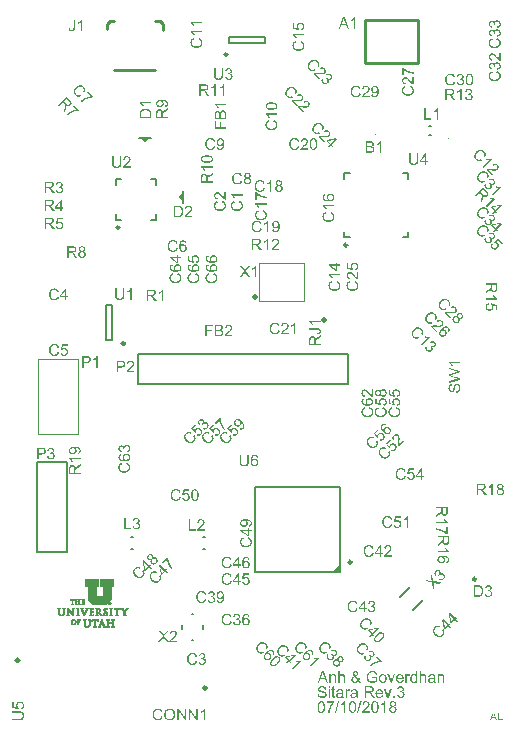
<source format=gto>
G04*
G04 #@! TF.GenerationSoftware,Altium Limited,Altium Designer,18.1.6 (161)*
G04*
G04 Layer_Color=65535*
%FSLAX25Y25*%
%MOIN*%
G70*
G01*
G75*
%ADD10C,0.00984*%
%ADD11C,0.00394*%
%ADD12C,0.01968*%
%ADD13C,0.00100*%
%ADD14C,0.00591*%
%ADD15C,0.00787*%
%ADD16C,0.00800*%
%ADD17C,0.01000*%
%ADD18C,0.00098*%
G36*
X112688Y59744D02*
X114656Y61713D01*
Y59745D01*
X112688Y59744D01*
D02*
G37*
G36*
X108550Y142658D02*
X105547D01*
X105552Y142653D01*
X105574Y142626D01*
X105607Y142593D01*
X105646Y142538D01*
X105695Y142472D01*
X105750Y142395D01*
X105810Y142307D01*
X105871Y142208D01*
Y142203D01*
X105876Y142197D01*
X105898Y142165D01*
X105926Y142110D01*
X105964Y142044D01*
X106003Y141967D01*
X106041Y141885D01*
X106079Y141802D01*
X106112Y141720D01*
X105657D01*
Y141725D01*
X105646Y141736D01*
X105640Y141758D01*
X105624Y141786D01*
X105607Y141819D01*
X105585Y141857D01*
X105531Y141950D01*
X105465Y142060D01*
X105388Y142175D01*
X105300Y142291D01*
X105207Y142406D01*
X105201Y142411D01*
X105196Y142417D01*
X105179Y142434D01*
X105163Y142455D01*
X105108Y142505D01*
X105042Y142571D01*
X104965Y142637D01*
X104877Y142708D01*
X104784Y142768D01*
X104691Y142823D01*
Y143131D01*
X108550D01*
Y142658D01*
D02*
G37*
G36*
X107452Y140715D02*
X107496D01*
X107606Y140704D01*
X107721Y140693D01*
X107847Y140671D01*
X107968Y140638D01*
X108078Y140600D01*
X108083D01*
X108089Y140594D01*
X108122Y140578D01*
X108166Y140550D01*
X108226Y140512D01*
X108292Y140457D01*
X108358Y140397D01*
X108424Y140320D01*
X108479Y140232D01*
Y140226D01*
X108484Y140221D01*
X108501Y140188D01*
X108523Y140133D01*
X108545Y140062D01*
X108572Y139974D01*
X108594Y139875D01*
X108610Y139760D01*
X108616Y139639D01*
Y139590D01*
X108610Y139557D01*
X108605Y139513D01*
X108599Y139463D01*
X108577Y139354D01*
X108545Y139227D01*
X108495Y139101D01*
X108462Y139035D01*
X108424Y138975D01*
X108380Y138920D01*
X108330Y138865D01*
X108325Y138859D01*
X108314Y138854D01*
X108298Y138843D01*
X108275Y138821D01*
X108248Y138805D01*
X108210Y138783D01*
X108166Y138755D01*
X108111Y138733D01*
X108056Y138706D01*
X107990Y138684D01*
X107919Y138662D01*
X107842Y138645D01*
X107759Y138629D01*
X107672Y138612D01*
X107573Y138607D01*
X107468D01*
X107403Y139063D01*
X107408D01*
X107419D01*
X107447D01*
X107474Y139068D01*
X107507Y139074D01*
X107551D01*
X107644Y139090D01*
X107743Y139107D01*
X107842Y139139D01*
X107930Y139172D01*
X107968Y139194D01*
X108001Y139222D01*
X108007Y139227D01*
X108023Y139249D01*
X108050Y139282D01*
X108078Y139332D01*
X108111Y139386D01*
X108133Y139458D01*
X108155Y139540D01*
X108160Y139634D01*
Y139666D01*
X108155Y139699D01*
X108149Y139749D01*
X108138Y139798D01*
X108127Y139853D01*
X108105Y139908D01*
X108078Y139963D01*
X108072Y139969D01*
X108061Y139985D01*
X108039Y140007D01*
X108018Y140040D01*
X107979Y140073D01*
X107941Y140100D01*
X107897Y140133D01*
X107842Y140155D01*
X107836D01*
X107814Y140166D01*
X107776Y140172D01*
X107721Y140183D01*
X107655Y140193D01*
X107573Y140199D01*
X107474Y140210D01*
X107359D01*
X104707D01*
Y140721D01*
X107331D01*
X107337D01*
X107353D01*
X107375D01*
X107408D01*
X107452Y140715D01*
D02*
G37*
G36*
X108550Y137740D02*
X107754Y137234D01*
X107748D01*
X107738Y137223D01*
X107721Y137213D01*
X107694Y137196D01*
X107633Y137158D01*
X107556Y137103D01*
X107468Y137048D01*
X107381Y136982D01*
X107298Y136922D01*
X107221Y136867D01*
X107216Y136861D01*
X107194Y136845D01*
X107161Y136817D01*
X107123Y136779D01*
X107040Y136696D01*
X107002Y136653D01*
X106969Y136609D01*
X106963Y136603D01*
X106958Y136592D01*
X106941Y136570D01*
X106925Y136537D01*
X106909Y136504D01*
X106892Y136466D01*
X106865Y136378D01*
Y136372D01*
X106859Y136362D01*
Y136340D01*
X106854Y136312D01*
X106848Y136274D01*
Y136224D01*
X106843Y136164D01*
Y135511D01*
X108550D01*
Y135000D01*
X104707D01*
Y136784D01*
X104712Y136828D01*
Y136878D01*
X104718Y136993D01*
X104734Y137114D01*
X104751Y137245D01*
X104778Y137366D01*
X104795Y137427D01*
X104811Y137476D01*
Y137481D01*
X104817Y137487D01*
X104833Y137520D01*
X104861Y137569D01*
X104894Y137630D01*
X104949Y137701D01*
X105009Y137773D01*
X105086Y137838D01*
X105179Y137904D01*
X105185D01*
X105190Y137910D01*
X105207Y137921D01*
X105223Y137932D01*
X105278Y137959D01*
X105349Y137987D01*
X105437Y138020D01*
X105536Y138041D01*
X105640Y138063D01*
X105756Y138069D01*
X105761D01*
X105772D01*
X105794D01*
X105822Y138063D01*
X105860D01*
X105898Y138052D01*
X105997Y138036D01*
X106107Y138003D01*
X106222Y137954D01*
X106277Y137926D01*
X106337Y137888D01*
X106392Y137849D01*
X106447Y137800D01*
X106453Y137794D01*
X106458Y137789D01*
X106475Y137773D01*
X106491Y137750D01*
X106513Y137723D01*
X106541Y137690D01*
X106568Y137646D01*
X106596Y137602D01*
X106629Y137547D01*
X106656Y137487D01*
X106683Y137421D01*
X106711Y137344D01*
X106738Y137267D01*
X106760Y137180D01*
X106782Y137086D01*
X106799Y136987D01*
X106804Y136998D01*
X106815Y137020D01*
X106837Y137053D01*
X106859Y137097D01*
X106920Y137196D01*
X106958Y137245D01*
X106991Y137289D01*
X107002Y137300D01*
X107029Y137328D01*
X107073Y137372D01*
X107134Y137427D01*
X107210Y137493D01*
X107298Y137564D01*
X107397Y137635D01*
X107507Y137712D01*
X108550Y138376D01*
Y137740D01*
D02*
G37*
G36*
X167994Y10304D02*
X169249D01*
Y10000D01*
X167654D01*
Y12562D01*
X167994D01*
Y10304D01*
D02*
G37*
G36*
X167394Y10000D02*
X167009D01*
X166713Y10776D01*
X165637D01*
X165359Y10000D01*
X165000D01*
X165977Y12562D01*
X166350D01*
X167394Y10000D01*
D02*
G37*
G36*
X130130Y12500D02*
X129658D01*
Y15503D01*
X129652Y15497D01*
X129625Y15476D01*
X129592Y15443D01*
X129537Y15404D01*
X129471Y15355D01*
X129394Y15300D01*
X129306Y15239D01*
X129208Y15179D01*
X129202D01*
X129197Y15174D01*
X129164Y15152D01*
X129109Y15124D01*
X129043Y15086D01*
X128966Y15047D01*
X128884Y15009D01*
X128801Y14970D01*
X128719Y14938D01*
Y15393D01*
X128724D01*
X128735Y15404D01*
X128757Y15410D01*
X128785Y15426D01*
X128818Y15443D01*
X128856Y15465D01*
X128949Y15519D01*
X129059Y15585D01*
X129174Y15662D01*
X129290Y15750D01*
X129405Y15843D01*
X129411Y15849D01*
X129416Y15854D01*
X129432Y15871D01*
X129455Y15887D01*
X129504Y15942D01*
X129570Y16008D01*
X129636Y16085D01*
X129707Y16173D01*
X129767Y16266D01*
X129822Y16360D01*
X130130D01*
Y12500D01*
D02*
G37*
G36*
X123761Y16354D02*
X123805Y16349D01*
X123860Y16343D01*
X123921Y16332D01*
X123981Y16321D01*
X124124Y16283D01*
X124267Y16228D01*
X124338Y16195D01*
X124409Y16156D01*
X124481Y16107D01*
X124541Y16052D01*
X124547Y16047D01*
X124557Y16036D01*
X124568Y16019D01*
X124590Y15997D01*
X124618Y15970D01*
X124645Y15931D01*
X124673Y15887D01*
X124706Y15843D01*
X124761Y15728D01*
X124815Y15602D01*
X124837Y15530D01*
X124848Y15454D01*
X124859Y15371D01*
X124865Y15289D01*
Y15278D01*
Y15250D01*
X124859Y15207D01*
X124854Y15146D01*
X124843Y15075D01*
X124821Y14998D01*
X124799Y14916D01*
X124766Y14833D01*
X124761Y14822D01*
X124750Y14795D01*
X124728Y14751D01*
X124695Y14691D01*
X124651Y14625D01*
X124596Y14542D01*
X124530Y14460D01*
X124453Y14367D01*
X124442Y14356D01*
X124431Y14339D01*
X124409Y14323D01*
X124387Y14295D01*
X124360Y14268D01*
X124321Y14229D01*
X124283Y14191D01*
X124233Y14141D01*
X124184Y14092D01*
X124124Y14037D01*
X124058Y13977D01*
X123986Y13911D01*
X123904Y13845D01*
X123822Y13768D01*
X123728Y13691D01*
X123723Y13686D01*
X123712Y13675D01*
X123690Y13658D01*
X123663Y13636D01*
X123630Y13603D01*
X123591Y13571D01*
X123503Y13499D01*
X123410Y13417D01*
X123322Y13334D01*
X123245Y13263D01*
X123212Y13236D01*
X123185Y13208D01*
X123179Y13203D01*
X123163Y13186D01*
X123141Y13164D01*
X123114Y13131D01*
X123086Y13093D01*
X123053Y13049D01*
X122987Y12956D01*
X124870D01*
Y12500D01*
X122334D01*
Y12506D01*
Y12528D01*
Y12560D01*
X122339Y12604D01*
X122345Y12654D01*
X122356Y12709D01*
X122367Y12764D01*
X122389Y12824D01*
Y12829D01*
X122394Y12835D01*
X122405Y12868D01*
X122427Y12923D01*
X122460Y12989D01*
X122504Y13066D01*
X122559Y13153D01*
X122619Y13241D01*
X122696Y13334D01*
Y13340D01*
X122707Y13345D01*
X122735Y13378D01*
X122784Y13433D01*
X122855Y13505D01*
X122943Y13587D01*
X123048Y13686D01*
X123169Y13796D01*
X123311Y13916D01*
X123317Y13922D01*
X123339Y13938D01*
X123372Y13966D01*
X123410Y14004D01*
X123465Y14043D01*
X123520Y14098D01*
X123586Y14153D01*
X123652Y14213D01*
X123794Y14339D01*
X123932Y14476D01*
X123997Y14542D01*
X124058Y14608D01*
X124113Y14669D01*
X124157Y14729D01*
Y14734D01*
X124168Y14740D01*
X124179Y14756D01*
X124190Y14778D01*
X124228Y14839D01*
X124272Y14916D01*
X124310Y15003D01*
X124349Y15097D01*
X124371Y15196D01*
X124382Y15300D01*
Y15305D01*
Y15311D01*
X124376Y15349D01*
X124371Y15399D01*
X124354Y15465D01*
X124332Y15536D01*
X124294Y15618D01*
X124244Y15695D01*
X124179Y15772D01*
X124168Y15783D01*
X124140Y15805D01*
X124096Y15832D01*
X124036Y15871D01*
X123965Y15909D01*
X123871Y15937D01*
X123772Y15959D01*
X123657Y15970D01*
X123624D01*
X123602Y15964D01*
X123536Y15959D01*
X123459Y15942D01*
X123372Y15920D01*
X123284Y15882D01*
X123190Y15832D01*
X123108Y15761D01*
X123097Y15750D01*
X123075Y15723D01*
X123042Y15679D01*
X123009Y15613D01*
X122971Y15536D01*
X122938Y15437D01*
X122916Y15327D01*
X122905Y15201D01*
X122422Y15250D01*
Y15256D01*
X122427Y15272D01*
Y15300D01*
X122433Y15338D01*
X122444Y15382D01*
X122455Y15437D01*
X122471Y15492D01*
X122488Y15558D01*
X122537Y15690D01*
X122603Y15827D01*
X122641Y15893D01*
X122685Y15959D01*
X122740Y16019D01*
X122795Y16074D01*
X122801Y16080D01*
X122812Y16085D01*
X122828Y16101D01*
X122855Y16118D01*
X122889Y16140D01*
X122927Y16162D01*
X122971Y16189D01*
X123026Y16217D01*
X123086Y16244D01*
X123152Y16272D01*
X123223Y16294D01*
X123300Y16316D01*
X123383Y16332D01*
X123470Y16349D01*
X123569Y16354D01*
X123668Y16360D01*
X123723D01*
X123761Y16354D01*
D02*
G37*
G36*
X116718Y12500D02*
X116246D01*
Y15503D01*
X116240Y15497D01*
X116213Y15476D01*
X116180Y15443D01*
X116125Y15404D01*
X116059Y15355D01*
X115982Y15300D01*
X115894Y15239D01*
X115795Y15179D01*
X115790D01*
X115784Y15174D01*
X115752Y15152D01*
X115697Y15124D01*
X115631Y15086D01*
X115554Y15047D01*
X115471Y15009D01*
X115389Y14970D01*
X115307Y14938D01*
Y15393D01*
X115312D01*
X115323Y15404D01*
X115345Y15410D01*
X115373Y15426D01*
X115406Y15443D01*
X115444Y15465D01*
X115537Y15519D01*
X115647Y15585D01*
X115762Y15662D01*
X115878Y15750D01*
X115993Y15843D01*
X115998Y15849D01*
X116004Y15854D01*
X116021Y15871D01*
X116042Y15887D01*
X116092Y15942D01*
X116158Y16008D01*
X116224Y16085D01*
X116295Y16173D01*
X116355Y16266D01*
X116410Y16360D01*
X116718D01*
Y12500D01*
D02*
G37*
G36*
X112990Y15920D02*
X112985Y15915D01*
X112973Y15904D01*
X112952Y15882D01*
X112930Y15849D01*
X112891Y15811D01*
X112853Y15761D01*
X112809Y15706D01*
X112759Y15646D01*
X112710Y15574D01*
X112650Y15497D01*
X112589Y15410D01*
X112529Y15316D01*
X112463Y15217D01*
X112397Y15113D01*
X112326Y15003D01*
X112260Y14883D01*
X112254Y14877D01*
X112243Y14855D01*
X112227Y14817D01*
X112199Y14773D01*
X112172Y14713D01*
X112139Y14641D01*
X112101Y14564D01*
X112057Y14476D01*
X112013Y14378D01*
X111969Y14273D01*
X111919Y14164D01*
X111875Y14048D01*
X111788Y13807D01*
X111705Y13554D01*
Y13549D01*
X111700Y13532D01*
X111694Y13505D01*
X111683Y13472D01*
X111672Y13422D01*
X111661Y13373D01*
X111645Y13313D01*
X111634Y13241D01*
X111618Y13164D01*
X111601Y13082D01*
X111590Y13000D01*
X111574Y12906D01*
X111546Y12709D01*
X111530Y12500D01*
X111047D01*
Y12506D01*
Y12522D01*
Y12544D01*
X111052Y12582D01*
Y12626D01*
X111057Y12676D01*
X111063Y12736D01*
X111068Y12807D01*
X111080Y12884D01*
X111091Y12967D01*
X111107Y13055D01*
X111123Y13153D01*
X111145Y13252D01*
X111167Y13362D01*
X111222Y13592D01*
Y13598D01*
X111228Y13620D01*
X111239Y13658D01*
X111255Y13702D01*
X111272Y13757D01*
X111294Y13829D01*
X111316Y13905D01*
X111348Y13988D01*
X111381Y14081D01*
X111414Y14174D01*
X111497Y14383D01*
X111595Y14603D01*
X111705Y14828D01*
X111711Y14833D01*
X111722Y14855D01*
X111738Y14888D01*
X111760Y14927D01*
X111788Y14981D01*
X111826Y15036D01*
X111865Y15108D01*
X111908Y15179D01*
X112013Y15338D01*
X112128Y15508D01*
X112254Y15679D01*
X112386Y15838D01*
X110509D01*
Y16294D01*
X112990D01*
Y15920D01*
D02*
G37*
G36*
X132672Y16354D02*
X132716Y16349D01*
X132765Y16343D01*
X132820Y16338D01*
X132880Y16321D01*
X133007Y16288D01*
X133138Y16233D01*
X133210Y16200D01*
X133275Y16162D01*
X133336Y16118D01*
X133396Y16063D01*
X133402Y16058D01*
X133407Y16052D01*
X133424Y16036D01*
X133446Y16014D01*
X133468Y15981D01*
X133495Y15948D01*
X133550Y15865D01*
X133605Y15761D01*
X133654Y15640D01*
X133693Y15503D01*
X133698Y15426D01*
X133704Y15349D01*
Y15344D01*
Y15338D01*
Y15305D01*
X133698Y15256D01*
X133687Y15190D01*
X133671Y15119D01*
X133643Y15042D01*
X133610Y14960D01*
X133561Y14883D01*
X133555Y14872D01*
X133534Y14850D01*
X133501Y14817D01*
X133457Y14773D01*
X133396Y14723D01*
X133325Y14674D01*
X133237Y14625D01*
X133138Y14581D01*
X133144D01*
X133155Y14575D01*
X133171Y14570D01*
X133199Y14559D01*
X133259Y14531D01*
X133336Y14493D01*
X133424Y14438D01*
X133512Y14372D01*
X133599Y14295D01*
X133676Y14207D01*
Y14202D01*
X133682Y14196D01*
X133693Y14180D01*
X133704Y14164D01*
X133737Y14109D01*
X133770Y14032D01*
X133803Y13944D01*
X133835Y13840D01*
X133858Y13724D01*
X133863Y13592D01*
Y13587D01*
Y13571D01*
Y13543D01*
X133858Y13510D01*
X133852Y13472D01*
X133846Y13422D01*
X133835Y13367D01*
X133819Y13307D01*
X133775Y13175D01*
X133748Y13109D01*
X133715Y13038D01*
X133676Y12972D01*
X133627Y12901D01*
X133572Y12835D01*
X133512Y12769D01*
X133506Y12764D01*
X133495Y12753D01*
X133479Y12736D01*
X133451Y12720D01*
X133413Y12692D01*
X133374Y12665D01*
X133325Y12632D01*
X133270Y12604D01*
X133204Y12571D01*
X133138Y12538D01*
X133061Y12511D01*
X132979Y12489D01*
X132897Y12467D01*
X132803Y12451D01*
X132705Y12440D01*
X132600Y12434D01*
X132545D01*
X132507Y12440D01*
X132457Y12445D01*
X132403Y12451D01*
X132337Y12462D01*
X132271Y12478D01*
X132128Y12517D01*
X132051Y12544D01*
X131974Y12577D01*
X131898Y12615D01*
X131821Y12659D01*
X131749Y12709D01*
X131683Y12769D01*
X131678Y12775D01*
X131667Y12786D01*
X131650Y12802D01*
X131629Y12829D01*
X131601Y12862D01*
X131574Y12901D01*
X131541Y12950D01*
X131513Y13000D01*
X131480Y13060D01*
X131447Y13120D01*
X131393Y13263D01*
X131370Y13345D01*
X131354Y13428D01*
X131343Y13516D01*
X131338Y13609D01*
Y13614D01*
Y13625D01*
Y13647D01*
X131343Y13669D01*
Y13702D01*
X131349Y13741D01*
X131360Y13829D01*
X131381Y13927D01*
X131414Y14032D01*
X131464Y14136D01*
X131524Y14235D01*
Y14240D01*
X131535Y14246D01*
X131563Y14273D01*
X131601Y14317D01*
X131667Y14372D01*
X131744Y14433D01*
X131837Y14487D01*
X131941Y14537D01*
X132068Y14581D01*
X132062D01*
X132057Y14586D01*
X132040Y14592D01*
X132018Y14603D01*
X131969Y14625D01*
X131903Y14658D01*
X131832Y14702D01*
X131760Y14751D01*
X131689Y14811D01*
X131629Y14883D01*
X131623Y14894D01*
X131607Y14921D01*
X131585Y14960D01*
X131563Y15020D01*
X131535Y15091D01*
X131513Y15174D01*
X131497Y15267D01*
X131491Y15366D01*
Y15371D01*
Y15382D01*
Y15404D01*
X131497Y15437D01*
X131502Y15470D01*
X131508Y15514D01*
X131530Y15613D01*
X131563Y15723D01*
X131618Y15838D01*
X131650Y15898D01*
X131689Y15959D01*
X131738Y16014D01*
X131788Y16069D01*
X131793Y16074D01*
X131804Y16080D01*
X131821Y16096D01*
X131843Y16112D01*
X131876Y16134D01*
X131909Y16162D01*
X131953Y16189D01*
X132002Y16217D01*
X132057Y16239D01*
X132117Y16266D01*
X132183Y16294D01*
X132254Y16316D01*
X132414Y16349D01*
X132496Y16354D01*
X132589Y16360D01*
X132639D01*
X132672Y16354D01*
D02*
G37*
G36*
X126737D02*
X126808Y16343D01*
X126896Y16327D01*
X126984Y16305D01*
X127077Y16277D01*
X127165Y16233D01*
X127171D01*
X127176Y16228D01*
X127204Y16211D01*
X127248Y16178D01*
X127302Y16140D01*
X127363Y16091D01*
X127429Y16025D01*
X127489Y15953D01*
X127550Y15871D01*
X127555Y15860D01*
X127577Y15832D01*
X127604Y15777D01*
X127637Y15712D01*
X127676Y15629D01*
X127714Y15530D01*
X127758Y15421D01*
X127791Y15300D01*
Y15294D01*
X127796Y15283D01*
X127802Y15267D01*
X127807Y15239D01*
X127813Y15207D01*
X127819Y15163D01*
X127830Y15119D01*
X127835Y15064D01*
X127846Y14998D01*
X127851Y14932D01*
X127857Y14855D01*
X127868Y14778D01*
X127873Y14691D01*
Y14597D01*
X127879Y14498D01*
Y14394D01*
Y14389D01*
Y14367D01*
Y14328D01*
Y14284D01*
X127873Y14224D01*
Y14158D01*
X127868Y14087D01*
X127862Y14004D01*
X127846Y13829D01*
X127819Y13647D01*
X127786Y13466D01*
X127764Y13384D01*
X127736Y13302D01*
Y13296D01*
X127731Y13285D01*
X127720Y13263D01*
X127709Y13236D01*
X127698Y13197D01*
X127676Y13159D01*
X127632Y13066D01*
X127577Y12961D01*
X127506Y12857D01*
X127423Y12753D01*
X127324Y12659D01*
X127319D01*
X127313Y12648D01*
X127297Y12637D01*
X127275Y12626D01*
X127248Y12610D01*
X127215Y12588D01*
X127132Y12549D01*
X127033Y12506D01*
X126913Y12467D01*
X126781Y12445D01*
X126627Y12434D01*
X126605D01*
X126572Y12440D01*
X126534D01*
X126490Y12445D01*
X126435Y12456D01*
X126375Y12467D01*
X126309Y12483D01*
X126243Y12506D01*
X126172Y12533D01*
X126100Y12560D01*
X126029Y12599D01*
X125957Y12648D01*
X125886Y12698D01*
X125820Y12758D01*
X125760Y12829D01*
X125754Y12835D01*
X125743Y12851D01*
X125727Y12879D01*
X125699Y12923D01*
X125672Y12972D01*
X125639Y13038D01*
X125606Y13115D01*
X125573Y13208D01*
X125535Y13307D01*
X125502Y13422D01*
X125469Y13554D01*
X125441Y13691D01*
X125414Y13850D01*
X125397Y14015D01*
X125386Y14196D01*
X125381Y14394D01*
Y14400D01*
Y14427D01*
Y14460D01*
Y14509D01*
X125386Y14564D01*
Y14630D01*
X125392Y14707D01*
X125397Y14789D01*
X125414Y14960D01*
X125441Y15146D01*
X125474Y15327D01*
X125496Y15410D01*
X125518Y15492D01*
Y15497D01*
X125524Y15508D01*
X125535Y15530D01*
X125546Y15563D01*
X125557Y15596D01*
X125579Y15635D01*
X125622Y15728D01*
X125677Y15832D01*
X125749Y15937D01*
X125831Y16041D01*
X125930Y16134D01*
X125935D01*
X125941Y16145D01*
X125957Y16156D01*
X125979Y16167D01*
X126007Y16189D01*
X126040Y16206D01*
X126122Y16250D01*
X126221Y16288D01*
X126342Y16327D01*
X126479Y16349D01*
X126627Y16360D01*
X126677D01*
X126737Y16354D01*
D02*
G37*
G36*
X121066Y12434D02*
X120687D01*
X121801Y16403D01*
X122180D01*
X121066Y12434D01*
D02*
G37*
G36*
X119287Y16354D02*
X119358Y16343D01*
X119446Y16327D01*
X119534Y16305D01*
X119627Y16277D01*
X119715Y16233D01*
X119721D01*
X119726Y16228D01*
X119754Y16211D01*
X119798Y16178D01*
X119852Y16140D01*
X119913Y16091D01*
X119979Y16025D01*
X120039Y15953D01*
X120099Y15871D01*
X120105Y15860D01*
X120127Y15832D01*
X120154Y15777D01*
X120187Y15712D01*
X120226Y15629D01*
X120264Y15530D01*
X120308Y15421D01*
X120341Y15300D01*
Y15294D01*
X120347Y15283D01*
X120352Y15267D01*
X120358Y15239D01*
X120363Y15207D01*
X120369Y15163D01*
X120379Y15119D01*
X120385Y15064D01*
X120396Y14998D01*
X120402Y14932D01*
X120407Y14855D01*
X120418Y14778D01*
X120423Y14691D01*
Y14597D01*
X120429Y14498D01*
Y14394D01*
Y14389D01*
Y14367D01*
Y14328D01*
Y14284D01*
X120423Y14224D01*
Y14158D01*
X120418Y14087D01*
X120413Y14004D01*
X120396Y13829D01*
X120369Y13647D01*
X120336Y13466D01*
X120314Y13384D01*
X120286Y13302D01*
Y13296D01*
X120281Y13285D01*
X120270Y13263D01*
X120259Y13236D01*
X120248Y13197D01*
X120226Y13159D01*
X120182Y13066D01*
X120127Y12961D01*
X120056Y12857D01*
X119973Y12753D01*
X119875Y12659D01*
X119869D01*
X119863Y12648D01*
X119847Y12637D01*
X119825Y12626D01*
X119798Y12610D01*
X119765Y12588D01*
X119682Y12549D01*
X119583Y12506D01*
X119463Y12467D01*
X119331Y12445D01*
X119177Y12434D01*
X119155D01*
X119122Y12440D01*
X119084D01*
X119040Y12445D01*
X118985Y12456D01*
X118925Y12467D01*
X118859Y12483D01*
X118793Y12506D01*
X118722Y12533D01*
X118650Y12560D01*
X118579Y12599D01*
X118507Y12648D01*
X118436Y12698D01*
X118370Y12758D01*
X118310Y12829D01*
X118304Y12835D01*
X118293Y12851D01*
X118277Y12879D01*
X118249Y12923D01*
X118222Y12972D01*
X118189Y13038D01*
X118156Y13115D01*
X118123Y13208D01*
X118085Y13307D01*
X118052Y13422D01*
X118019Y13554D01*
X117991Y13691D01*
X117964Y13850D01*
X117947Y14015D01*
X117937Y14196D01*
X117931Y14394D01*
Y14400D01*
Y14427D01*
Y14460D01*
Y14509D01*
X117937Y14564D01*
Y14630D01*
X117942Y14707D01*
X117947Y14789D01*
X117964Y14960D01*
X117991Y15146D01*
X118024Y15327D01*
X118046Y15410D01*
X118068Y15492D01*
Y15497D01*
X118074Y15508D01*
X118085Y15530D01*
X118096Y15563D01*
X118107Y15596D01*
X118129Y15635D01*
X118173Y15728D01*
X118228Y15832D01*
X118299Y15937D01*
X118381Y16041D01*
X118480Y16134D01*
X118485D01*
X118491Y16145D01*
X118507Y16156D01*
X118529Y16167D01*
X118557Y16189D01*
X118590Y16206D01*
X118672Y16250D01*
X118771Y16288D01*
X118892Y16327D01*
X119029Y16349D01*
X119177Y16360D01*
X119227D01*
X119287Y16354D01*
D02*
G37*
G36*
X113616Y12434D02*
X113237D01*
X114351Y16403D01*
X114730D01*
X113616Y12434D01*
D02*
G37*
G36*
X108856Y16354D02*
X108927Y16343D01*
X109015Y16327D01*
X109103Y16305D01*
X109196Y16277D01*
X109284Y16233D01*
X109290D01*
X109295Y16228D01*
X109323Y16211D01*
X109367Y16178D01*
X109422Y16140D01*
X109482Y16091D01*
X109548Y16025D01*
X109608Y15953D01*
X109669Y15871D01*
X109674Y15860D01*
X109696Y15832D01*
X109723Y15777D01*
X109756Y15712D01*
X109795Y15629D01*
X109833Y15530D01*
X109877Y15421D01*
X109910Y15300D01*
Y15294D01*
X109916Y15283D01*
X109921Y15267D01*
X109927Y15239D01*
X109932Y15207D01*
X109938Y15163D01*
X109949Y15119D01*
X109954Y15064D01*
X109965Y14998D01*
X109970Y14932D01*
X109976Y14855D01*
X109987Y14778D01*
X109993Y14691D01*
Y14597D01*
X109998Y14498D01*
Y14394D01*
Y14389D01*
Y14367D01*
Y14328D01*
Y14284D01*
X109993Y14224D01*
Y14158D01*
X109987Y14087D01*
X109982Y14004D01*
X109965Y13829D01*
X109938Y13647D01*
X109905Y13466D01*
X109883Y13384D01*
X109855Y13302D01*
Y13296D01*
X109850Y13285D01*
X109839Y13263D01*
X109828Y13236D01*
X109817Y13197D01*
X109795Y13159D01*
X109751Y13066D01*
X109696Y12961D01*
X109625Y12857D01*
X109542Y12753D01*
X109443Y12659D01*
X109438D01*
X109432Y12648D01*
X109416Y12637D01*
X109394Y12626D01*
X109367Y12610D01*
X109334Y12588D01*
X109251Y12549D01*
X109152Y12506D01*
X109032Y12467D01*
X108900Y12445D01*
X108746Y12434D01*
X108724D01*
X108691Y12440D01*
X108653D01*
X108609Y12445D01*
X108554Y12456D01*
X108494Y12467D01*
X108428Y12483D01*
X108362Y12506D01*
X108291Y12533D01*
X108219Y12560D01*
X108148Y12599D01*
X108076Y12648D01*
X108005Y12698D01*
X107939Y12758D01*
X107879Y12829D01*
X107873Y12835D01*
X107862Y12851D01*
X107846Y12879D01*
X107818Y12923D01*
X107791Y12972D01*
X107758Y13038D01*
X107725Y13115D01*
X107692Y13208D01*
X107654Y13307D01*
X107621Y13422D01*
X107588Y13554D01*
X107560Y13691D01*
X107533Y13850D01*
X107517Y14015D01*
X107506Y14196D01*
X107500Y14394D01*
Y14400D01*
Y14427D01*
Y14460D01*
Y14509D01*
X107506Y14564D01*
Y14630D01*
X107511Y14707D01*
X107517Y14789D01*
X107533Y14960D01*
X107560Y15146D01*
X107593Y15327D01*
X107615Y15410D01*
X107637Y15492D01*
Y15497D01*
X107643Y15508D01*
X107654Y15530D01*
X107665Y15563D01*
X107676Y15596D01*
X107698Y15635D01*
X107742Y15728D01*
X107797Y15832D01*
X107868Y15937D01*
X107950Y16041D01*
X108049Y16134D01*
X108054D01*
X108060Y16145D01*
X108076Y16156D01*
X108098Y16167D01*
X108126Y16189D01*
X108159Y16206D01*
X108241Y16250D01*
X108340Y16288D01*
X108461Y16327D01*
X108598Y16349D01*
X108746Y16360D01*
X108796D01*
X108856Y16354D01*
D02*
G37*
G36*
X111661Y20805D02*
X111189D01*
Y21343D01*
X111661D01*
Y20805D01*
D02*
G37*
G36*
X109103Y21403D02*
X109147D01*
X109246Y21392D01*
X109361Y21376D01*
X109487Y21349D01*
X109614Y21316D01*
X109740Y21266D01*
X109745D01*
X109756Y21261D01*
X109773Y21250D01*
X109795Y21239D01*
X109855Y21211D01*
X109927Y21162D01*
X110009Y21107D01*
X110091Y21036D01*
X110174Y20953D01*
X110245Y20860D01*
Y20854D01*
X110250Y20849D01*
X110261Y20832D01*
X110273Y20816D01*
X110300Y20761D01*
X110333Y20684D01*
X110371Y20596D01*
X110399Y20497D01*
X110426Y20382D01*
X110437Y20261D01*
X109949Y20223D01*
Y20229D01*
Y20240D01*
X109943Y20256D01*
X109938Y20283D01*
X109921Y20344D01*
X109899Y20426D01*
X109866Y20514D01*
X109817Y20602D01*
X109756Y20690D01*
X109679Y20767D01*
X109669Y20772D01*
X109636Y20794D01*
X109586Y20827D01*
X109509Y20860D01*
X109416Y20893D01*
X109301Y20926D01*
X109169Y20948D01*
X109010Y20953D01*
X108933D01*
X108895Y20948D01*
X108851Y20942D01*
X108752Y20931D01*
X108642Y20909D01*
X108532Y20882D01*
X108428Y20838D01*
X108384Y20810D01*
X108340Y20783D01*
X108329Y20777D01*
X108307Y20756D01*
X108274Y20717D01*
X108236Y20668D01*
X108197Y20607D01*
X108164Y20541D01*
X108142Y20465D01*
X108131Y20377D01*
Y20366D01*
Y20344D01*
X108137Y20305D01*
X108148Y20256D01*
X108170Y20201D01*
X108192Y20146D01*
X108230Y20091D01*
X108280Y20036D01*
X108285Y20031D01*
X108312Y20014D01*
X108335Y19998D01*
X108356Y19987D01*
X108389Y19971D01*
X108428Y19949D01*
X108477Y19932D01*
X108527Y19910D01*
X108592Y19883D01*
X108664Y19861D01*
X108741Y19833D01*
X108834Y19811D01*
X108933Y19784D01*
X109043Y19756D01*
X109048D01*
X109070Y19751D01*
X109103Y19745D01*
X109142Y19734D01*
X109196Y19723D01*
X109251Y19707D01*
X109317Y19691D01*
X109383Y19674D01*
X109526Y19636D01*
X109663Y19597D01*
X109729Y19575D01*
X109789Y19553D01*
X109844Y19537D01*
X109894Y19515D01*
X109899D01*
X109910Y19509D01*
X109927Y19498D01*
X109949Y19487D01*
X110009Y19454D01*
X110080Y19410D01*
X110163Y19350D01*
X110245Y19284D01*
X110322Y19207D01*
X110388Y19125D01*
X110393Y19114D01*
X110415Y19081D01*
X110443Y19032D01*
X110470Y18971D01*
X110503Y18889D01*
X110525Y18796D01*
X110547Y18691D01*
X110552Y18582D01*
Y18576D01*
Y18571D01*
Y18554D01*
Y18532D01*
X110541Y18472D01*
X110530Y18395D01*
X110509Y18307D01*
X110481Y18208D01*
X110437Y18104D01*
X110377Y18000D01*
Y17994D01*
X110371Y17989D01*
X110344Y17956D01*
X110305Y17906D01*
X110250Y17846D01*
X110179Y17780D01*
X110091Y17709D01*
X109987Y17643D01*
X109872Y17582D01*
X109866D01*
X109855Y17577D01*
X109839Y17571D01*
X109811Y17560D01*
X109784Y17549D01*
X109745Y17533D01*
X109702Y17522D01*
X109658Y17511D01*
X109548Y17483D01*
X109422Y17456D01*
X109279Y17440D01*
X109131Y17434D01*
X109043D01*
X108999Y17440D01*
X108949D01*
X108889Y17445D01*
X108829Y17451D01*
X108686Y17473D01*
X108543Y17494D01*
X108395Y17533D01*
X108258Y17582D01*
X108252D01*
X108241Y17588D01*
X108225Y17599D01*
X108197Y17610D01*
X108137Y17648D01*
X108054Y17698D01*
X107967Y17763D01*
X107873Y17840D01*
X107785Y17934D01*
X107703Y18038D01*
Y18044D01*
X107692Y18055D01*
X107687Y18071D01*
X107670Y18093D01*
X107659Y18120D01*
X107643Y18153D01*
X107604Y18241D01*
X107566Y18340D01*
X107533Y18461D01*
X107511Y18593D01*
X107500Y18730D01*
X107978Y18774D01*
Y18768D01*
Y18763D01*
X107983Y18746D01*
Y18724D01*
X107994Y18669D01*
X108011Y18604D01*
X108033Y18532D01*
X108054Y18450D01*
X108093Y18373D01*
X108131Y18296D01*
X108137Y18291D01*
X108153Y18269D01*
X108186Y18230D01*
X108225Y18192D01*
X108280Y18142D01*
X108345Y18093D01*
X108428Y18044D01*
X108516Y18000D01*
X108521D01*
X108527Y17994D01*
X108543Y17989D01*
X108560Y17983D01*
X108615Y17967D01*
X108691Y17945D01*
X108774Y17923D01*
X108878Y17906D01*
X108988Y17895D01*
X109109Y17890D01*
X109158D01*
X109213Y17895D01*
X109284Y17901D01*
X109361Y17912D01*
X109449Y17923D01*
X109537Y17945D01*
X109619Y17972D01*
X109630Y17978D01*
X109658Y17989D01*
X109696Y18011D01*
X109745Y18033D01*
X109800Y18071D01*
X109855Y18109D01*
X109910Y18153D01*
X109954Y18208D01*
X109959Y18214D01*
X109970Y18236D01*
X109987Y18269D01*
X110009Y18307D01*
X110031Y18356D01*
X110047Y18411D01*
X110058Y18472D01*
X110064Y18538D01*
Y18543D01*
Y18571D01*
X110058Y18604D01*
X110053Y18647D01*
X110036Y18691D01*
X110020Y18746D01*
X109993Y18801D01*
X109954Y18850D01*
X109949Y18856D01*
X109932Y18872D01*
X109910Y18900D01*
X109872Y18933D01*
X109822Y18966D01*
X109762Y19004D01*
X109690Y19043D01*
X109608Y19081D01*
X109603Y19087D01*
X109575Y19092D01*
X109559Y19098D01*
X109531Y19109D01*
X109504Y19114D01*
X109465Y19125D01*
X109422Y19141D01*
X109372Y19152D01*
X109317Y19169D01*
X109251Y19185D01*
X109185Y19202D01*
X109103Y19224D01*
X109015Y19246D01*
X108922Y19268D01*
X108916D01*
X108900Y19273D01*
X108872Y19279D01*
X108834Y19290D01*
X108796Y19301D01*
X108746Y19312D01*
X108631Y19345D01*
X108510Y19383D01*
X108389Y19421D01*
X108280Y19465D01*
X108230Y19487D01*
X108186Y19509D01*
X108181D01*
X108175Y19515D01*
X108142Y19537D01*
X108093Y19564D01*
X108033Y19608D01*
X107967Y19658D01*
X107895Y19718D01*
X107829Y19789D01*
X107774Y19866D01*
X107769Y19877D01*
X107753Y19905D01*
X107731Y19949D01*
X107709Y20009D01*
X107687Y20075D01*
X107665Y20157D01*
X107648Y20251D01*
X107643Y20344D01*
Y20349D01*
Y20355D01*
Y20371D01*
X107648Y20393D01*
X107654Y20448D01*
X107665Y20519D01*
X107681Y20602D01*
X107714Y20695D01*
X107753Y20794D01*
X107807Y20887D01*
Y20893D01*
X107813Y20898D01*
X107840Y20931D01*
X107879Y20975D01*
X107928Y21036D01*
X107994Y21096D01*
X108076Y21162D01*
X108175Y21222D01*
X108285Y21277D01*
X108291D01*
X108301Y21283D01*
X108318Y21288D01*
X108340Y21299D01*
X108373Y21310D01*
X108406Y21321D01*
X108494Y21343D01*
X108598Y21365D01*
X108719Y21387D01*
X108851Y21403D01*
X108993Y21409D01*
X109065D01*
X109103Y21403D01*
D02*
G37*
G36*
X117947Y20338D02*
X118013Y20327D01*
X118085Y20305D01*
X118167Y20278D01*
X118255Y20240D01*
X118348Y20190D01*
X118178Y19756D01*
X118173Y19762D01*
X118151Y19773D01*
X118118Y19789D01*
X118074Y19806D01*
X118019Y19822D01*
X117964Y19839D01*
X117903Y19850D01*
X117838Y19855D01*
X117810D01*
X117783Y19850D01*
X117744Y19844D01*
X117700Y19833D01*
X117657Y19817D01*
X117607Y19795D01*
X117558Y19762D01*
X117552Y19756D01*
X117536Y19745D01*
X117519Y19723D01*
X117492Y19696D01*
X117464Y19658D01*
X117437Y19614D01*
X117409Y19564D01*
X117387Y19504D01*
X117382Y19493D01*
X117376Y19460D01*
X117366Y19410D01*
X117349Y19339D01*
X117333Y19257D01*
X117322Y19163D01*
X117316Y19065D01*
X117311Y18955D01*
Y17500D01*
X116839D01*
Y20283D01*
X117261D01*
Y19861D01*
X117267Y19866D01*
X117289Y19905D01*
X117322Y19954D01*
X117360Y20014D01*
X117404Y20080D01*
X117453Y20146D01*
X117508Y20201D01*
X117558Y20245D01*
X117563Y20251D01*
X117580Y20261D01*
X117613Y20278D01*
X117646Y20294D01*
X117689Y20311D01*
X117744Y20327D01*
X117799Y20338D01*
X117860Y20344D01*
X117903D01*
X117947Y20338D01*
D02*
G37*
G36*
X135318Y21354D02*
X135395Y21343D01*
X135483Y21327D01*
X135576Y21299D01*
X135680Y21266D01*
X135779Y21222D01*
X135784D01*
X135790Y21217D01*
X135823Y21195D01*
X135872Y21167D01*
X135927Y21123D01*
X135993Y21068D01*
X136065Y21008D01*
X136125Y20931D01*
X136185Y20849D01*
X136191Y20838D01*
X136207Y20810D01*
X136229Y20761D01*
X136257Y20701D01*
X136284Y20629D01*
X136306Y20541D01*
X136322Y20454D01*
X136328Y20355D01*
Y20344D01*
Y20311D01*
X136322Y20267D01*
X136311Y20207D01*
X136295Y20135D01*
X136268Y20058D01*
X136235Y19982D01*
X136191Y19899D01*
X136185Y19888D01*
X136169Y19866D01*
X136136Y19828D01*
X136092Y19784D01*
X136037Y19729D01*
X135971Y19680D01*
X135889Y19625D01*
X135795Y19575D01*
X135801D01*
X135812Y19570D01*
X135828Y19564D01*
X135850Y19559D01*
X135911Y19537D01*
X135988Y19504D01*
X136075Y19460D01*
X136163Y19405D01*
X136246Y19334D01*
X136322Y19251D01*
X136334Y19240D01*
X136355Y19207D01*
X136383Y19152D01*
X136421Y19081D01*
X136454Y18993D01*
X136487Y18883D01*
X136509Y18763D01*
X136515Y18631D01*
Y18625D01*
Y18609D01*
Y18582D01*
X136509Y18549D01*
X136504Y18505D01*
X136493Y18455D01*
X136482Y18400D01*
X136471Y18340D01*
X136427Y18203D01*
X136394Y18131D01*
X136361Y18060D01*
X136317Y17989D01*
X136268Y17917D01*
X136213Y17846D01*
X136147Y17780D01*
X136141Y17774D01*
X136130Y17763D01*
X136108Y17747D01*
X136081Y17725D01*
X136042Y17698D01*
X135999Y17670D01*
X135949Y17637D01*
X135894Y17610D01*
X135828Y17577D01*
X135757Y17544D01*
X135680Y17516D01*
X135598Y17489D01*
X135515Y17467D01*
X135422Y17451D01*
X135323Y17440D01*
X135219Y17434D01*
X135170D01*
X135137Y17440D01*
X135093Y17445D01*
X135043Y17451D01*
X134988Y17462D01*
X134923Y17473D01*
X134791Y17505D01*
X134653Y17560D01*
X134582Y17593D01*
X134511Y17632D01*
X134445Y17681D01*
X134379Y17731D01*
X134374Y17736D01*
X134363Y17747D01*
X134346Y17763D01*
X134324Y17785D01*
X134302Y17813D01*
X134269Y17851D01*
X134242Y17895D01*
X134209Y17945D01*
X134170Y17994D01*
X134137Y18055D01*
X134077Y18192D01*
X134028Y18346D01*
X134011Y18428D01*
X134000Y18516D01*
X134472Y18576D01*
Y18571D01*
X134478Y18560D01*
X134483Y18538D01*
X134489Y18510D01*
X134494Y18477D01*
X134505Y18439D01*
X134533Y18356D01*
X134571Y18258D01*
X134621Y18164D01*
X134676Y18076D01*
X134741Y18000D01*
X134752Y17994D01*
X134774Y17972D01*
X134818Y17945D01*
X134873Y17912D01*
X134944Y17879D01*
X135027Y17851D01*
X135120Y17829D01*
X135219Y17824D01*
X135252D01*
X135274Y17829D01*
X135340Y17835D01*
X135417Y17851D01*
X135504Y17879D01*
X135603Y17917D01*
X135697Y17972D01*
X135784Y18049D01*
X135795Y18060D01*
X135823Y18093D01*
X135856Y18142D01*
X135900Y18208D01*
X135944Y18291D01*
X135977Y18389D01*
X136004Y18499D01*
X136015Y18620D01*
Y18625D01*
Y18636D01*
Y18653D01*
X136010Y18675D01*
X136004Y18735D01*
X135988Y18807D01*
X135966Y18894D01*
X135927Y18982D01*
X135872Y19070D01*
X135801Y19152D01*
X135790Y19163D01*
X135763Y19185D01*
X135719Y19218D01*
X135653Y19262D01*
X135576Y19301D01*
X135483Y19334D01*
X135378Y19356D01*
X135263Y19367D01*
X135208D01*
X135170Y19361D01*
X135120Y19356D01*
X135065Y19345D01*
X134999Y19334D01*
X134928Y19317D01*
X134983Y19729D01*
X135010D01*
X135032Y19723D01*
X135104D01*
X135164Y19734D01*
X135236Y19745D01*
X135318Y19762D01*
X135411Y19789D01*
X135504Y19828D01*
X135598Y19877D01*
X135603D01*
X135609Y19883D01*
X135636Y19910D01*
X135675Y19943D01*
X135724Y19998D01*
X135768Y20069D01*
X135806Y20152D01*
X135834Y20251D01*
X135845Y20305D01*
Y20366D01*
Y20371D01*
Y20377D01*
Y20410D01*
X135834Y20459D01*
X135823Y20514D01*
X135801Y20585D01*
X135774Y20657D01*
X135730Y20728D01*
X135669Y20794D01*
X135664Y20799D01*
X135636Y20821D01*
X135598Y20849D01*
X135548Y20882D01*
X135483Y20915D01*
X135406Y20942D01*
X135312Y20964D01*
X135213Y20970D01*
X135170D01*
X135115Y20959D01*
X135054Y20948D01*
X134983Y20926D01*
X134906Y20898D01*
X134824Y20854D01*
X134752Y20794D01*
X134747Y20788D01*
X134725Y20761D01*
X134692Y20723D01*
X134653Y20668D01*
X134615Y20596D01*
X134577Y20508D01*
X134544Y20404D01*
X134522Y20283D01*
X134050Y20366D01*
Y20371D01*
X134055Y20388D01*
X134061Y20410D01*
X134066Y20443D01*
X134077Y20481D01*
X134094Y20530D01*
X134132Y20635D01*
X134181Y20750D01*
X134247Y20871D01*
X134335Y20992D01*
X134439Y21096D01*
X134445Y21101D01*
X134456Y21107D01*
X134472Y21118D01*
X134494Y21140D01*
X134527Y21156D01*
X134560Y21178D01*
X134604Y21206D01*
X134648Y21228D01*
X134763Y21277D01*
X134890Y21321D01*
X135038Y21349D01*
X135120Y21354D01*
X135203Y21360D01*
X135257D01*
X135318Y21354D01*
D02*
G37*
G36*
X131162Y17500D02*
X130706D01*
X129663Y20283D01*
X130163D01*
X130756Y18614D01*
Y18609D01*
X130761Y18604D01*
X130767Y18587D01*
X130772Y18571D01*
X130794Y18516D01*
X130816Y18444D01*
X130843Y18362D01*
X130876Y18263D01*
X130904Y18164D01*
X130937Y18055D01*
X130942Y18066D01*
X130948Y18093D01*
X130964Y18142D01*
X130981Y18203D01*
X131008Y18280D01*
X131036Y18367D01*
X131074Y18472D01*
X131113Y18582D01*
X131727Y20283D01*
X132216D01*
X131162Y17500D01*
D02*
G37*
G36*
X133314D02*
X132776D01*
Y18038D01*
X133314D01*
Y17500D01*
D02*
G37*
G36*
X124997Y21338D02*
X125046D01*
X125161Y21332D01*
X125282Y21316D01*
X125414Y21299D01*
X125535Y21272D01*
X125595Y21255D01*
X125645Y21239D01*
X125650D01*
X125655Y21233D01*
X125688Y21217D01*
X125738Y21189D01*
X125798Y21156D01*
X125870Y21101D01*
X125941Y21041D01*
X126007Y20964D01*
X126073Y20871D01*
Y20865D01*
X126078Y20860D01*
X126089Y20843D01*
X126100Y20827D01*
X126128Y20772D01*
X126155Y20701D01*
X126188Y20613D01*
X126210Y20514D01*
X126232Y20410D01*
X126237Y20294D01*
Y20289D01*
Y20278D01*
Y20256D01*
X126232Y20229D01*
Y20190D01*
X126221Y20152D01*
X126204Y20053D01*
X126172Y19943D01*
X126122Y19828D01*
X126095Y19773D01*
X126056Y19713D01*
X126018Y19658D01*
X125968Y19603D01*
X125963Y19597D01*
X125957Y19592D01*
X125941Y19575D01*
X125919Y19559D01*
X125891Y19537D01*
X125859Y19509D01*
X125815Y19482D01*
X125771Y19454D01*
X125716Y19421D01*
X125655Y19394D01*
X125590Y19367D01*
X125513Y19339D01*
X125436Y19312D01*
X125348Y19290D01*
X125255Y19268D01*
X125156Y19251D01*
X125167Y19246D01*
X125189Y19235D01*
X125222Y19213D01*
X125266Y19191D01*
X125364Y19130D01*
X125414Y19092D01*
X125458Y19059D01*
X125469Y19048D01*
X125496Y19021D01*
X125540Y18977D01*
X125595Y18916D01*
X125661Y18840D01*
X125732Y18752D01*
X125804Y18653D01*
X125881Y18543D01*
X126545Y17500D01*
X125908D01*
X125403Y18296D01*
Y18302D01*
X125392Y18313D01*
X125381Y18329D01*
X125364Y18356D01*
X125326Y18417D01*
X125271Y18494D01*
X125216Y18582D01*
X125150Y18669D01*
X125090Y18752D01*
X125035Y18829D01*
X125030Y18834D01*
X125013Y18856D01*
X124986Y18889D01*
X124947Y18927D01*
X124865Y19010D01*
X124821Y19048D01*
X124777Y19081D01*
X124771Y19087D01*
X124761Y19092D01*
X124739Y19109D01*
X124706Y19125D01*
X124673Y19141D01*
X124634Y19158D01*
X124547Y19185D01*
X124541D01*
X124530Y19191D01*
X124508D01*
X124481Y19196D01*
X124442Y19202D01*
X124393D01*
X124332Y19207D01*
X123679D01*
Y17500D01*
X123169D01*
Y21343D01*
X124953D01*
X124997Y21338D01*
D02*
G37*
G36*
X119929Y20338D02*
X120012Y20333D01*
X120099Y20322D01*
X120198Y20305D01*
X120292Y20283D01*
X120379Y20256D01*
X120390Y20251D01*
X120418Y20240D01*
X120456Y20223D01*
X120506Y20201D01*
X120561Y20168D01*
X120616Y20135D01*
X120665Y20091D01*
X120709Y20047D01*
X120714Y20042D01*
X120725Y20025D01*
X120747Y19998D01*
X120769Y19960D01*
X120791Y19916D01*
X120819Y19855D01*
X120841Y19795D01*
X120857Y19723D01*
Y19718D01*
X120863Y19702D01*
X120868Y19669D01*
X120874Y19625D01*
Y19564D01*
X120879Y19487D01*
X120885Y19399D01*
Y19290D01*
Y18664D01*
Y18658D01*
Y18636D01*
Y18604D01*
Y18560D01*
Y18505D01*
Y18444D01*
X120890Y18313D01*
Y18170D01*
X120896Y18033D01*
X120901Y17972D01*
Y17917D01*
X120907Y17868D01*
X120912Y17829D01*
Y17824D01*
X120918Y17802D01*
X120923Y17769D01*
X120940Y17725D01*
X120950Y17676D01*
X120973Y17621D01*
X121000Y17560D01*
X121027Y17500D01*
X120533D01*
X120528Y17505D01*
X120522Y17527D01*
X120511Y17555D01*
X120495Y17599D01*
X120478Y17648D01*
X120467Y17709D01*
X120456Y17774D01*
X120445Y17846D01*
X120440D01*
X120434Y17835D01*
X120402Y17807D01*
X120347Y17769D01*
X120281Y17720D01*
X120204Y17670D01*
X120122Y17615D01*
X120028Y17566D01*
X119935Y17527D01*
X119924Y17522D01*
X119891Y17516D01*
X119842Y17500D01*
X119781Y17483D01*
X119704Y17467D01*
X119616Y17456D01*
X119518Y17445D01*
X119419Y17440D01*
X119375D01*
X119342Y17445D01*
X119304D01*
X119260Y17451D01*
X119155Y17467D01*
X119045Y17494D01*
X118925Y17533D01*
X118809Y17588D01*
X118711Y17659D01*
Y17665D01*
X118700Y17670D01*
X118672Y17698D01*
X118634Y17747D01*
X118590Y17818D01*
X118546Y17901D01*
X118507Y18000D01*
X118480Y18109D01*
X118474Y18170D01*
X118469Y18236D01*
Y18247D01*
Y18269D01*
X118474Y18307D01*
X118480Y18356D01*
X118491Y18417D01*
X118507Y18477D01*
X118529Y18543D01*
X118557Y18604D01*
X118562Y18609D01*
X118573Y18631D01*
X118595Y18664D01*
X118623Y18702D01*
X118656Y18746D01*
X118700Y18790D01*
X118744Y18834D01*
X118798Y18878D01*
X118804Y18883D01*
X118826Y18894D01*
X118859Y18916D01*
X118897Y18938D01*
X118952Y18960D01*
X119007Y18988D01*
X119073Y19010D01*
X119144Y19032D01*
X119150D01*
X119172Y19037D01*
X119205Y19048D01*
X119249Y19054D01*
X119309Y19065D01*
X119380Y19076D01*
X119463Y19092D01*
X119562Y19103D01*
X119567D01*
X119589Y19109D01*
X119616D01*
X119655Y19114D01*
X119704Y19120D01*
X119759Y19130D01*
X119814Y19136D01*
X119880Y19147D01*
X120017Y19174D01*
X120154Y19202D01*
X120286Y19235D01*
X120347Y19251D01*
X120402Y19268D01*
Y19273D01*
Y19284D01*
X120407Y19317D01*
Y19356D01*
Y19378D01*
Y19389D01*
Y19394D01*
Y19399D01*
Y19438D01*
X120402Y19487D01*
X120390Y19548D01*
X120374Y19614D01*
X120347Y19680D01*
X120314Y19745D01*
X120270Y19795D01*
X120259Y19800D01*
X120237Y19822D01*
X120193Y19844D01*
X120138Y19877D01*
X120061Y19905D01*
X119968Y19932D01*
X119863Y19949D01*
X119737Y19954D01*
X119682D01*
X119622Y19949D01*
X119551Y19938D01*
X119468Y19927D01*
X119386Y19905D01*
X119309Y19872D01*
X119243Y19833D01*
X119238Y19828D01*
X119216Y19811D01*
X119188Y19784D01*
X119155Y19740D01*
X119117Y19685D01*
X119078Y19614D01*
X119045Y19526D01*
X119012Y19427D01*
X118551Y19487D01*
Y19493D01*
X118557Y19498D01*
Y19515D01*
X118562Y19537D01*
X118579Y19592D01*
X118601Y19658D01*
X118628Y19729D01*
X118661Y19811D01*
X118705Y19888D01*
X118754Y19960D01*
X118760Y19971D01*
X118782Y19993D01*
X118815Y20025D01*
X118859Y20064D01*
X118919Y20113D01*
X118991Y20157D01*
X119073Y20207D01*
X119172Y20245D01*
X119177D01*
X119183Y20251D01*
X119199Y20256D01*
X119221Y20261D01*
X119276Y20278D01*
X119353Y20294D01*
X119446Y20311D01*
X119556Y20327D01*
X119671Y20338D01*
X119803Y20344D01*
X119863D01*
X119929Y20338D01*
D02*
G37*
G36*
X115164D02*
X115246Y20333D01*
X115334Y20322D01*
X115433Y20305D01*
X115526Y20283D01*
X115614Y20256D01*
X115625Y20251D01*
X115653Y20240D01*
X115691Y20223D01*
X115741Y20201D01*
X115795Y20168D01*
X115850Y20135D01*
X115900Y20091D01*
X115944Y20047D01*
X115949Y20042D01*
X115960Y20025D01*
X115982Y19998D01*
X116004Y19960D01*
X116026Y19916D01*
X116053Y19855D01*
X116075Y19795D01*
X116092Y19723D01*
Y19718D01*
X116097Y19702D01*
X116103Y19669D01*
X116108Y19625D01*
Y19564D01*
X116114Y19487D01*
X116119Y19399D01*
Y19290D01*
Y18664D01*
Y18658D01*
Y18636D01*
Y18604D01*
Y18560D01*
Y18505D01*
Y18444D01*
X116125Y18313D01*
Y18170D01*
X116130Y18033D01*
X116136Y17972D01*
Y17917D01*
X116141Y17868D01*
X116147Y17829D01*
Y17824D01*
X116152Y17802D01*
X116158Y17769D01*
X116174Y17725D01*
X116185Y17676D01*
X116207Y17621D01*
X116235Y17560D01*
X116262Y17500D01*
X115768D01*
X115762Y17505D01*
X115757Y17527D01*
X115746Y17555D01*
X115729Y17599D01*
X115713Y17648D01*
X115702Y17709D01*
X115691Y17774D01*
X115680Y17846D01*
X115675D01*
X115669Y17835D01*
X115636Y17807D01*
X115581Y17769D01*
X115515Y17720D01*
X115438Y17670D01*
X115356Y17615D01*
X115263Y17566D01*
X115170Y17527D01*
X115158Y17522D01*
X115126Y17516D01*
X115076Y17500D01*
X115016Y17483D01*
X114939Y17467D01*
X114851Y17456D01*
X114752Y17445D01*
X114654Y17440D01*
X114610D01*
X114577Y17445D01*
X114538D01*
X114494Y17451D01*
X114390Y17467D01*
X114280Y17494D01*
X114159Y17533D01*
X114044Y17588D01*
X113945Y17659D01*
Y17665D01*
X113934Y17670D01*
X113907Y17698D01*
X113868Y17747D01*
X113824Y17818D01*
X113781Y17901D01*
X113742Y18000D01*
X113715Y18109D01*
X113709Y18170D01*
X113704Y18236D01*
Y18247D01*
Y18269D01*
X113709Y18307D01*
X113715Y18356D01*
X113726Y18417D01*
X113742Y18477D01*
X113764Y18543D01*
X113792Y18604D01*
X113797Y18609D01*
X113808Y18631D01*
X113830Y18664D01*
X113857Y18702D01*
X113890Y18746D01*
X113934Y18790D01*
X113978Y18834D01*
X114033Y18878D01*
X114039Y18883D01*
X114060Y18894D01*
X114093Y18916D01*
X114132Y18938D01*
X114187Y18960D01*
X114242Y18988D01*
X114308Y19010D01*
X114379Y19032D01*
X114384D01*
X114406Y19037D01*
X114439Y19048D01*
X114483Y19054D01*
X114544Y19065D01*
X114615Y19076D01*
X114697Y19092D01*
X114796Y19103D01*
X114802D01*
X114824Y19109D01*
X114851D01*
X114890Y19114D01*
X114939Y19120D01*
X114994Y19130D01*
X115049Y19136D01*
X115115Y19147D01*
X115252Y19174D01*
X115389Y19202D01*
X115521Y19235D01*
X115581Y19251D01*
X115636Y19268D01*
Y19273D01*
Y19284D01*
X115642Y19317D01*
Y19356D01*
Y19378D01*
Y19389D01*
Y19394D01*
Y19399D01*
Y19438D01*
X115636Y19487D01*
X115625Y19548D01*
X115609Y19614D01*
X115581Y19680D01*
X115548Y19745D01*
X115504Y19795D01*
X115493Y19800D01*
X115471Y19822D01*
X115428Y19844D01*
X115373Y19877D01*
X115296Y19905D01*
X115202Y19932D01*
X115098Y19949D01*
X114972Y19954D01*
X114917D01*
X114857Y19949D01*
X114785Y19938D01*
X114703Y19927D01*
X114620Y19905D01*
X114544Y19872D01*
X114478Y19833D01*
X114472Y19828D01*
X114450Y19811D01*
X114423Y19784D01*
X114390Y19740D01*
X114351Y19685D01*
X114313Y19614D01*
X114280Y19526D01*
X114247Y19427D01*
X113786Y19487D01*
Y19493D01*
X113792Y19498D01*
Y19515D01*
X113797Y19537D01*
X113813Y19592D01*
X113836Y19658D01*
X113863Y19729D01*
X113896Y19811D01*
X113940Y19888D01*
X113989Y19960D01*
X113995Y19971D01*
X114017Y19993D01*
X114050Y20025D01*
X114093Y20064D01*
X114154Y20113D01*
X114225Y20157D01*
X114308Y20207D01*
X114406Y20245D01*
X114412D01*
X114417Y20251D01*
X114434Y20256D01*
X114456Y20261D01*
X114511Y20278D01*
X114588Y20294D01*
X114681Y20311D01*
X114791Y20327D01*
X114906Y20338D01*
X115038Y20344D01*
X115098D01*
X115164Y20338D01*
D02*
G37*
G36*
X111661Y17500D02*
X111189D01*
Y20283D01*
X111661D01*
Y17500D01*
D02*
G37*
G36*
X112930Y20283D02*
X113407D01*
Y19916D01*
X112930D01*
Y18285D01*
Y18274D01*
Y18252D01*
Y18219D01*
X112935Y18175D01*
X112941Y18087D01*
X112946Y18049D01*
X112952Y18022D01*
X112957Y18011D01*
X112973Y17989D01*
X112996Y17961D01*
X113034Y17934D01*
X113045Y17928D01*
X113078Y17917D01*
X113127Y17906D01*
X113199Y17901D01*
X113253D01*
X113281Y17906D01*
X113319D01*
X113363Y17912D01*
X113407Y17917D01*
X113468Y17500D01*
X113457D01*
X113435Y17494D01*
X113396Y17489D01*
X113347Y17483D01*
X113292Y17473D01*
X113232Y17467D01*
X113111Y17462D01*
X113067D01*
X113023Y17467D01*
X112963Y17473D01*
X112902Y17478D01*
X112831Y17494D01*
X112770Y17511D01*
X112710Y17538D01*
X112705Y17544D01*
X112688Y17555D01*
X112661Y17571D01*
X112633Y17599D01*
X112600Y17626D01*
X112567Y17665D01*
X112534Y17703D01*
X112512Y17752D01*
Y17758D01*
X112501Y17780D01*
X112496Y17818D01*
X112485Y17873D01*
X112479Y17906D01*
X112474Y17945D01*
X112469Y17994D01*
Y18044D01*
X112463Y18104D01*
X112458Y18164D01*
Y18236D01*
Y18313D01*
Y19916D01*
X112112D01*
Y20283D01*
X112458D01*
Y20970D01*
X112930Y21250D01*
Y20283D01*
D02*
G37*
G36*
X128208Y20338D02*
X128252Y20333D01*
X128307Y20322D01*
X128367Y20311D01*
X128439Y20294D01*
X128505Y20278D01*
X128582Y20251D01*
X128653Y20223D01*
X128730Y20185D01*
X128807Y20141D01*
X128884Y20091D01*
X128955Y20031D01*
X129021Y19965D01*
X129026Y19960D01*
X129037Y19949D01*
X129054Y19927D01*
X129076Y19894D01*
X129103Y19855D01*
X129136Y19811D01*
X129164Y19751D01*
X129202Y19691D01*
X129235Y19619D01*
X129262Y19537D01*
X129295Y19449D01*
X129323Y19356D01*
X129345Y19251D01*
X129361Y19141D01*
X129372Y19021D01*
X129378Y18894D01*
Y18889D01*
Y18867D01*
Y18829D01*
X129372Y18774D01*
X127302D01*
Y18768D01*
Y18752D01*
X127308Y18730D01*
Y18697D01*
X127313Y18658D01*
X127324Y18614D01*
X127341Y18516D01*
X127374Y18400D01*
X127418Y18285D01*
X127478Y18170D01*
X127555Y18071D01*
X127560D01*
X127566Y18060D01*
X127599Y18033D01*
X127648Y17994D01*
X127714Y17950D01*
X127802Y17906D01*
X127901Y17868D01*
X128011Y17840D01*
X128071Y17835D01*
X128137Y17829D01*
X128181D01*
X128230Y17835D01*
X128291Y17846D01*
X128357Y17862D01*
X128433Y17884D01*
X128505Y17917D01*
X128576Y17961D01*
X128587Y17967D01*
X128609Y17989D01*
X128642Y18022D01*
X128686Y18066D01*
X128730Y18131D01*
X128779Y18203D01*
X128829Y18296D01*
X128873Y18400D01*
X129361Y18340D01*
Y18335D01*
X129356Y18324D01*
X129350Y18302D01*
X129339Y18269D01*
X129323Y18236D01*
X129306Y18192D01*
X129262Y18098D01*
X129208Y17989D01*
X129131Y17879D01*
X129043Y17774D01*
X128933Y17676D01*
X128928D01*
X128917Y17665D01*
X128900Y17654D01*
X128878Y17637D01*
X128845Y17621D01*
X128807Y17599D01*
X128763Y17582D01*
X128719Y17560D01*
X128664Y17538D01*
X128604Y17516D01*
X128466Y17478D01*
X128313Y17451D01*
X128225Y17445D01*
X128137Y17440D01*
X128077D01*
X128038Y17445D01*
X127983Y17451D01*
X127923Y17462D01*
X127857Y17473D01*
X127786Y17489D01*
X127632Y17533D01*
X127555Y17560D01*
X127473Y17599D01*
X127390Y17643D01*
X127313Y17692D01*
X127242Y17747D01*
X127171Y17813D01*
X127165Y17818D01*
X127154Y17829D01*
X127138Y17851D01*
X127116Y17884D01*
X127088Y17923D01*
X127061Y17967D01*
X127028Y18022D01*
X126995Y18087D01*
X126962Y18153D01*
X126929Y18236D01*
X126902Y18324D01*
X126874Y18417D01*
X126852Y18516D01*
X126836Y18625D01*
X126825Y18741D01*
X126819Y18867D01*
Y18872D01*
Y18900D01*
Y18933D01*
X126825Y18982D01*
X126830Y19043D01*
X126836Y19109D01*
X126847Y19185D01*
X126863Y19262D01*
X126907Y19438D01*
X126935Y19531D01*
X126968Y19619D01*
X127012Y19707D01*
X127061Y19795D01*
X127116Y19877D01*
X127176Y19954D01*
X127182Y19960D01*
X127193Y19971D01*
X127215Y19993D01*
X127242Y20014D01*
X127280Y20042D01*
X127319Y20075D01*
X127374Y20113D01*
X127429Y20152D01*
X127495Y20185D01*
X127566Y20223D01*
X127643Y20256D01*
X127725Y20283D01*
X127813Y20305D01*
X127912Y20327D01*
X128011Y20338D01*
X128115Y20344D01*
X128170D01*
X128208Y20338D01*
D02*
G37*
G36*
X125919Y26403D02*
X125957D01*
X126062Y26392D01*
X126177Y26376D01*
X126303Y26349D01*
X126435Y26316D01*
X126561Y26272D01*
X126567D01*
X126578Y26266D01*
X126594Y26255D01*
X126616Y26244D01*
X126677Y26217D01*
X126753Y26173D01*
X126836Y26118D01*
X126924Y26052D01*
X127012Y25981D01*
X127088Y25893D01*
X127099Y25882D01*
X127121Y25849D01*
X127154Y25794D01*
X127198Y25723D01*
X127242Y25635D01*
X127292Y25525D01*
X127341Y25404D01*
X127379Y25267D01*
X126918Y25141D01*
Y25146D01*
X126913Y25152D01*
X126907Y25168D01*
X126902Y25190D01*
X126885Y25240D01*
X126858Y25305D01*
X126825Y25382D01*
X126792Y25459D01*
X126748Y25536D01*
X126704Y25602D01*
X126699Y25607D01*
X126682Y25629D01*
X126649Y25662D01*
X126611Y25701D01*
X126561Y25745D01*
X126495Y25789D01*
X126424Y25832D01*
X126336Y25871D01*
X126325Y25876D01*
X126292Y25887D01*
X126248Y25904D01*
X126182Y25926D01*
X126106Y25942D01*
X126012Y25959D01*
X125914Y25970D01*
X125809Y25975D01*
X125749D01*
X125721Y25970D01*
X125683D01*
X125601Y25964D01*
X125507Y25948D01*
X125408Y25931D01*
X125304Y25904D01*
X125205Y25865D01*
X125194Y25860D01*
X125161Y25849D01*
X125117Y25821D01*
X125057Y25794D01*
X124997Y25750D01*
X124925Y25706D01*
X124859Y25646D01*
X124794Y25585D01*
X124788Y25580D01*
X124766Y25558D01*
X124739Y25519D01*
X124706Y25476D01*
X124667Y25421D01*
X124629Y25355D01*
X124590Y25283D01*
X124552Y25207D01*
Y25201D01*
X124547Y25190D01*
X124541Y25174D01*
X124530Y25146D01*
X124519Y25113D01*
X124508Y25069D01*
X124492Y25025D01*
X124481Y24976D01*
X124453Y24861D01*
X124431Y24729D01*
X124415Y24586D01*
X124409Y24432D01*
Y24427D01*
Y24410D01*
Y24383D01*
X124415Y24345D01*
Y24301D01*
X124420Y24251D01*
X124426Y24196D01*
X124431Y24130D01*
X124453Y23993D01*
X124486Y23851D01*
X124524Y23708D01*
X124585Y23571D01*
Y23565D01*
X124596Y23554D01*
X124601Y23538D01*
X124618Y23516D01*
X124656Y23450D01*
X124717Y23378D01*
X124788Y23291D01*
X124876Y23208D01*
X124980Y23126D01*
X125095Y23054D01*
X125101D01*
X125112Y23049D01*
X125128Y23038D01*
X125156Y23027D01*
X125189Y23016D01*
X125222Y23005D01*
X125315Y22972D01*
X125419Y22945D01*
X125540Y22917D01*
X125677Y22895D01*
X125815Y22890D01*
X125870D01*
X125902Y22895D01*
X125935D01*
X126018Y22906D01*
X126117Y22923D01*
X126226Y22945D01*
X126342Y22972D01*
X126457Y23016D01*
X126462D01*
X126473Y23021D01*
X126490Y23027D01*
X126512Y23038D01*
X126567Y23065D01*
X126638Y23098D01*
X126715Y23137D01*
X126797Y23181D01*
X126874Y23230D01*
X126940Y23285D01*
Y24004D01*
X125815D01*
Y24460D01*
X127440D01*
Y23032D01*
X127434Y23027D01*
X127423Y23021D01*
X127401Y23005D01*
X127374Y22983D01*
X127341Y22956D01*
X127297Y22928D01*
X127253Y22895D01*
X127198Y22862D01*
X127083Y22791D01*
X126951Y22714D01*
X126808Y22643D01*
X126660Y22582D01*
X126655D01*
X126644Y22577D01*
X126622Y22571D01*
X126594Y22560D01*
X126556Y22549D01*
X126512Y22533D01*
X126462Y22522D01*
X126413Y22511D01*
X126287Y22483D01*
X126149Y22456D01*
X126001Y22440D01*
X125848Y22434D01*
X125793D01*
X125754Y22440D01*
X125705D01*
X125645Y22445D01*
X125579Y22456D01*
X125507Y22467D01*
X125348Y22494D01*
X125172Y22538D01*
X124997Y22599D01*
X124903Y22632D01*
X124815Y22676D01*
X124810Y22681D01*
X124794Y22687D01*
X124771Y22703D01*
X124739Y22720D01*
X124700Y22747D01*
X124656Y22774D01*
X124557Y22851D01*
X124442Y22950D01*
X124327Y23071D01*
X124217Y23214D01*
X124118Y23373D01*
Y23378D01*
X124107Y23395D01*
X124096Y23417D01*
X124080Y23455D01*
X124063Y23499D01*
X124047Y23549D01*
X124025Y23609D01*
X124003Y23675D01*
X123981Y23746D01*
X123959Y23829D01*
X123943Y23911D01*
X123926Y23999D01*
X123899Y24191D01*
X123888Y24399D01*
Y24405D01*
Y24427D01*
Y24454D01*
X123893Y24493D01*
Y24542D01*
X123899Y24603D01*
X123910Y24668D01*
X123915Y24740D01*
X123932Y24817D01*
X123943Y24899D01*
X123986Y25080D01*
X124041Y25262D01*
X124118Y25448D01*
X124124Y25454D01*
X124129Y25470D01*
X124146Y25497D01*
X124162Y25530D01*
X124184Y25569D01*
X124217Y25613D01*
X124294Y25723D01*
X124387Y25838D01*
X124503Y25959D01*
X124640Y26074D01*
X124711Y26123D01*
X124794Y26173D01*
X124799Y26178D01*
X124815Y26184D01*
X124837Y26195D01*
X124870Y26211D01*
X124914Y26228D01*
X124964Y26250D01*
X125019Y26272D01*
X125084Y26294D01*
X125156Y26316D01*
X125233Y26332D01*
X125320Y26354D01*
X125408Y26370D01*
X125601Y26398D01*
X125705Y26409D01*
X125881D01*
X125919Y26403D01*
D02*
G37*
G36*
X140797Y22500D02*
X140358D01*
Y22851D01*
X140352Y22846D01*
X140347Y22835D01*
X140330Y22813D01*
X140308Y22785D01*
X140281Y22758D01*
X140248Y22720D01*
X140204Y22687D01*
X140160Y22648D01*
X140105Y22610D01*
X140050Y22571D01*
X139984Y22533D01*
X139913Y22505D01*
X139842Y22478D01*
X139759Y22456D01*
X139671Y22445D01*
X139578Y22440D01*
X139545D01*
X139523Y22445D01*
X139496D01*
X139457Y22451D01*
X139380Y22462D01*
X139287Y22483D01*
X139183Y22516D01*
X139073Y22560D01*
X138969Y22621D01*
X138963D01*
X138958Y22632D01*
X138925Y22654D01*
X138870Y22698D01*
X138810Y22752D01*
X138738Y22824D01*
X138667Y22912D01*
X138595Y23016D01*
X138535Y23131D01*
Y23137D01*
X138530Y23148D01*
X138524Y23164D01*
X138513Y23192D01*
X138502Y23219D01*
X138486Y23258D01*
X138475Y23302D01*
X138464Y23351D01*
X138436Y23461D01*
X138409Y23593D01*
X138392Y23735D01*
X138387Y23889D01*
Y23895D01*
Y23905D01*
Y23927D01*
Y23960D01*
X138392Y23993D01*
Y24037D01*
X138403Y24136D01*
X138420Y24251D01*
X138447Y24378D01*
X138480Y24509D01*
X138524Y24641D01*
Y24647D01*
X138530Y24658D01*
X138540Y24674D01*
X138551Y24696D01*
X138584Y24756D01*
X138628Y24833D01*
X138683Y24916D01*
X138755Y25003D01*
X138837Y25086D01*
X138936Y25163D01*
X138941D01*
X138947Y25168D01*
X138963Y25179D01*
X138985Y25190D01*
X139040Y25218D01*
X139117Y25256D01*
X139210Y25289D01*
X139315Y25316D01*
X139430Y25338D01*
X139556Y25344D01*
X139600D01*
X139644Y25338D01*
X139704Y25333D01*
X139776Y25316D01*
X139853Y25300D01*
X139929Y25273D01*
X140001Y25234D01*
X140012Y25229D01*
X140034Y25218D01*
X140072Y25190D01*
X140116Y25163D01*
X140165Y25119D01*
X140220Y25075D01*
X140275Y25020D01*
X140325Y24960D01*
Y26343D01*
X140797D01*
Y22500D01*
D02*
G37*
G36*
X148900Y25338D02*
X148960Y25333D01*
X149032Y25322D01*
X149109Y25305D01*
X149191Y25283D01*
X149268Y25251D01*
X149279Y25245D01*
X149301Y25234D01*
X149339Y25218D01*
X149389Y25190D01*
X149438Y25157D01*
X149493Y25113D01*
X149542Y25069D01*
X149586Y25014D01*
X149592Y25009D01*
X149603Y24987D01*
X149619Y24960D01*
X149647Y24916D01*
X149669Y24866D01*
X149691Y24806D01*
X149718Y24734D01*
X149735Y24663D01*
Y24658D01*
X149740Y24641D01*
X149746Y24608D01*
X149751Y24559D01*
Y24498D01*
X149757Y24416D01*
X149762Y24323D01*
Y24207D01*
Y22500D01*
X149290D01*
Y24191D01*
Y24196D01*
Y24202D01*
Y24240D01*
X149284Y24290D01*
Y24350D01*
X149273Y24421D01*
X149262Y24493D01*
X149251Y24559D01*
X149230Y24619D01*
Y24625D01*
X149218Y24641D01*
X149202Y24668D01*
X149186Y24701D01*
X149158Y24740D01*
X149125Y24778D01*
X149081Y24817D01*
X149032Y24850D01*
X149026Y24855D01*
X149010Y24866D01*
X148977Y24877D01*
X148939Y24894D01*
X148895Y24910D01*
X148840Y24927D01*
X148774Y24932D01*
X148708Y24938D01*
X148680D01*
X148659Y24932D01*
X148604Y24927D01*
X148532Y24916D01*
X148450Y24888D01*
X148362Y24855D01*
X148274Y24811D01*
X148186Y24745D01*
X148175Y24734D01*
X148153Y24707D01*
X148137Y24685D01*
X148120Y24658D01*
X148099Y24625D01*
X148082Y24581D01*
X148060Y24537D01*
X148038Y24482D01*
X148022Y24421D01*
X148005Y24356D01*
X147994Y24284D01*
X147983Y24202D01*
X147972Y24114D01*
Y24015D01*
Y22500D01*
X147500D01*
Y25283D01*
X147923D01*
Y24883D01*
X147928Y24888D01*
X147939Y24905D01*
X147956Y24927D01*
X147978Y24954D01*
X148011Y24993D01*
X148049Y25031D01*
X148093Y25069D01*
X148148Y25113D01*
X148208Y25157D01*
X148274Y25196D01*
X148346Y25240D01*
X148423Y25273D01*
X148510Y25300D01*
X148604Y25322D01*
X148702Y25338D01*
X148807Y25344D01*
X148851D01*
X148900Y25338D01*
D02*
G37*
G36*
X112836D02*
X112897Y25333D01*
X112968Y25322D01*
X113045Y25305D01*
X113127Y25283D01*
X113204Y25251D01*
X113215Y25245D01*
X113237Y25234D01*
X113276Y25218D01*
X113325Y25190D01*
X113374Y25157D01*
X113429Y25113D01*
X113479Y25069D01*
X113523Y25014D01*
X113528Y25009D01*
X113539Y24987D01*
X113556Y24960D01*
X113583Y24916D01*
X113605Y24866D01*
X113627Y24806D01*
X113654Y24734D01*
X113671Y24663D01*
Y24658D01*
X113676Y24641D01*
X113682Y24608D01*
X113687Y24559D01*
Y24498D01*
X113693Y24416D01*
X113698Y24323D01*
Y24207D01*
Y22500D01*
X113226D01*
Y24191D01*
Y24196D01*
Y24202D01*
Y24240D01*
X113221Y24290D01*
Y24350D01*
X113210Y24421D01*
X113199Y24493D01*
X113188Y24559D01*
X113166Y24619D01*
Y24625D01*
X113155Y24641D01*
X113138Y24668D01*
X113122Y24701D01*
X113094Y24740D01*
X113061Y24778D01*
X113017Y24817D01*
X112968Y24850D01*
X112963Y24855D01*
X112946Y24866D01*
X112913Y24877D01*
X112875Y24894D01*
X112831Y24910D01*
X112776Y24927D01*
X112710Y24932D01*
X112644Y24938D01*
X112617D01*
X112595Y24932D01*
X112540Y24927D01*
X112469Y24916D01*
X112386Y24888D01*
X112298Y24855D01*
X112210Y24811D01*
X112123Y24745D01*
X112112Y24734D01*
X112090Y24707D01*
X112073Y24685D01*
X112057Y24658D01*
X112035Y24625D01*
X112018Y24581D01*
X111996Y24537D01*
X111974Y24482D01*
X111958Y24421D01*
X111941Y24356D01*
X111930Y24284D01*
X111919Y24202D01*
X111908Y24114D01*
Y24015D01*
Y22500D01*
X111436D01*
Y25283D01*
X111859D01*
Y24883D01*
X111865Y24888D01*
X111875Y24905D01*
X111892Y24927D01*
X111914Y24954D01*
X111947Y24993D01*
X111985Y25031D01*
X112029Y25069D01*
X112084Y25113D01*
X112144Y25157D01*
X112210Y25196D01*
X112282Y25240D01*
X112359Y25273D01*
X112446Y25300D01*
X112540Y25322D01*
X112639Y25338D01*
X112743Y25344D01*
X112787D01*
X112836Y25338D01*
D02*
G37*
G36*
X137876D02*
X137942Y25327D01*
X138013Y25305D01*
X138096Y25278D01*
X138184Y25240D01*
X138277Y25190D01*
X138107Y24756D01*
X138101Y24762D01*
X138079Y24773D01*
X138046Y24789D01*
X138002Y24806D01*
X137947Y24822D01*
X137893Y24839D01*
X137832Y24850D01*
X137766Y24855D01*
X137739D01*
X137712Y24850D01*
X137673Y24844D01*
X137629Y24833D01*
X137585Y24817D01*
X137536Y24795D01*
X137486Y24762D01*
X137481Y24756D01*
X137464Y24745D01*
X137448Y24723D01*
X137420Y24696D01*
X137393Y24658D01*
X137366Y24614D01*
X137338Y24564D01*
X137316Y24504D01*
X137311Y24493D01*
X137305Y24460D01*
X137294Y24410D01*
X137278Y24339D01*
X137261Y24257D01*
X137250Y24163D01*
X137245Y24065D01*
X137239Y23955D01*
Y22500D01*
X136767D01*
Y25283D01*
X137190D01*
Y24861D01*
X137195Y24866D01*
X137217Y24905D01*
X137250Y24954D01*
X137289Y25014D01*
X137333Y25080D01*
X137382Y25146D01*
X137437Y25201D01*
X137486Y25245D01*
X137492Y25251D01*
X137508Y25262D01*
X137541Y25278D01*
X137574Y25294D01*
X137618Y25311D01*
X137673Y25327D01*
X137728Y25338D01*
X137788Y25344D01*
X137832D01*
X137876Y25338D01*
D02*
G37*
G36*
X132315Y22500D02*
X131859D01*
X130816Y25283D01*
X131316D01*
X131909Y23615D01*
Y23609D01*
X131914Y23604D01*
X131920Y23587D01*
X131925Y23571D01*
X131947Y23516D01*
X131969Y23444D01*
X131996Y23362D01*
X132029Y23263D01*
X132057Y23164D01*
X132090Y23054D01*
X132095Y23065D01*
X132101Y23093D01*
X132117Y23142D01*
X132134Y23203D01*
X132161Y23280D01*
X132188Y23367D01*
X132227Y23472D01*
X132265Y23582D01*
X132880Y25283D01*
X133369D01*
X132315Y22500D01*
D02*
G37*
G36*
X145820Y25338D02*
X145903Y25333D01*
X145990Y25322D01*
X146089Y25305D01*
X146183Y25283D01*
X146270Y25256D01*
X146281Y25251D01*
X146309Y25240D01*
X146347Y25223D01*
X146397Y25201D01*
X146451Y25168D01*
X146506Y25135D01*
X146556Y25091D01*
X146600Y25047D01*
X146605Y25042D01*
X146616Y25025D01*
X146638Y24998D01*
X146660Y24960D01*
X146682Y24916D01*
X146710Y24855D01*
X146731Y24795D01*
X146748Y24723D01*
Y24718D01*
X146754Y24701D01*
X146759Y24668D01*
X146765Y24625D01*
Y24564D01*
X146770Y24487D01*
X146775Y24399D01*
Y24290D01*
Y23664D01*
Y23658D01*
Y23636D01*
Y23604D01*
Y23560D01*
Y23505D01*
Y23444D01*
X146781Y23313D01*
Y23170D01*
X146786Y23032D01*
X146792Y22972D01*
Y22917D01*
X146797Y22868D01*
X146803Y22829D01*
Y22824D01*
X146808Y22802D01*
X146814Y22769D01*
X146830Y22725D01*
X146841Y22676D01*
X146863Y22621D01*
X146891Y22560D01*
X146918Y22500D01*
X146424D01*
X146419Y22505D01*
X146413Y22527D01*
X146402Y22555D01*
X146386Y22599D01*
X146369Y22648D01*
X146358Y22709D01*
X146347Y22774D01*
X146336Y22846D01*
X146331D01*
X146325Y22835D01*
X146292Y22807D01*
X146237Y22769D01*
X146172Y22720D01*
X146095Y22670D01*
X146012Y22615D01*
X145919Y22566D01*
X145826Y22527D01*
X145815Y22522D01*
X145782Y22516D01*
X145732Y22500D01*
X145672Y22483D01*
X145595Y22467D01*
X145507Y22456D01*
X145408Y22445D01*
X145310Y22440D01*
X145266D01*
X145233Y22445D01*
X145194D01*
X145150Y22451D01*
X145046Y22467D01*
X144936Y22494D01*
X144816Y22533D01*
X144700Y22588D01*
X144601Y22659D01*
Y22665D01*
X144590Y22670D01*
X144563Y22698D01*
X144525Y22747D01*
X144481Y22818D01*
X144437Y22901D01*
X144398Y23000D01*
X144371Y23109D01*
X144365Y23170D01*
X144360Y23236D01*
Y23247D01*
Y23269D01*
X144365Y23307D01*
X144371Y23356D01*
X144382Y23417D01*
X144398Y23477D01*
X144420Y23543D01*
X144448Y23604D01*
X144453Y23609D01*
X144464Y23631D01*
X144486Y23664D01*
X144514Y23702D01*
X144546Y23746D01*
X144590Y23790D01*
X144634Y23834D01*
X144689Y23878D01*
X144695Y23884D01*
X144717Y23895D01*
X144750Y23916D01*
X144788Y23938D01*
X144843Y23960D01*
X144898Y23988D01*
X144964Y24010D01*
X145035Y24032D01*
X145041D01*
X145063Y24037D01*
X145096Y24048D01*
X145139Y24054D01*
X145200Y24065D01*
X145271Y24076D01*
X145353Y24092D01*
X145452Y24103D01*
X145458D01*
X145480Y24109D01*
X145507D01*
X145546Y24114D01*
X145595Y24120D01*
X145650Y24130D01*
X145705Y24136D01*
X145771Y24147D01*
X145908Y24174D01*
X146045Y24202D01*
X146177Y24235D01*
X146237Y24251D01*
X146292Y24268D01*
Y24273D01*
Y24284D01*
X146298Y24317D01*
Y24356D01*
Y24378D01*
Y24389D01*
Y24394D01*
Y24399D01*
Y24438D01*
X146292Y24487D01*
X146281Y24548D01*
X146265Y24614D01*
X146237Y24679D01*
X146204Y24745D01*
X146161Y24795D01*
X146150Y24800D01*
X146128Y24822D01*
X146084Y24844D01*
X146029Y24877D01*
X145952Y24905D01*
X145859Y24932D01*
X145754Y24949D01*
X145628Y24954D01*
X145573D01*
X145513Y24949D01*
X145441Y24938D01*
X145359Y24927D01*
X145277Y24905D01*
X145200Y24872D01*
X145134Y24833D01*
X145129Y24828D01*
X145106Y24811D01*
X145079Y24784D01*
X145046Y24740D01*
X145008Y24685D01*
X144969Y24614D01*
X144936Y24526D01*
X144903Y24427D01*
X144442Y24487D01*
Y24493D01*
X144448Y24498D01*
Y24515D01*
X144453Y24537D01*
X144470Y24592D01*
X144492Y24658D01*
X144519Y24729D01*
X144552Y24811D01*
X144596Y24888D01*
X144645Y24960D01*
X144651Y24971D01*
X144673Y24993D01*
X144706Y25025D01*
X144750Y25064D01*
X144810Y25113D01*
X144881Y25157D01*
X144964Y25207D01*
X145063Y25245D01*
X145068D01*
X145074Y25251D01*
X145090Y25256D01*
X145112Y25262D01*
X145167Y25278D01*
X145244Y25294D01*
X145337Y25311D01*
X145447Y25327D01*
X145562Y25338D01*
X145694Y25344D01*
X145754D01*
X145820Y25338D01*
D02*
G37*
G36*
X142010Y24960D02*
X142016Y24965D01*
X142027Y24976D01*
X142043Y24993D01*
X142070Y25020D01*
X142104Y25047D01*
X142142Y25080D01*
X142186Y25119D01*
X142235Y25152D01*
X142290Y25190D01*
X142356Y25223D01*
X142422Y25256D01*
X142499Y25283D01*
X142576Y25311D01*
X142658Y25327D01*
X142746Y25338D01*
X142839Y25344D01*
X142888D01*
X142949Y25338D01*
X143020Y25327D01*
X143103Y25311D01*
X143196Y25289D01*
X143284Y25262D01*
X143372Y25218D01*
X143383Y25212D01*
X143410Y25196D01*
X143448Y25168D01*
X143498Y25130D01*
X143553Y25080D01*
X143608Y25025D01*
X143657Y24960D01*
X143701Y24883D01*
X143707Y24872D01*
X143718Y24844D01*
X143734Y24795D01*
X143751Y24723D01*
X143767Y24636D01*
X143783Y24531D01*
X143794Y24405D01*
X143800Y24262D01*
Y22500D01*
X143328D01*
Y24257D01*
Y24262D01*
Y24273D01*
Y24290D01*
Y24317D01*
X143322Y24378D01*
X143311Y24454D01*
X143289Y24542D01*
X143262Y24625D01*
X143223Y24707D01*
X143174Y24773D01*
X143168Y24778D01*
X143147Y24800D01*
X143108Y24828D01*
X143064Y24855D01*
X142998Y24888D01*
X142927Y24910D01*
X142839Y24932D01*
X142740Y24938D01*
X142707D01*
X142663Y24932D01*
X142614Y24927D01*
X142554Y24910D01*
X142488Y24894D01*
X142416Y24866D01*
X142345Y24828D01*
X142340Y24822D01*
X142318Y24806D01*
X142285Y24784D01*
X142246Y24751D01*
X142202Y24707D01*
X142158Y24658D01*
X142120Y24597D01*
X142087Y24531D01*
X142081Y24520D01*
X142076Y24498D01*
X142065Y24454D01*
X142049Y24399D01*
X142032Y24323D01*
X142021Y24235D01*
X142016Y24136D01*
X142010Y24021D01*
Y22500D01*
X141538D01*
Y26343D01*
X142010D01*
Y24960D01*
D02*
G37*
G36*
X114890D02*
X114895Y24965D01*
X114906Y24976D01*
X114922Y24993D01*
X114950Y25020D01*
X114983Y25047D01*
X115021Y25080D01*
X115065Y25119D01*
X115115Y25152D01*
X115170Y25190D01*
X115235Y25223D01*
X115301Y25256D01*
X115378Y25283D01*
X115455Y25311D01*
X115537Y25327D01*
X115625Y25338D01*
X115718Y25344D01*
X115768D01*
X115828Y25338D01*
X115900Y25327D01*
X115982Y25311D01*
X116075Y25289D01*
X116163Y25262D01*
X116251Y25218D01*
X116262Y25212D01*
X116289Y25196D01*
X116328Y25168D01*
X116377Y25130D01*
X116432Y25080D01*
X116487Y25025D01*
X116536Y24960D01*
X116580Y24883D01*
X116586Y24872D01*
X116597Y24844D01*
X116613Y24795D01*
X116630Y24723D01*
X116646Y24636D01*
X116663Y24531D01*
X116674Y24405D01*
X116679Y24262D01*
Y22500D01*
X116207D01*
Y24257D01*
Y24262D01*
Y24273D01*
Y24290D01*
Y24317D01*
X116202Y24378D01*
X116191Y24454D01*
X116169Y24542D01*
X116141Y24625D01*
X116103Y24707D01*
X116053Y24773D01*
X116048Y24778D01*
X116026Y24800D01*
X115988Y24828D01*
X115944Y24855D01*
X115878Y24888D01*
X115806Y24910D01*
X115718Y24932D01*
X115620Y24938D01*
X115587D01*
X115543Y24932D01*
X115493Y24927D01*
X115433Y24910D01*
X115367Y24894D01*
X115296Y24866D01*
X115224Y24828D01*
X115219Y24822D01*
X115197Y24806D01*
X115164Y24784D01*
X115126Y24751D01*
X115082Y24707D01*
X115038Y24658D01*
X114999Y24597D01*
X114966Y24531D01*
X114961Y24520D01*
X114955Y24498D01*
X114944Y24454D01*
X114928Y24399D01*
X114911Y24323D01*
X114901Y24235D01*
X114895Y24136D01*
X114890Y24021D01*
Y22500D01*
X114417D01*
Y26343D01*
X114890D01*
Y24960D01*
D02*
G37*
G36*
X111091Y22500D02*
X110514D01*
X110069Y23664D01*
X108455D01*
X108038Y22500D01*
X107500D01*
X108966Y26343D01*
X109526D01*
X111091Y22500D01*
D02*
G37*
G36*
X135027Y25338D02*
X135071Y25333D01*
X135126Y25322D01*
X135186Y25311D01*
X135257Y25294D01*
X135323Y25278D01*
X135400Y25251D01*
X135472Y25223D01*
X135548Y25185D01*
X135625Y25141D01*
X135702Y25091D01*
X135774Y25031D01*
X135839Y24965D01*
X135845Y24960D01*
X135856Y24949D01*
X135872Y24927D01*
X135894Y24894D01*
X135922Y24855D01*
X135955Y24811D01*
X135982Y24751D01*
X136021Y24690D01*
X136054Y24619D01*
X136081Y24537D01*
X136114Y24449D01*
X136141Y24356D01*
X136163Y24251D01*
X136180Y24141D01*
X136191Y24021D01*
X136196Y23895D01*
Y23889D01*
Y23867D01*
Y23829D01*
X136191Y23774D01*
X134121D01*
Y23768D01*
Y23752D01*
X134126Y23730D01*
Y23697D01*
X134132Y23658D01*
X134143Y23615D01*
X134159Y23516D01*
X134192Y23400D01*
X134236Y23285D01*
X134297Y23170D01*
X134374Y23071D01*
X134379D01*
X134385Y23060D01*
X134417Y23032D01*
X134467Y22994D01*
X134533Y22950D01*
X134621Y22906D01*
X134719Y22868D01*
X134829Y22840D01*
X134890Y22835D01*
X134956Y22829D01*
X134999D01*
X135049Y22835D01*
X135109Y22846D01*
X135175Y22862D01*
X135252Y22884D01*
X135323Y22917D01*
X135395Y22961D01*
X135406Y22967D01*
X135428Y22989D01*
X135461Y23021D01*
X135504Y23065D01*
X135548Y23131D01*
X135598Y23203D01*
X135647Y23296D01*
X135691Y23400D01*
X136180Y23340D01*
Y23335D01*
X136174Y23324D01*
X136169Y23302D01*
X136158Y23269D01*
X136141Y23236D01*
X136125Y23192D01*
X136081Y23098D01*
X136026Y22989D01*
X135949Y22879D01*
X135861Y22774D01*
X135751Y22676D01*
X135746D01*
X135735Y22665D01*
X135719Y22654D01*
X135697Y22637D01*
X135664Y22621D01*
X135625Y22599D01*
X135581Y22582D01*
X135537Y22560D01*
X135483Y22538D01*
X135422Y22516D01*
X135285Y22478D01*
X135131Y22451D01*
X135043Y22445D01*
X134956Y22440D01*
X134895D01*
X134857Y22445D01*
X134802Y22451D01*
X134741Y22462D01*
X134676Y22473D01*
X134604Y22489D01*
X134450Y22533D01*
X134374Y22560D01*
X134291Y22599D01*
X134209Y22643D01*
X134132Y22692D01*
X134061Y22747D01*
X133989Y22813D01*
X133984Y22818D01*
X133973Y22829D01*
X133956Y22851D01*
X133934Y22884D01*
X133907Y22923D01*
X133879Y22967D01*
X133846Y23021D01*
X133814Y23087D01*
X133781Y23153D01*
X133748Y23236D01*
X133720Y23324D01*
X133693Y23417D01*
X133671Y23516D01*
X133654Y23626D01*
X133643Y23741D01*
X133638Y23867D01*
Y23873D01*
Y23900D01*
Y23933D01*
X133643Y23982D01*
X133649Y24043D01*
X133654Y24109D01*
X133665Y24185D01*
X133682Y24262D01*
X133726Y24438D01*
X133753Y24531D01*
X133786Y24619D01*
X133830Y24707D01*
X133879Y24795D01*
X133934Y24877D01*
X133995Y24954D01*
X134000Y24960D01*
X134011Y24971D01*
X134033Y24993D01*
X134061Y25014D01*
X134099Y25042D01*
X134137Y25075D01*
X134192Y25113D01*
X134247Y25152D01*
X134313Y25185D01*
X134385Y25223D01*
X134461Y25256D01*
X134544Y25283D01*
X134632Y25305D01*
X134730Y25327D01*
X134829Y25338D01*
X134933Y25344D01*
X134988D01*
X135027Y25338D01*
D02*
G37*
G36*
X129345D02*
X129394Y25333D01*
X129455Y25322D01*
X129515Y25311D01*
X129586Y25294D01*
X129658Y25278D01*
X129735Y25251D01*
X129811Y25223D01*
X129888Y25185D01*
X129971Y25141D01*
X130047Y25091D01*
X130119Y25031D01*
X130190Y24965D01*
X130196Y24960D01*
X130207Y24949D01*
X130223Y24927D01*
X130251Y24899D01*
X130278Y24861D01*
X130306Y24811D01*
X130338Y24756D01*
X130377Y24696D01*
X130410Y24625D01*
X130443Y24548D01*
X130470Y24460D01*
X130503Y24372D01*
X130525Y24268D01*
X130542Y24163D01*
X130552Y24048D01*
X130558Y23927D01*
Y23922D01*
Y23905D01*
Y23878D01*
Y23840D01*
X130552Y23796D01*
X130547Y23741D01*
Y23680D01*
X130536Y23620D01*
X130520Y23483D01*
X130487Y23346D01*
X130448Y23208D01*
X130393Y23082D01*
Y23076D01*
X130388Y23071D01*
X130377Y23054D01*
X130366Y23032D01*
X130327Y22978D01*
X130278Y22906D01*
X130212Y22829D01*
X130130Y22752D01*
X130036Y22676D01*
X129927Y22604D01*
X129921D01*
X129910Y22599D01*
X129894Y22588D01*
X129872Y22577D01*
X129844Y22566D01*
X129811Y22555D01*
X129729Y22522D01*
X129625Y22494D01*
X129515Y22467D01*
X129389Y22445D01*
X129251Y22440D01*
X129197D01*
X129153Y22445D01*
X129103Y22451D01*
X129048Y22462D01*
X128982Y22473D01*
X128917Y22489D01*
X128763Y22533D01*
X128686Y22560D01*
X128609Y22599D01*
X128527Y22643D01*
X128450Y22692D01*
X128378Y22747D01*
X128307Y22813D01*
X128302Y22818D01*
X128291Y22829D01*
X128274Y22851D01*
X128252Y22884D01*
X128225Y22923D01*
X128192Y22967D01*
X128164Y23021D01*
X128131Y23087D01*
X128093Y23159D01*
X128066Y23241D01*
X128033Y23329D01*
X128005Y23422D01*
X127983Y23527D01*
X127967Y23642D01*
X127956Y23763D01*
X127950Y23889D01*
Y23900D01*
Y23922D01*
X127956Y23960D01*
Y24015D01*
X127961Y24081D01*
X127972Y24152D01*
X127989Y24235D01*
X128005Y24323D01*
X128027Y24416D01*
X128055Y24509D01*
X128087Y24603D01*
X128131Y24696D01*
X128181Y24789D01*
X128236Y24877D01*
X128302Y24960D01*
X128378Y25031D01*
X128384Y25036D01*
X128395Y25042D01*
X128417Y25058D01*
X128444Y25080D01*
X128477Y25102D01*
X128521Y25130D01*
X128565Y25157D01*
X128620Y25190D01*
X128680Y25218D01*
X128746Y25245D01*
X128900Y25294D01*
X128977Y25316D01*
X129065Y25333D01*
X129158Y25338D01*
X129251Y25344D01*
X129306D01*
X129345Y25338D01*
D02*
G37*
G36*
X120264Y26403D02*
X120297D01*
X120336Y26398D01*
X120429Y26376D01*
X120528Y26349D01*
X120638Y26305D01*
X120747Y26244D01*
X120797Y26206D01*
X120846Y26162D01*
X120852D01*
X120857Y26151D01*
X120885Y26118D01*
X120929Y26068D01*
X120973Y25997D01*
X121016Y25915D01*
X121060Y25816D01*
X121088Y25706D01*
X121099Y25646D01*
Y25585D01*
Y25580D01*
Y25563D01*
X121093Y25530D01*
X121088Y25492D01*
X121077Y25443D01*
X121060Y25388D01*
X121038Y25327D01*
X121005Y25262D01*
X120967Y25190D01*
X120918Y25113D01*
X120857Y25036D01*
X120791Y24954D01*
X120703Y24877D01*
X120605Y24795D01*
X120495Y24718D01*
X120363Y24647D01*
X121055Y23774D01*
X121060Y23785D01*
X121077Y23812D01*
X121099Y23862D01*
X121126Y23927D01*
X121154Y24004D01*
X121187Y24098D01*
X121220Y24196D01*
X121247Y24306D01*
X121736Y24202D01*
Y24196D01*
X121730Y24180D01*
X121725Y24152D01*
X121714Y24120D01*
X121697Y24076D01*
X121686Y24026D01*
X121664Y23971D01*
X121648Y23911D01*
X121598Y23779D01*
X121538Y23642D01*
X121467Y23505D01*
X121390Y23378D01*
X121395Y23373D01*
X121401Y23362D01*
X121417Y23346D01*
X121439Y23318D01*
X121461Y23291D01*
X121488Y23258D01*
X121565Y23175D01*
X121653Y23082D01*
X121757Y22983D01*
X121873Y22884D01*
X121994Y22791D01*
X121675Y22418D01*
X121670D01*
X121664Y22429D01*
X121648Y22440D01*
X121626Y22451D01*
X121571Y22494D01*
X121494Y22555D01*
X121406Y22626D01*
X121307Y22720D01*
X121198Y22829D01*
X121082Y22956D01*
Y22950D01*
X121071Y22945D01*
X121044Y22912D01*
X120994Y22868D01*
X120934Y22813D01*
X120857Y22747D01*
X120769Y22681D01*
X120676Y22621D01*
X120572Y22566D01*
X120566D01*
X120561Y22560D01*
X120544Y22555D01*
X120522Y22544D01*
X120467Y22527D01*
X120396Y22505D01*
X120308Y22478D01*
X120204Y22462D01*
X120094Y22445D01*
X119979Y22440D01*
X119951D01*
X119924Y22445D01*
X119880D01*
X119831Y22451D01*
X119776Y22462D01*
X119710Y22473D01*
X119644Y22489D01*
X119567Y22511D01*
X119496Y22538D01*
X119413Y22566D01*
X119336Y22604D01*
X119260Y22654D01*
X119183Y22703D01*
X119111Y22763D01*
X119045Y22835D01*
X119040Y22840D01*
X119035Y22851D01*
X119018Y22868D01*
X119001Y22890D01*
X118980Y22923D01*
X118958Y22961D01*
X118908Y23049D01*
X118853Y23153D01*
X118809Y23280D01*
X118777Y23411D01*
X118771Y23488D01*
X118765Y23560D01*
Y23565D01*
Y23576D01*
Y23593D01*
X118771Y23620D01*
Y23647D01*
X118777Y23686D01*
X118793Y23774D01*
X118820Y23867D01*
X118859Y23977D01*
X118914Y24087D01*
X118991Y24196D01*
X118996Y24202D01*
X119001Y24207D01*
X119012Y24224D01*
X119035Y24246D01*
X119089Y24301D01*
X119161Y24367D01*
X119260Y24449D01*
X119375Y24531D01*
X119518Y24619D01*
X119677Y24701D01*
X119671Y24707D01*
X119666Y24712D01*
X119649Y24729D01*
X119633Y24751D01*
X119589Y24806D01*
X119534Y24877D01*
X119474Y24954D01*
X119419Y25036D01*
X119364Y25113D01*
X119325Y25190D01*
X119320Y25201D01*
X119315Y25223D01*
X119298Y25256D01*
X119287Y25305D01*
X119271Y25360D01*
X119254Y25421D01*
X119249Y25481D01*
X119243Y25547D01*
Y25552D01*
Y25563D01*
Y25580D01*
X119249Y25607D01*
X119254Y25635D01*
X119260Y25668D01*
X119276Y25750D01*
X119309Y25849D01*
X119358Y25948D01*
X119386Y25997D01*
X119424Y26052D01*
X119463Y26101D01*
X119512Y26151D01*
X119518Y26156D01*
X119523Y26162D01*
X119540Y26173D01*
X119562Y26189D01*
X119589Y26211D01*
X119622Y26233D01*
X119699Y26283D01*
X119803Y26327D01*
X119918Y26370D01*
X120050Y26398D01*
X120122Y26409D01*
X120237D01*
X120264Y26403D01*
D02*
G37*
G36*
X18710Y100854D02*
X18787Y100843D01*
X18875Y100827D01*
X18969Y100799D01*
X19073Y100766D01*
X19172Y100722D01*
X19177D01*
X19183Y100717D01*
X19216Y100695D01*
X19265Y100667D01*
X19320Y100623D01*
X19386Y100568D01*
X19457Y100508D01*
X19517Y100431D01*
X19578Y100349D01*
X19583Y100338D01*
X19600Y100311D01*
X19622Y100261D01*
X19649Y100201D01*
X19677Y100129D01*
X19699Y100041D01*
X19715Y99954D01*
X19721Y99855D01*
Y99844D01*
Y99811D01*
X19715Y99767D01*
X19704Y99707D01*
X19688Y99635D01*
X19660Y99558D01*
X19627Y99481D01*
X19583Y99399D01*
X19578Y99388D01*
X19561Y99366D01*
X19528Y99328D01*
X19485Y99284D01*
X19430Y99229D01*
X19364Y99180D01*
X19281Y99125D01*
X19188Y99075D01*
X19194D01*
X19205Y99070D01*
X19221Y99064D01*
X19243Y99059D01*
X19303Y99037D01*
X19380Y99004D01*
X19468Y98960D01*
X19556Y98905D01*
X19638Y98834D01*
X19715Y98751D01*
X19726Y98740D01*
X19748Y98707D01*
X19775Y98652D01*
X19814Y98581D01*
X19847Y98493D01*
X19880Y98383D01*
X19902Y98263D01*
X19907Y98131D01*
Y98125D01*
Y98109D01*
Y98081D01*
X19902Y98049D01*
X19896Y98005D01*
X19885Y97955D01*
X19874Y97900D01*
X19863Y97840D01*
X19819Y97703D01*
X19786Y97631D01*
X19753Y97560D01*
X19710Y97489D01*
X19660Y97417D01*
X19605Y97346D01*
X19539Y97280D01*
X19534Y97275D01*
X19523Y97263D01*
X19501Y97247D01*
X19474Y97225D01*
X19435Y97198D01*
X19391Y97170D01*
X19342Y97137D01*
X19287Y97110D01*
X19221Y97077D01*
X19150Y97044D01*
X19073Y97017D01*
X18990Y96989D01*
X18908Y96967D01*
X18815Y96951D01*
X18716Y96940D01*
X18612Y96934D01*
X18562D01*
X18529Y96940D01*
X18485Y96945D01*
X18436Y96951D01*
X18381Y96962D01*
X18315Y96973D01*
X18183Y97005D01*
X18046Y97060D01*
X17975Y97093D01*
X17903Y97132D01*
X17838Y97181D01*
X17772Y97231D01*
X17766Y97236D01*
X17755Y97247D01*
X17739Y97263D01*
X17717Y97285D01*
X17695Y97313D01*
X17662Y97351D01*
X17634Y97395D01*
X17601Y97445D01*
X17563Y97494D01*
X17530Y97554D01*
X17470Y97692D01*
X17420Y97846D01*
X17404Y97928D01*
X17393Y98016D01*
X17865Y98076D01*
Y98071D01*
X17870Y98060D01*
X17876Y98038D01*
X17881Y98010D01*
X17887Y97977D01*
X17898Y97939D01*
X17925Y97856D01*
X17964Y97758D01*
X18013Y97664D01*
X18068Y97576D01*
X18134Y97500D01*
X18145Y97494D01*
X18167Y97472D01*
X18211Y97445D01*
X18266Y97412D01*
X18337Y97379D01*
X18419Y97351D01*
X18513Y97329D01*
X18612Y97324D01*
X18644D01*
X18666Y97329D01*
X18732Y97335D01*
X18809Y97351D01*
X18897Y97379D01*
X18996Y97417D01*
X19089Y97472D01*
X19177Y97549D01*
X19188Y97560D01*
X19216Y97593D01*
X19248Y97642D01*
X19292Y97708D01*
X19336Y97791D01*
X19369Y97889D01*
X19397Y97999D01*
X19408Y98120D01*
Y98125D01*
Y98136D01*
Y98153D01*
X19402Y98175D01*
X19397Y98235D01*
X19380Y98307D01*
X19358Y98395D01*
X19320Y98482D01*
X19265Y98570D01*
X19194Y98652D01*
X19183Y98664D01*
X19155Y98685D01*
X19111Y98718D01*
X19045Y98762D01*
X18969Y98801D01*
X18875Y98834D01*
X18771Y98856D01*
X18655Y98867D01*
X18601D01*
X18562Y98861D01*
X18513Y98856D01*
X18458Y98845D01*
X18392Y98834D01*
X18321Y98817D01*
X18375Y99229D01*
X18403D01*
X18425Y99224D01*
X18496D01*
X18557Y99234D01*
X18628Y99245D01*
X18710Y99262D01*
X18804Y99289D01*
X18897Y99328D01*
X18990Y99377D01*
X18996D01*
X19001Y99383D01*
X19029Y99410D01*
X19067Y99443D01*
X19117Y99498D01*
X19161Y99569D01*
X19199Y99652D01*
X19227Y99751D01*
X19238Y99805D01*
Y99866D01*
Y99871D01*
Y99877D01*
Y99910D01*
X19227Y99959D01*
X19216Y100014D01*
X19194Y100085D01*
X19166Y100157D01*
X19122Y100228D01*
X19062Y100294D01*
X19056Y100300D01*
X19029Y100321D01*
X18990Y100349D01*
X18941Y100382D01*
X18875Y100415D01*
X18798Y100442D01*
X18705Y100464D01*
X18606Y100470D01*
X18562D01*
X18507Y100459D01*
X18447Y100448D01*
X18375Y100426D01*
X18299Y100398D01*
X18216Y100354D01*
X18145Y100294D01*
X18139Y100288D01*
X18117Y100261D01*
X18085Y100223D01*
X18046Y100168D01*
X18008Y100096D01*
X17969Y100008D01*
X17936Y99904D01*
X17914Y99783D01*
X17442Y99866D01*
Y99871D01*
X17448Y99888D01*
X17453Y99910D01*
X17459Y99943D01*
X17470Y99981D01*
X17486Y100031D01*
X17525Y100135D01*
X17574Y100250D01*
X17640Y100371D01*
X17728Y100492D01*
X17832Y100596D01*
X17838Y100601D01*
X17849Y100607D01*
X17865Y100618D01*
X17887Y100640D01*
X17920Y100656D01*
X17953Y100678D01*
X17997Y100706D01*
X18041Y100728D01*
X18156Y100777D01*
X18282Y100821D01*
X18430Y100848D01*
X18513Y100854D01*
X18595Y100859D01*
X18650D01*
X18710Y100854D01*
D02*
G37*
G36*
X15669Y100838D02*
X15762Y100832D01*
X15861Y100827D01*
X15954Y100815D01*
X16037Y100805D01*
X16048D01*
X16086Y100794D01*
X16136Y100783D01*
X16202Y100766D01*
X16273Y100739D01*
X16355Y100706D01*
X16432Y100667D01*
X16509Y100623D01*
X16520Y100618D01*
X16542Y100601D01*
X16575Y100568D01*
X16619Y100530D01*
X16668Y100475D01*
X16717Y100409D01*
X16772Y100338D01*
X16816Y100250D01*
X16822Y100239D01*
X16833Y100212D01*
X16855Y100162D01*
X16877Y100096D01*
X16899Y100020D01*
X16921Y99932D01*
X16932Y99833D01*
X16937Y99729D01*
Y99723D01*
Y99707D01*
Y99679D01*
X16932Y99646D01*
X16926Y99602D01*
X16921Y99553D01*
X16910Y99498D01*
X16899Y99438D01*
X16860Y99306D01*
X16838Y99240D01*
X16805Y99169D01*
X16767Y99097D01*
X16728Y99026D01*
X16679Y98960D01*
X16624Y98894D01*
X16619Y98889D01*
X16608Y98878D01*
X16591Y98861D01*
X16564Y98845D01*
X16525Y98817D01*
X16481Y98790D01*
X16427Y98757D01*
X16366Y98729D01*
X16295Y98696D01*
X16213Y98664D01*
X16119Y98636D01*
X16015Y98614D01*
X15900Y98592D01*
X15779Y98576D01*
X15642Y98565D01*
X15493Y98559D01*
X14511D01*
Y97000D01*
X14000D01*
Y100843D01*
X15581D01*
X15669Y100838D01*
D02*
G37*
G36*
X26683Y101174D02*
X26760Y101168D01*
X26836D01*
X26924Y101157D01*
X27111Y101141D01*
X27309Y101108D01*
X27501Y101069D01*
X27589Y101042D01*
X27676Y101015D01*
X27682D01*
X27693Y101009D01*
X27720Y100998D01*
X27748Y100987D01*
X27786Y100971D01*
X27825Y100949D01*
X27924Y100894D01*
X28028Y100828D01*
X28138Y100751D01*
X28247Y100652D01*
X28341Y100542D01*
Y100537D01*
X28352Y100526D01*
X28363Y100510D01*
X28374Y100487D01*
X28390Y100455D01*
X28412Y100422D01*
X28434Y100378D01*
X28451Y100334D01*
X28495Y100224D01*
X28533Y100098D01*
X28555Y99961D01*
X28566Y99807D01*
Y99763D01*
X28560Y99730D01*
Y99691D01*
X28555Y99648D01*
X28533Y99549D01*
X28506Y99428D01*
X28462Y99307D01*
X28401Y99186D01*
X28363Y99126D01*
X28319Y99071D01*
X28313Y99066D01*
X28308Y99060D01*
X28291Y99044D01*
X28269Y99027D01*
X28247Y99005D01*
X28214Y98978D01*
X28138Y98923D01*
X28033Y98862D01*
X27913Y98808D01*
X27770Y98764D01*
X27611Y98731D01*
X27572Y99186D01*
X27578D01*
X27589Y99192D01*
X27600D01*
X27622Y99197D01*
X27682Y99214D01*
X27748Y99236D01*
X27825Y99263D01*
X27902Y99302D01*
X27973Y99346D01*
X28033Y99401D01*
X28039Y99406D01*
X28055Y99428D01*
X28077Y99466D01*
X28105Y99516D01*
X28132Y99576D01*
X28154Y99648D01*
X28171Y99730D01*
X28176Y99818D01*
Y99856D01*
X28171Y99895D01*
X28165Y99944D01*
X28154Y100004D01*
X28132Y100070D01*
X28110Y100131D01*
X28077Y100197D01*
X28072Y100202D01*
X28061Y100224D01*
X28039Y100251D01*
X28006Y100290D01*
X27968Y100334D01*
X27924Y100378D01*
X27874Y100422D01*
X27814Y100460D01*
X27808Y100466D01*
X27781Y100477D01*
X27748Y100498D01*
X27698Y100521D01*
X27633Y100548D01*
X27556Y100581D01*
X27468Y100608D01*
X27369Y100636D01*
X27364D01*
X27358Y100641D01*
X27342D01*
X27320Y100647D01*
X27265Y100658D01*
X27188Y100674D01*
X27100Y100685D01*
X27007Y100696D01*
X26902Y100702D01*
X26793Y100707D01*
X26787D01*
X26765D01*
X26738D01*
X26694D01*
X26705Y100702D01*
X26732Y100680D01*
X26771Y100647D01*
X26825Y100603D01*
X26880Y100548D01*
X26946Y100482D01*
X27007Y100405D01*
X27062Y100317D01*
X27067Y100306D01*
X27084Y100273D01*
X27106Y100224D01*
X27128Y100164D01*
X27155Y100081D01*
X27177Y99993D01*
X27193Y99895D01*
X27199Y99790D01*
Y99746D01*
X27193Y99713D01*
X27188Y99669D01*
X27182Y99620D01*
X27171Y99571D01*
X27155Y99510D01*
X27117Y99384D01*
X27084Y99318D01*
X27051Y99247D01*
X27012Y99181D01*
X26968Y99115D01*
X26913Y99049D01*
X26853Y98983D01*
X26847Y98978D01*
X26836Y98967D01*
X26815Y98956D01*
X26793Y98934D01*
X26754Y98906D01*
X26716Y98879D01*
X26666Y98852D01*
X26611Y98824D01*
X26546Y98791D01*
X26480Y98764D01*
X26403Y98736D01*
X26320Y98709D01*
X26238Y98687D01*
X26145Y98676D01*
X26046Y98665D01*
X25942Y98659D01*
X25936D01*
X25914D01*
X25887D01*
X25843Y98665D01*
X25793Y98670D01*
X25738Y98676D01*
X25673Y98687D01*
X25601Y98703D01*
X25453Y98742D01*
X25376Y98769D01*
X25294Y98802D01*
X25217Y98840D01*
X25140Y98890D01*
X25069Y98939D01*
X24997Y99000D01*
X24992Y99005D01*
X24981Y99016D01*
X24964Y99033D01*
X24942Y99060D01*
X24915Y99099D01*
X24882Y99137D01*
X24855Y99186D01*
X24816Y99236D01*
X24783Y99296D01*
X24756Y99362D01*
X24723Y99433D01*
X24695Y99510D01*
X24674Y99593D01*
X24657Y99675D01*
X24646Y99768D01*
X24641Y99862D01*
Y99900D01*
X24646Y99928D01*
Y99961D01*
X24652Y99999D01*
X24668Y100087D01*
X24690Y100191D01*
X24728Y100306D01*
X24778Y100427D01*
X24844Y100542D01*
Y100548D01*
X24855Y100559D01*
X24866Y100570D01*
X24882Y100592D01*
X24926Y100652D01*
X24992Y100718D01*
X25074Y100795D01*
X25173Y100872D01*
X25288Y100949D01*
X25420Y101015D01*
X25426D01*
X25437Y101020D01*
X25458Y101031D01*
X25491Y101042D01*
X25530Y101053D01*
X25574Y101069D01*
X25629Y101081D01*
X25695Y101097D01*
X25766Y101113D01*
X25848Y101130D01*
X25936Y101141D01*
X26035Y101152D01*
X26139Y101163D01*
X26249Y101174D01*
X26370Y101179D01*
X26502D01*
X26507D01*
X26535D01*
X26573D01*
X26622D01*
X26683Y101174D01*
D02*
G37*
G36*
X28500Y96974D02*
X25497D01*
X25502Y96968D01*
X25524Y96941D01*
X25557Y96908D01*
X25596Y96853D01*
X25645Y96787D01*
X25700Y96710D01*
X25760Y96623D01*
X25821Y96524D01*
Y96518D01*
X25826Y96513D01*
X25848Y96480D01*
X25876Y96425D01*
X25914Y96359D01*
X25953Y96282D01*
X25991Y96200D01*
X26030Y96118D01*
X26062Y96035D01*
X25607D01*
Y96041D01*
X25596Y96052D01*
X25590Y96074D01*
X25574Y96101D01*
X25557Y96134D01*
X25535Y96172D01*
X25480Y96266D01*
X25415Y96376D01*
X25338Y96491D01*
X25250Y96606D01*
X25157Y96721D01*
X25151Y96727D01*
X25146Y96732D01*
X25129Y96749D01*
X25113Y96771D01*
X25058Y96820D01*
X24992Y96886D01*
X24915Y96952D01*
X24827Y97023D01*
X24734Y97084D01*
X24641Y97139D01*
Y97446D01*
X28500D01*
Y96974D01*
D02*
G37*
G36*
Y94740D02*
X27704Y94234D01*
X27698D01*
X27687Y94223D01*
X27671Y94213D01*
X27644Y94196D01*
X27583Y94158D01*
X27506Y94103D01*
X27419Y94048D01*
X27331Y93982D01*
X27248Y93922D01*
X27171Y93867D01*
X27166Y93861D01*
X27144Y93845D01*
X27111Y93817D01*
X27073Y93779D01*
X26990Y93696D01*
X26952Y93652D01*
X26919Y93609D01*
X26913Y93603D01*
X26908Y93592D01*
X26891Y93570D01*
X26875Y93537D01*
X26858Y93504D01*
X26842Y93466D01*
X26815Y93378D01*
Y93372D01*
X26809Y93362D01*
Y93340D01*
X26804Y93312D01*
X26798Y93274D01*
Y93224D01*
X26793Y93164D01*
Y92511D01*
X28500D01*
Y92000D01*
X24657D01*
Y93784D01*
X24663Y93828D01*
Y93878D01*
X24668Y93993D01*
X24685Y94114D01*
X24701Y94245D01*
X24728Y94366D01*
X24745Y94427D01*
X24761Y94476D01*
Y94481D01*
X24767Y94487D01*
X24783Y94520D01*
X24811Y94569D01*
X24844Y94630D01*
X24899Y94701D01*
X24959Y94772D01*
X25036Y94838D01*
X25129Y94904D01*
X25135D01*
X25140Y94910D01*
X25157Y94921D01*
X25173Y94932D01*
X25228Y94959D01*
X25299Y94987D01*
X25387Y95020D01*
X25486Y95042D01*
X25590Y95063D01*
X25706Y95069D01*
X25711D01*
X25722D01*
X25744D01*
X25771Y95063D01*
X25810D01*
X25848Y95052D01*
X25947Y95036D01*
X26057Y95003D01*
X26172Y94954D01*
X26227Y94926D01*
X26287Y94888D01*
X26342Y94849D01*
X26397Y94800D01*
X26403Y94794D01*
X26408Y94789D01*
X26425Y94772D01*
X26441Y94750D01*
X26463Y94723D01*
X26491Y94690D01*
X26518Y94646D01*
X26546Y94602D01*
X26579Y94547D01*
X26606Y94487D01*
X26633Y94421D01*
X26661Y94344D01*
X26688Y94267D01*
X26710Y94179D01*
X26732Y94086D01*
X26749Y93987D01*
X26754Y93998D01*
X26765Y94020D01*
X26787Y94053D01*
X26809Y94097D01*
X26869Y94196D01*
X26908Y94245D01*
X26941Y94289D01*
X26952Y94300D01*
X26979Y94328D01*
X27023Y94372D01*
X27084Y94427D01*
X27160Y94493D01*
X27248Y94564D01*
X27347Y94635D01*
X27457Y94712D01*
X28500Y95376D01*
Y94740D01*
D02*
G37*
G36*
X43951Y101822D02*
X43995Y101816D01*
X44045Y101806D01*
X44100Y101795D01*
X44160Y101784D01*
X44297Y101740D01*
X44369Y101707D01*
X44440Y101674D01*
X44511Y101630D01*
X44583Y101581D01*
X44654Y101526D01*
X44720Y101460D01*
X44725Y101454D01*
X44736Y101443D01*
X44753Y101421D01*
X44775Y101394D01*
X44802Y101355D01*
X44830Y101312D01*
X44863Y101262D01*
X44890Y101207D01*
X44923Y101141D01*
X44956Y101070D01*
X44984Y100993D01*
X45011Y100911D01*
X45033Y100828D01*
X45049Y100735D01*
X45060Y100636D01*
X45066Y100532D01*
Y100482D01*
X45060Y100450D01*
X45055Y100406D01*
X45049Y100356D01*
X45038Y100301D01*
X45027Y100235D01*
X44995Y100104D01*
X44940Y99966D01*
X44907Y99895D01*
X44868Y99824D01*
X44819Y99758D01*
X44769Y99692D01*
X44764Y99686D01*
X44753Y99675D01*
X44736Y99659D01*
X44714Y99637D01*
X44687Y99615D01*
X44649Y99582D01*
X44605Y99555D01*
X44555Y99522D01*
X44506Y99483D01*
X44445Y99450D01*
X44308Y99390D01*
X44155Y99340D01*
X44072Y99324D01*
X43984Y99313D01*
X43924Y99785D01*
X43929D01*
X43940Y99791D01*
X43962Y99796D01*
X43990Y99802D01*
X44023Y99807D01*
X44061Y99818D01*
X44144Y99846D01*
X44242Y99884D01*
X44336Y99933D01*
X44424Y99988D01*
X44500Y100054D01*
X44506Y100065D01*
X44528Y100087D01*
X44555Y100131D01*
X44588Y100186D01*
X44621Y100257D01*
X44649Y100340D01*
X44671Y100433D01*
X44676Y100532D01*
Y100565D01*
X44671Y100587D01*
X44665Y100653D01*
X44649Y100730D01*
X44621Y100817D01*
X44583Y100916D01*
X44528Y101010D01*
X44451Y101097D01*
X44440Y101108D01*
X44407Y101136D01*
X44358Y101169D01*
X44292Y101213D01*
X44209Y101257D01*
X44111Y101289D01*
X44001Y101317D01*
X43880Y101328D01*
X43874D01*
X43864D01*
X43847D01*
X43825Y101322D01*
X43765Y101317D01*
X43693Y101301D01*
X43606Y101278D01*
X43518Y101240D01*
X43430Y101185D01*
X43347Y101114D01*
X43336Y101103D01*
X43315Y101075D01*
X43282Y101031D01*
X43238Y100966D01*
X43199Y100889D01*
X43166Y100795D01*
X43144Y100691D01*
X43133Y100576D01*
Y100521D01*
X43139Y100482D01*
X43144Y100433D01*
X43155Y100378D01*
X43166Y100312D01*
X43183Y100241D01*
X42771Y100296D01*
Y100323D01*
X42777Y100345D01*
Y100417D01*
X42766Y100477D01*
X42755Y100548D01*
X42738Y100631D01*
X42711Y100724D01*
X42672Y100817D01*
X42623Y100911D01*
Y100916D01*
X42617Y100922D01*
X42590Y100949D01*
X42557Y100988D01*
X42502Y101037D01*
X42431Y101081D01*
X42348Y101119D01*
X42250Y101147D01*
X42195Y101158D01*
X42134D01*
X42129D01*
X42123D01*
X42090D01*
X42041Y101147D01*
X41986Y101136D01*
X41915Y101114D01*
X41843Y101086D01*
X41772Y101042D01*
X41706Y100982D01*
X41701Y100977D01*
X41679Y100949D01*
X41651Y100911D01*
X41618Y100861D01*
X41585Y100795D01*
X41558Y100718D01*
X41536Y100625D01*
X41530Y100526D01*
Y100482D01*
X41541Y100428D01*
X41552Y100367D01*
X41574Y100296D01*
X41602Y100219D01*
X41646Y100137D01*
X41706Y100065D01*
X41712Y100060D01*
X41739Y100038D01*
X41777Y100005D01*
X41832Y99966D01*
X41904Y99928D01*
X41991Y99889D01*
X42096Y99857D01*
X42217Y99835D01*
X42134Y99362D01*
X42129D01*
X42112Y99368D01*
X42090Y99374D01*
X42057Y99379D01*
X42019Y99390D01*
X41969Y99406D01*
X41865Y99445D01*
X41750Y99494D01*
X41629Y99560D01*
X41508Y99648D01*
X41404Y99752D01*
X41399Y99758D01*
X41393Y99769D01*
X41382Y99785D01*
X41360Y99807D01*
X41344Y99840D01*
X41322Y99873D01*
X41294Y99917D01*
X41272Y99961D01*
X41223Y100076D01*
X41179Y100203D01*
X41151Y100351D01*
X41146Y100433D01*
X41140Y100515D01*
Y100570D01*
X41146Y100631D01*
X41157Y100708D01*
X41173Y100795D01*
X41201Y100889D01*
X41234Y100993D01*
X41278Y101092D01*
Y101097D01*
X41283Y101103D01*
X41305Y101136D01*
X41333Y101185D01*
X41377Y101240D01*
X41431Y101306D01*
X41492Y101377D01*
X41569Y101438D01*
X41651Y101498D01*
X41662Y101504D01*
X41690Y101520D01*
X41739Y101542D01*
X41799Y101569D01*
X41871Y101597D01*
X41958Y101619D01*
X42046Y101635D01*
X42145Y101641D01*
X42156D01*
X42189D01*
X42233Y101635D01*
X42293Y101624D01*
X42365Y101608D01*
X42442Y101581D01*
X42518Y101548D01*
X42601Y101504D01*
X42612Y101498D01*
X42634Y101482D01*
X42672Y101449D01*
X42716Y101405D01*
X42771Y101350D01*
X42821Y101284D01*
X42875Y101202D01*
X42925Y101108D01*
Y101114D01*
X42930Y101125D01*
X42936Y101141D01*
X42941Y101163D01*
X42963Y101224D01*
X42996Y101301D01*
X43040Y101388D01*
X43095Y101476D01*
X43166Y101558D01*
X43249Y101635D01*
X43260Y101646D01*
X43293Y101668D01*
X43347Y101696D01*
X43419Y101734D01*
X43507Y101767D01*
X43617Y101800D01*
X43737Y101822D01*
X43869Y101828D01*
X43874D01*
X43891D01*
X43918D01*
X43951Y101822D01*
D02*
G37*
G36*
X43847Y98841D02*
X43885D01*
X43973Y98825D01*
X44078Y98808D01*
X44193Y98781D01*
X44308Y98742D01*
X44429Y98687D01*
X44434D01*
X44440Y98682D01*
X44456Y98671D01*
X44478Y98660D01*
X44533Y98627D01*
X44605Y98577D01*
X44682Y98517D01*
X44758Y98440D01*
X44835Y98358D01*
X44901Y98259D01*
Y98254D01*
X44907Y98248D01*
X44918Y98232D01*
X44929Y98210D01*
X44951Y98155D01*
X44984Y98078D01*
X45011Y97984D01*
X45038Y97880D01*
X45060Y97765D01*
X45066Y97639D01*
Y97611D01*
X45060Y97584D01*
Y97540D01*
X45055Y97490D01*
X45044Y97435D01*
X45027Y97370D01*
X45011Y97298D01*
X44989Y97221D01*
X44962Y97145D01*
X44923Y97068D01*
X44885Y96985D01*
X44835Y96903D01*
X44775Y96826D01*
X44709Y96749D01*
X44632Y96678D01*
X44627Y96672D01*
X44610Y96661D01*
X44583Y96645D01*
X44550Y96623D01*
X44500Y96590D01*
X44440Y96563D01*
X44374Y96530D01*
X44292Y96497D01*
X44199Y96458D01*
X44094Y96425D01*
X43973Y96398D01*
X43847Y96371D01*
X43704Y96343D01*
X43551Y96327D01*
X43386Y96315D01*
X43205Y96310D01*
X43199D01*
X43194D01*
X43177D01*
X43155D01*
X43101Y96315D01*
X43024D01*
X42930Y96321D01*
X42826Y96332D01*
X42711Y96343D01*
X42584Y96359D01*
X42453Y96381D01*
X42321Y96409D01*
X42184Y96442D01*
X42052Y96486D01*
X41920Y96530D01*
X41799Y96585D01*
X41684Y96650D01*
X41585Y96722D01*
X41580Y96727D01*
X41563Y96738D01*
X41541Y96760D01*
X41514Y96788D01*
X41481Y96821D01*
X41442Y96864D01*
X41404Y96919D01*
X41360Y96974D01*
X41322Y97040D01*
X41283Y97117D01*
X41245Y97194D01*
X41212Y97282D01*
X41179Y97375D01*
X41157Y97474D01*
X41146Y97578D01*
X41140Y97688D01*
Y97732D01*
X41146Y97765D01*
Y97803D01*
X41151Y97847D01*
X41173Y97952D01*
X41201Y98072D01*
X41250Y98193D01*
X41311Y98319D01*
X41355Y98380D01*
X41399Y98435D01*
X41404Y98440D01*
X41410Y98446D01*
X41426Y98462D01*
X41442Y98479D01*
X41470Y98506D01*
X41503Y98528D01*
X41580Y98588D01*
X41679Y98649D01*
X41799Y98704D01*
X41937Y98753D01*
X42096Y98786D01*
X42134Y98319D01*
X42129D01*
X42123Y98314D01*
X42090Y98308D01*
X42041Y98292D01*
X41980Y98270D01*
X41915Y98248D01*
X41849Y98215D01*
X41788Y98177D01*
X41733Y98138D01*
X41723Y98127D01*
X41701Y98105D01*
X41668Y98061D01*
X41629Y98006D01*
X41596Y97935D01*
X41563Y97858D01*
X41541Y97765D01*
X41530Y97661D01*
Y97622D01*
X41536Y97578D01*
X41547Y97529D01*
X41563Y97463D01*
X41585Y97397D01*
X41613Y97326D01*
X41657Y97260D01*
X41662Y97249D01*
X41690Y97221D01*
X41723Y97183D01*
X41777Y97134D01*
X41843Y97079D01*
X41926Y97018D01*
X42024Y96963D01*
X42134Y96908D01*
X42140D01*
X42151Y96903D01*
X42167Y96898D01*
X42195Y96886D01*
X42222Y96876D01*
X42266Y96864D01*
X42310Y96854D01*
X42365Y96843D01*
X42420Y96832D01*
X42491Y96821D01*
X42562Y96810D01*
X42639Y96799D01*
X42727Y96788D01*
X42821Y96782D01*
X42919Y96777D01*
X43018D01*
X43013Y96782D01*
X42980Y96810D01*
X42936Y96843D01*
X42875Y96892D01*
X42815Y96952D01*
X42749Y97024D01*
X42689Y97101D01*
X42634Y97189D01*
Y97194D01*
X42628Y97199D01*
X42612Y97232D01*
X42595Y97282D01*
X42568Y97348D01*
X42546Y97425D01*
X42529Y97512D01*
X42513Y97611D01*
X42507Y97710D01*
Y97754D01*
X42513Y97787D01*
X42518Y97831D01*
X42524Y97875D01*
X42535Y97930D01*
X42551Y97990D01*
X42595Y98111D01*
X42623Y98182D01*
X42656Y98248D01*
X42694Y98314D01*
X42744Y98385D01*
X42799Y98451D01*
X42859Y98511D01*
X42864Y98517D01*
X42875Y98528D01*
X42892Y98545D01*
X42919Y98566D01*
X42958Y98588D01*
X42996Y98616D01*
X43046Y98649D01*
X43101Y98682D01*
X43161Y98709D01*
X43227Y98742D01*
X43304Y98770D01*
X43380Y98797D01*
X43468Y98813D01*
X43556Y98830D01*
X43655Y98841D01*
X43754Y98846D01*
X43759D01*
X43770D01*
X43787D01*
X43814D01*
X43847Y98841D01*
D02*
G37*
G36*
X43814Y95887D02*
X43847Y95876D01*
X43891Y95860D01*
X43940Y95843D01*
X44001Y95821D01*
X44067Y95789D01*
X44138Y95761D01*
X44297Y95679D01*
X44451Y95580D01*
X44533Y95520D01*
X44605Y95454D01*
X44676Y95388D01*
X44742Y95311D01*
X44747Y95305D01*
X44758Y95294D01*
X44769Y95267D01*
X44791Y95240D01*
X44819Y95196D01*
X44846Y95152D01*
X44874Y95091D01*
X44901Y95031D01*
X44934Y94959D01*
X44962Y94883D01*
X44989Y94800D01*
X45017Y94713D01*
X45038Y94614D01*
X45049Y94515D01*
X45060Y94411D01*
X45066Y94301D01*
Y94240D01*
X45060Y94196D01*
Y94147D01*
X45055Y94087D01*
X45044Y94015D01*
X45033Y93944D01*
X45006Y93779D01*
X44962Y93615D01*
X44896Y93444D01*
X44857Y93367D01*
X44813Y93291D01*
X44808Y93285D01*
X44802Y93274D01*
X44786Y93252D01*
X44764Y93225D01*
X44742Y93192D01*
X44709Y93159D01*
X44671Y93115D01*
X44627Y93071D01*
X44577Y93022D01*
X44522Y92972D01*
X44462Y92923D01*
X44396Y92879D01*
X44253Y92780D01*
X44083Y92698D01*
X44078D01*
X44061Y92687D01*
X44034Y92681D01*
X44001Y92665D01*
X43957Y92654D01*
X43902Y92637D01*
X43842Y92615D01*
X43776Y92599D01*
X43699Y92582D01*
X43622Y92560D01*
X43446Y92533D01*
X43254Y92511D01*
X43051Y92500D01*
X43046D01*
X43024D01*
X42991D01*
X42952Y92506D01*
X42897D01*
X42837Y92511D01*
X42771Y92516D01*
X42694Y92527D01*
X42535Y92555D01*
X42359Y92593D01*
X42178Y92648D01*
X42008Y92725D01*
X42002Y92731D01*
X41986Y92736D01*
X41964Y92747D01*
X41931Y92769D01*
X41898Y92791D01*
X41854Y92818D01*
X41755Y92895D01*
X41646Y92989D01*
X41530Y93098D01*
X41421Y93230D01*
X41327Y93378D01*
X41322Y93384D01*
X41316Y93400D01*
X41305Y93422D01*
X41289Y93455D01*
X41272Y93494D01*
X41250Y93538D01*
X41228Y93593D01*
X41206Y93653D01*
X41184Y93719D01*
X41168Y93790D01*
X41130Y93949D01*
X41102Y94120D01*
X41091Y94213D01*
Y94361D01*
X41097Y94405D01*
X41102Y94454D01*
X41108Y94509D01*
X41113Y94575D01*
X41130Y94641D01*
X41162Y94795D01*
X41217Y94959D01*
X41250Y95036D01*
X41289Y95119D01*
X41333Y95196D01*
X41388Y95272D01*
X41393Y95278D01*
X41399Y95289D01*
X41415Y95311D01*
X41442Y95338D01*
X41470Y95371D01*
X41508Y95404D01*
X41552Y95448D01*
X41602Y95492D01*
X41657Y95536D01*
X41717Y95580D01*
X41783Y95629D01*
X41860Y95673D01*
X41937Y95717D01*
X42024Y95756D01*
X42112Y95794D01*
X42211Y95827D01*
X42332Y95327D01*
X42326D01*
X42315Y95322D01*
X42293Y95311D01*
X42261Y95300D01*
X42228Y95289D01*
X42189Y95272D01*
X42096Y95228D01*
X41997Y95174D01*
X41893Y95108D01*
X41799Y95025D01*
X41717Y94938D01*
Y94932D01*
X41706Y94927D01*
X41701Y94910D01*
X41684Y94894D01*
X41657Y94839D01*
X41618Y94762D01*
X41585Y94669D01*
X41552Y94559D01*
X41530Y94432D01*
X41525Y94295D01*
Y94251D01*
X41530Y94224D01*
Y94185D01*
X41536Y94142D01*
X41552Y94037D01*
X41574Y93922D01*
X41613Y93796D01*
X41668Y93675D01*
X41739Y93554D01*
Y93549D01*
X41750Y93543D01*
X41761Y93527D01*
X41777Y93505D01*
X41827Y93455D01*
X41893Y93389D01*
X41969Y93323D01*
X42068Y93252D01*
X42184Y93192D01*
X42310Y93137D01*
X42315D01*
X42326Y93131D01*
X42343Y93126D01*
X42370Y93120D01*
X42403Y93109D01*
X42442Y93098D01*
X42535Y93082D01*
X42645Y93060D01*
X42771Y93038D01*
X42908Y93027D01*
X43051Y93022D01*
X43056D01*
X43073D01*
X43101D01*
X43133D01*
X43177Y93027D01*
X43227D01*
X43282Y93032D01*
X43342Y93038D01*
X43474Y93054D01*
X43617Y93082D01*
X43765Y93115D01*
X43907Y93159D01*
X43913D01*
X43924Y93164D01*
X43940Y93175D01*
X43968Y93186D01*
X44034Y93219D01*
X44116Y93269D01*
X44204Y93329D01*
X44292Y93406D01*
X44380Y93499D01*
X44456Y93603D01*
Y93609D01*
X44462Y93620D01*
X44473Y93636D01*
X44484Y93658D01*
X44495Y93686D01*
X44511Y93719D01*
X44544Y93801D01*
X44577Y93894D01*
X44605Y94004D01*
X44627Y94130D01*
X44632Y94257D01*
Y94301D01*
X44627Y94328D01*
Y94367D01*
X44621Y94411D01*
X44599Y94509D01*
X44572Y94619D01*
X44528Y94740D01*
X44467Y94861D01*
X44434Y94921D01*
X44391Y94976D01*
X44385Y94981D01*
X44380Y94987D01*
X44363Y95003D01*
X44347Y95025D01*
X44319Y95047D01*
X44286Y95075D01*
X44248Y95108D01*
X44204Y95141D01*
X44155Y95174D01*
X44100Y95207D01*
X44039Y95240D01*
X43973Y95272D01*
X43902Y95305D01*
X43825Y95333D01*
X43743Y95360D01*
X43655Y95382D01*
X43787Y95893D01*
X43792D01*
X43814Y95887D01*
D02*
G37*
G36*
X52050Y215635D02*
X49047D01*
X49053Y215629D01*
X49074Y215602D01*
X49107Y215569D01*
X49146Y215514D01*
X49195Y215448D01*
X49250Y215371D01*
X49310Y215284D01*
X49371Y215185D01*
Y215179D01*
X49376Y215174D01*
X49398Y215141D01*
X49426Y215086D01*
X49464Y215020D01*
X49503Y214943D01*
X49541Y214861D01*
X49580Y214778D01*
X49612Y214696D01*
X49157D01*
Y214702D01*
X49146Y214713D01*
X49140Y214735D01*
X49124Y214762D01*
X49107Y214795D01*
X49085Y214833D01*
X49031Y214927D01*
X48965Y215037D01*
X48888Y215152D01*
X48800Y215267D01*
X48707Y215382D01*
X48701Y215388D01*
X48696Y215393D01*
X48679Y215410D01*
X48663Y215432D01*
X48608Y215481D01*
X48542Y215547D01*
X48465Y215613D01*
X48377Y215684D01*
X48284Y215745D01*
X48191Y215800D01*
Y216107D01*
X52050D01*
Y215635D01*
D02*
G37*
G36*
X50222Y213823D02*
X50266D01*
X50315Y213818D01*
X50370D01*
X50491Y213801D01*
X50623Y213785D01*
X50754Y213757D01*
X50886Y213724D01*
X50892D01*
X50903Y213719D01*
X50919Y213713D01*
X50941Y213708D01*
X51007Y213681D01*
X51084Y213653D01*
X51172Y213615D01*
X51265Y213571D01*
X51358Y213516D01*
X51446Y213461D01*
X51457Y213455D01*
X51485Y213433D01*
X51523Y213401D01*
X51572Y213357D01*
X51627Y213307D01*
X51688Y213247D01*
X51743Y213181D01*
X51797Y213109D01*
X51803Y213099D01*
X51819Y213077D01*
X51841Y213038D01*
X51869Y212983D01*
X51902Y212917D01*
X51929Y212841D01*
X51962Y212753D01*
X51990Y212654D01*
Y212643D01*
X51995Y212626D01*
X52001Y212604D01*
X52006Y212549D01*
X52017Y212478D01*
X52028Y212385D01*
X52039Y212281D01*
X52044Y212160D01*
X52050Y212034D01*
Y210650D01*
X48207D01*
Y212083D01*
X48213Y212127D01*
Y212226D01*
X48224Y212335D01*
X48234Y212451D01*
X48245Y212555D01*
X48267Y212654D01*
Y212659D01*
X48273Y212670D01*
Y212687D01*
X48284Y212709D01*
X48300Y212775D01*
X48328Y212852D01*
X48366Y212939D01*
X48416Y213033D01*
X48471Y213131D01*
X48542Y213219D01*
X48547Y213225D01*
X48553Y213230D01*
X48569Y213247D01*
X48586Y213269D01*
X48641Y213324D01*
X48718Y213389D01*
X48811Y213466D01*
X48926Y213543D01*
X49053Y213615D01*
X49195Y213675D01*
X49201D01*
X49212Y213681D01*
X49234Y213691D01*
X49267Y213697D01*
X49305Y213713D01*
X49349Y213724D01*
X49404Y213735D01*
X49459Y213752D01*
X49525Y213768D01*
X49596Y213779D01*
X49750Y213807D01*
X49925Y213823D01*
X50112Y213829D01*
X50117D01*
X50129D01*
X50156D01*
X50183D01*
X50222Y213823D01*
D02*
G37*
G36*
X68722Y77004D02*
X68766Y76999D01*
X68821Y76993D01*
X68882Y76982D01*
X68942Y76971D01*
X69085Y76933D01*
X69227Y76878D01*
X69299Y76845D01*
X69370Y76806D01*
X69442Y76757D01*
X69502Y76702D01*
X69507Y76696D01*
X69518Y76686D01*
X69529Y76669D01*
X69551Y76647D01*
X69579Y76620D01*
X69606Y76581D01*
X69634Y76537D01*
X69667Y76493D01*
X69722Y76378D01*
X69776Y76252D01*
X69798Y76180D01*
X69809Y76104D01*
X69820Y76021D01*
X69826Y75939D01*
Y75928D01*
Y75901D01*
X69820Y75857D01*
X69815Y75796D01*
X69804Y75725D01*
X69782Y75648D01*
X69760Y75566D01*
X69727Y75483D01*
X69722Y75472D01*
X69711Y75445D01*
X69689Y75401D01*
X69656Y75340D01*
X69612Y75275D01*
X69557Y75192D01*
X69491Y75110D01*
X69414Y75017D01*
X69403Y75006D01*
X69392Y74989D01*
X69370Y74973D01*
X69348Y74945D01*
X69321Y74918D01*
X69282Y74879D01*
X69244Y74841D01*
X69195Y74792D01*
X69145Y74742D01*
X69085Y74687D01*
X69019Y74627D01*
X68947Y74561D01*
X68865Y74495D01*
X68783Y74418D01*
X68690Y74341D01*
X68684Y74336D01*
X68673Y74325D01*
X68651Y74308D01*
X68624Y74286D01*
X68591Y74253D01*
X68552Y74221D01*
X68464Y74149D01*
X68371Y74067D01*
X68283Y73984D01*
X68206Y73913D01*
X68173Y73886D01*
X68146Y73858D01*
X68141Y73853D01*
X68124Y73836D01*
X68102Y73814D01*
X68075Y73781D01*
X68047Y73743D01*
X68014Y73699D01*
X67948Y73606D01*
X69831D01*
Y73150D01*
X67295D01*
Y73155D01*
Y73177D01*
Y73210D01*
X67300Y73254D01*
X67306Y73304D01*
X67317Y73359D01*
X67328Y73413D01*
X67350Y73474D01*
Y73479D01*
X67355Y73485D01*
X67366Y73518D01*
X67388Y73573D01*
X67421Y73639D01*
X67465Y73716D01*
X67520Y73803D01*
X67580Y73891D01*
X67657Y73984D01*
Y73990D01*
X67668Y73996D01*
X67696Y74028D01*
X67745Y74083D01*
X67817Y74155D01*
X67904Y74237D01*
X68009Y74336D01*
X68129Y74446D01*
X68272Y74566D01*
X68278Y74572D01*
X68300Y74588D01*
X68333Y74616D01*
X68371Y74654D01*
X68426Y74693D01*
X68481Y74748D01*
X68547Y74803D01*
X68613Y74863D01*
X68755Y74989D01*
X68893Y75126D01*
X68958Y75192D01*
X69019Y75258D01*
X69074Y75319D01*
X69118Y75379D01*
Y75384D01*
X69129Y75390D01*
X69140Y75406D01*
X69151Y75428D01*
X69189Y75489D01*
X69233Y75566D01*
X69271Y75653D01*
X69310Y75747D01*
X69332Y75846D01*
X69343Y75950D01*
Y75955D01*
Y75961D01*
X69337Y75999D01*
X69332Y76049D01*
X69315Y76115D01*
X69293Y76186D01*
X69255Y76268D01*
X69205Y76345D01*
X69140Y76422D01*
X69129Y76433D01*
X69101Y76455D01*
X69057Y76482D01*
X68997Y76521D01*
X68925Y76559D01*
X68832Y76587D01*
X68733Y76609D01*
X68618Y76620D01*
X68585D01*
X68563Y76614D01*
X68497Y76609D01*
X68420Y76592D01*
X68333Y76570D01*
X68245Y76532D01*
X68151Y76482D01*
X68069Y76411D01*
X68058Y76400D01*
X68036Y76373D01*
X68003Y76329D01*
X67970Y76263D01*
X67932Y76186D01*
X67899Y76087D01*
X67877Y75977D01*
X67866Y75851D01*
X67383Y75901D01*
Y75906D01*
X67388Y75923D01*
Y75950D01*
X67394Y75988D01*
X67405Y76032D01*
X67416Y76087D01*
X67432Y76142D01*
X67449Y76208D01*
X67498Y76340D01*
X67564Y76477D01*
X67602Y76543D01*
X67646Y76609D01*
X67701Y76669D01*
X67756Y76724D01*
X67762Y76730D01*
X67773Y76735D01*
X67789Y76751D01*
X67817Y76768D01*
X67849Y76790D01*
X67888Y76812D01*
X67932Y76839D01*
X67987Y76867D01*
X68047Y76894D01*
X68113Y76922D01*
X68184Y76944D01*
X68261Y76965D01*
X68344Y76982D01*
X68431Y76999D01*
X68530Y77004D01*
X68629Y77009D01*
X68684D01*
X68722Y77004D01*
D02*
G37*
G36*
X65061Y73606D02*
X66944D01*
Y73150D01*
X64550D01*
Y76993D01*
X65061D01*
Y73606D01*
D02*
G37*
G36*
X147751Y60103D02*
X147852Y60088D01*
X147863Y60084D01*
X147894Y60076D01*
X147945Y60057D01*
X148007Y60033D01*
X148077Y60002D01*
X148154Y59956D01*
X148228Y59905D01*
X148302Y59839D01*
X148310Y59832D01*
X148333Y59808D01*
X148360Y59773D01*
X148395Y59723D01*
X148434Y59661D01*
X148469Y59587D01*
X148500Y59509D01*
X148527Y59420D01*
X148531Y59408D01*
X148535Y59381D01*
X148539Y59331D01*
Y59269D01*
Y59191D01*
X148527Y59109D01*
X148508Y59013D01*
X148477Y58912D01*
X148481Y58915D01*
X148492Y58919D01*
X148508Y58927D01*
X148527Y58939D01*
X148585Y58966D01*
X148663Y58997D01*
X148756Y59028D01*
X148857Y59051D01*
X148966Y59059D01*
X149078Y59055D01*
X149094D01*
X149133Y59047D01*
X149191Y59028D01*
X149269Y59005D01*
X149354Y58966D01*
X149455Y58912D01*
X149556Y58842D01*
X149653Y58752D01*
X149657Y58749D01*
X149669Y58737D01*
X149688Y58717D01*
X149707Y58690D01*
X149734Y58655D01*
X149762Y58613D01*
X149793Y58566D01*
X149828Y58516D01*
X149894Y58388D01*
X149921Y58314D01*
X149948Y58240D01*
X149967Y58158D01*
X149983Y58073D01*
X149995Y57984D01*
Y57891D01*
Y57883D01*
Y57867D01*
X149991Y57840D01*
X149987Y57805D01*
X149979Y57759D01*
X149967Y57708D01*
X149956Y57650D01*
X149936Y57592D01*
X149913Y57522D01*
X149886Y57448D01*
X149851Y57374D01*
X149812Y57297D01*
X149769Y57223D01*
X149715Y57145D01*
X149653Y57068D01*
X149583Y56990D01*
X149548Y56955D01*
X149521Y56936D01*
X149486Y56908D01*
X149447Y56877D01*
X149401Y56846D01*
X149346Y56808D01*
X149230Y56738D01*
X149094Y56679D01*
X149020Y56652D01*
X148943Y56629D01*
X148861Y56617D01*
X148779Y56606D01*
X148702D01*
X148667Y56609D01*
X148617Y56613D01*
X148566Y56625D01*
X148508Y56637D01*
X148446Y56644D01*
X148380Y56664D01*
X148240Y56718D01*
X148096Y56792D01*
X148026Y56839D01*
X147957Y56893D01*
X148248Y57269D01*
X148252Y57266D01*
X148263Y57262D01*
X148283Y57250D01*
X148306Y57235D01*
X148333Y57215D01*
X148368Y57196D01*
X148446Y57157D01*
X148543Y57114D01*
X148644Y57083D01*
X148745Y57060D01*
X148846Y57052D01*
X148857Y57056D01*
X148888D01*
X148939Y57068D01*
X149001Y57083D01*
X149075Y57110D01*
X149152Y57149D01*
X149234Y57200D01*
X149308Y57266D01*
X149331Y57289D01*
X149342Y57308D01*
X149385Y57359D01*
X149428Y57425D01*
X149470Y57506D01*
X149513Y57603D01*
X149540Y57708D01*
X149548Y57825D01*
Y57840D01*
X149544Y57883D01*
X149533Y57941D01*
X149517Y58019D01*
X149490Y58108D01*
X149443Y58201D01*
X149385Y58298D01*
X149308Y58391D01*
X149304Y58395D01*
X149296Y58403D01*
X149284Y58415D01*
X149265Y58426D01*
X149218Y58465D01*
X149156Y58504D01*
X149078Y58551D01*
X148989Y58585D01*
X148888Y58609D01*
X148779Y58617D01*
X148764D01*
X148729Y58613D01*
X148675Y58605D01*
X148597Y58589D01*
X148516Y58562D01*
X148426Y58519D01*
X148337Y58461D01*
X148248Y58388D01*
X148209Y58349D01*
X148186Y58318D01*
X148154Y58279D01*
X148124Y58232D01*
X148085Y58178D01*
X148046Y58116D01*
X147793Y58446D01*
X147813Y58465D01*
X147832Y58477D01*
X147883Y58527D01*
X147918Y58578D01*
X147960Y58636D01*
X148007Y58706D01*
X148054Y58791D01*
X148092Y58884D01*
X148124Y58985D01*
X148127Y58989D01*
Y58997D01*
Y59036D01*
X148131Y59086D01*
X148127Y59160D01*
X148108Y59241D01*
X148077Y59327D01*
X148026Y59416D01*
X147995Y59463D01*
X147953Y59505D01*
X147949Y59509D01*
X147945Y59513D01*
X147922Y59536D01*
X147879Y59564D01*
X147832Y59595D01*
X147766Y59630D01*
X147696Y59661D01*
X147615Y59680D01*
X147526Y59684D01*
X147518D01*
X147483Y59680D01*
X147436Y59672D01*
X147378Y59661D01*
X147308Y59637D01*
X147234Y59602D01*
X147153Y59552D01*
X147079Y59486D01*
X147048Y59455D01*
X147017Y59408D01*
X146982Y59358D01*
X146947Y59292D01*
X146912Y59218D01*
X146885Y59129D01*
X146877Y59036D01*
Y59028D01*
X146881Y58993D01*
X146885Y58943D01*
X146897Y58877D01*
X146920Y58799D01*
X146955Y58710D01*
X147005Y58613D01*
X147075Y58512D01*
X146683Y58236D01*
X146679Y58240D01*
X146672Y58255D01*
X146660Y58275D01*
X146641Y58302D01*
X146621Y58337D01*
X146598Y58384D01*
X146551Y58485D01*
X146505Y58601D01*
X146466Y58733D01*
X146443Y58881D01*
Y59028D01*
Y59036D01*
X146446Y59047D01*
X146450Y59067D01*
Y59098D01*
X146462Y59133D01*
X146470Y59172D01*
X146481Y59222D01*
X146497Y59269D01*
X146544Y59385D01*
X146602Y59505D01*
X146687Y59630D01*
X146741Y59692D01*
X146796Y59754D01*
X146835Y59793D01*
X146881Y59832D01*
X146943Y59878D01*
X147017Y59929D01*
X147102Y59975D01*
X147199Y60026D01*
X147301Y60065D01*
X147304Y60068D01*
X147312D01*
X147351Y60076D01*
X147405Y60092D01*
X147475Y60099D01*
X147561Y60107D01*
X147654Y60115D01*
X147751Y60103D01*
D02*
G37*
G36*
X146047Y56396D02*
X148492Y55992D01*
X148050Y55550D01*
X146396Y55829D01*
X146388D01*
X146369Y55833D01*
X146345Y55841D01*
X146307Y55849D01*
X146217Y55860D01*
X146116Y55884D01*
X146120Y55872D01*
X146124Y55845D01*
X146132Y55806D01*
X146144Y55755D01*
X146163Y55651D01*
X146171Y55596D01*
X146179Y55558D01*
X146431Y53931D01*
X146000Y53500D01*
X145639Y55957D01*
X143407Y56342D01*
X143834Y56769D01*
X145029Y56567D01*
X145033Y56563D01*
X145045Y56567D01*
X145064Y56563D01*
X145092Y56559D01*
X145154Y56543D01*
X145235Y56532D01*
X145325Y56512D01*
X145414Y56493D01*
X145499Y56470D01*
X145573Y56450D01*
X145569Y56462D01*
X145565Y56489D01*
X145554Y56540D01*
X145542Y56606D01*
X145530Y56679D01*
X145515Y56773D01*
X145499Y56866D01*
X145488Y56971D01*
X145305Y58240D01*
X145697Y58632D01*
X146047Y56396D01*
D02*
G37*
G36*
X56458Y38039D02*
X57901Y36024D01*
X57275D01*
X56304Y37391D01*
X56298Y37396D01*
X56287Y37413D01*
X56276Y37435D01*
X56254Y37468D01*
X56200Y37539D01*
X56145Y37627D01*
X56139Y37616D01*
X56123Y37594D01*
X56101Y37561D01*
X56073Y37517D01*
X56013Y37429D01*
X55980Y37385D01*
X55958Y37353D01*
X54986Y36024D01*
X54377D01*
X55859Y38017D01*
X54552Y39867D01*
X55156D01*
X55859Y38879D01*
Y38873D01*
X55870Y38868D01*
X55881Y38851D01*
X55897Y38829D01*
X55930Y38774D01*
X55980Y38709D01*
X56029Y38632D01*
X56079Y38555D01*
X56123Y38478D01*
X56161Y38412D01*
X56166Y38423D01*
X56183Y38445D01*
X56210Y38489D01*
X56249Y38544D01*
X56293Y38604D01*
X56348Y38681D01*
X56403Y38758D01*
X56468Y38840D01*
X57237Y39867D01*
X57792D01*
X56458Y38039D01*
D02*
G37*
G36*
X59521Y39878D02*
X59565Y39873D01*
X59620Y39867D01*
X59680Y39856D01*
X59741Y39845D01*
X59883Y39807D01*
X60026Y39752D01*
X60097Y39719D01*
X60169Y39680D01*
X60240Y39631D01*
X60300Y39576D01*
X60306Y39571D01*
X60317Y39560D01*
X60328Y39543D01*
X60350Y39521D01*
X60377Y39494D01*
X60405Y39455D01*
X60432Y39411D01*
X60465Y39367D01*
X60520Y39252D01*
X60575Y39126D01*
X60597Y39055D01*
X60608Y38978D01*
X60619Y38895D01*
X60624Y38813D01*
Y38802D01*
Y38774D01*
X60619Y38731D01*
X60613Y38670D01*
X60602Y38599D01*
X60580Y38522D01*
X60558Y38440D01*
X60526Y38357D01*
X60520Y38346D01*
X60509Y38319D01*
X60487Y38275D01*
X60454Y38214D01*
X60410Y38149D01*
X60355Y38066D01*
X60290Y37984D01*
X60213Y37891D01*
X60202Y37880D01*
X60191Y37863D01*
X60169Y37847D01*
X60147Y37819D01*
X60119Y37792D01*
X60081Y37753D01*
X60042Y37715D01*
X59993Y37666D01*
X59944Y37616D01*
X59883Y37561D01*
X59817Y37501D01*
X59746Y37435D01*
X59664Y37369D01*
X59581Y37292D01*
X59488Y37215D01*
X59483Y37210D01*
X59471Y37199D01*
X59449Y37182D01*
X59422Y37160D01*
X59389Y37128D01*
X59351Y37095D01*
X59263Y37023D01*
X59170Y36941D01*
X59082Y36858D01*
X59005Y36787D01*
X58972Y36760D01*
X58944Y36732D01*
X58939Y36727D01*
X58922Y36710D01*
X58900Y36688D01*
X58873Y36655D01*
X58846Y36617D01*
X58813Y36573D01*
X58747Y36480D01*
X60630D01*
Y36024D01*
X58094D01*
Y36029D01*
Y36051D01*
Y36084D01*
X58099Y36128D01*
X58104Y36178D01*
X58116Y36233D01*
X58126Y36288D01*
X58148Y36348D01*
Y36353D01*
X58154Y36359D01*
X58165Y36392D01*
X58187Y36447D01*
X58220Y36513D01*
X58264Y36590D01*
X58319Y36677D01*
X58379Y36765D01*
X58456Y36858D01*
Y36864D01*
X58467Y36869D01*
X58494Y36902D01*
X58544Y36957D01*
X58615Y37029D01*
X58703Y37111D01*
X58807Y37210D01*
X58928Y37320D01*
X59071Y37440D01*
X59076Y37446D01*
X59098Y37462D01*
X59131Y37490D01*
X59170Y37528D01*
X59224Y37567D01*
X59279Y37622D01*
X59345Y37677D01*
X59411Y37737D01*
X59554Y37863D01*
X59691Y38000D01*
X59757Y38066D01*
X59817Y38132D01*
X59872Y38193D01*
X59916Y38253D01*
Y38258D01*
X59927Y38264D01*
X59938Y38280D01*
X59949Y38302D01*
X59987Y38363D01*
X60031Y38440D01*
X60070Y38528D01*
X60108Y38621D01*
X60130Y38720D01*
X60141Y38824D01*
Y38829D01*
Y38835D01*
X60136Y38873D01*
X60130Y38923D01*
X60114Y38989D01*
X60092Y39060D01*
X60053Y39142D01*
X60004Y39219D01*
X59938Y39296D01*
X59927Y39307D01*
X59900Y39329D01*
X59856Y39356D01*
X59795Y39395D01*
X59724Y39433D01*
X59631Y39461D01*
X59532Y39483D01*
X59417Y39494D01*
X59384D01*
X59362Y39488D01*
X59296Y39483D01*
X59219Y39466D01*
X59131Y39444D01*
X59043Y39406D01*
X58950Y39356D01*
X58868Y39285D01*
X58857Y39274D01*
X58835Y39247D01*
X58802Y39203D01*
X58769Y39137D01*
X58730Y39060D01*
X58697Y38961D01*
X58675Y38851D01*
X58665Y38725D01*
X58181Y38774D01*
Y38780D01*
X58187Y38796D01*
Y38824D01*
X58192Y38862D01*
X58203Y38906D01*
X58214Y38961D01*
X58231Y39016D01*
X58247Y39082D01*
X58297Y39214D01*
X58363Y39351D01*
X58401Y39417D01*
X58445Y39483D01*
X58500Y39543D01*
X58555Y39598D01*
X58560Y39603D01*
X58571Y39609D01*
X58588Y39625D01*
X58615Y39642D01*
X58648Y39664D01*
X58686Y39686D01*
X58730Y39713D01*
X58785Y39741D01*
X58846Y39768D01*
X58912Y39796D01*
X58983Y39818D01*
X59060Y39840D01*
X59142Y39856D01*
X59230Y39873D01*
X59329Y39878D01*
X59428Y39884D01*
X59483D01*
X59521Y39878D01*
D02*
G37*
G36*
X86661Y98504D02*
X86700D01*
X86743Y98498D01*
X86848Y98476D01*
X86969Y98449D01*
X87089Y98400D01*
X87216Y98339D01*
X87276Y98295D01*
X87331Y98251D01*
X87336Y98246D01*
X87342Y98241D01*
X87358Y98224D01*
X87375Y98207D01*
X87402Y98180D01*
X87424Y98147D01*
X87485Y98070D01*
X87545Y97971D01*
X87600Y97851D01*
X87649Y97713D01*
X87682Y97554D01*
X87216Y97516D01*
Y97521D01*
X87210Y97527D01*
X87205Y97560D01*
X87188Y97609D01*
X87166Y97670D01*
X87144Y97735D01*
X87111Y97801D01*
X87073Y97862D01*
X87034Y97917D01*
X87024Y97927D01*
X87002Y97949D01*
X86958Y97982D01*
X86903Y98021D01*
X86831Y98054D01*
X86755Y98087D01*
X86661Y98109D01*
X86557Y98120D01*
X86518D01*
X86475Y98114D01*
X86425Y98103D01*
X86359Y98087D01*
X86293Y98065D01*
X86222Y98037D01*
X86156Y97993D01*
X86145Y97988D01*
X86118Y97961D01*
X86079Y97927D01*
X86030Y97873D01*
X85975Y97807D01*
X85914Y97724D01*
X85860Y97626D01*
X85805Y97516D01*
Y97510D01*
X85799Y97499D01*
X85794Y97483D01*
X85783Y97455D01*
X85772Y97428D01*
X85761Y97384D01*
X85750Y97340D01*
X85739Y97285D01*
X85728Y97230D01*
X85717Y97159D01*
X85706Y97088D01*
X85695Y97011D01*
X85684Y96923D01*
X85678Y96829D01*
X85673Y96731D01*
Y96632D01*
X85678Y96637D01*
X85706Y96670D01*
X85739Y96714D01*
X85788Y96775D01*
X85849Y96835D01*
X85920Y96901D01*
X85997Y96961D01*
X86085Y97016D01*
X86090D01*
X86096Y97022D01*
X86129Y97038D01*
X86178Y97055D01*
X86244Y97082D01*
X86321Y97104D01*
X86409Y97120D01*
X86507Y97137D01*
X86606Y97142D01*
X86650D01*
X86683Y97137D01*
X86727Y97132D01*
X86771Y97126D01*
X86826Y97115D01*
X86886Y97098D01*
X87007Y97055D01*
X87078Y97027D01*
X87144Y96994D01*
X87210Y96956D01*
X87282Y96906D01*
X87347Y96851D01*
X87408Y96791D01*
X87413Y96786D01*
X87424Y96775D01*
X87441Y96758D01*
X87463Y96731D01*
X87485Y96692D01*
X87512Y96654D01*
X87545Y96604D01*
X87578Y96549D01*
X87606Y96489D01*
X87638Y96423D01*
X87666Y96346D01*
X87693Y96270D01*
X87710Y96182D01*
X87726Y96094D01*
X87737Y95995D01*
X87743Y95896D01*
Y95891D01*
Y95880D01*
Y95863D01*
Y95836D01*
X87737Y95803D01*
Y95764D01*
X87721Y95677D01*
X87704Y95572D01*
X87677Y95457D01*
X87638Y95342D01*
X87584Y95221D01*
Y95215D01*
X87578Y95210D01*
X87567Y95193D01*
X87556Y95172D01*
X87523Y95117D01*
X87474Y95045D01*
X87413Y94968D01*
X87336Y94892D01*
X87254Y94815D01*
X87155Y94749D01*
X87150D01*
X87144Y94743D01*
X87128Y94732D01*
X87106Y94721D01*
X87051Y94699D01*
X86974Y94666D01*
X86881Y94639D01*
X86777Y94612D01*
X86661Y94590D01*
X86535Y94584D01*
X86507D01*
X86480Y94590D01*
X86436D01*
X86387Y94595D01*
X86332Y94606D01*
X86266Y94623D01*
X86194Y94639D01*
X86118Y94661D01*
X86041Y94688D01*
X85964Y94727D01*
X85882Y94765D01*
X85799Y94815D01*
X85722Y94875D01*
X85646Y94941D01*
X85574Y95018D01*
X85569Y95023D01*
X85558Y95040D01*
X85541Y95067D01*
X85519Y95100D01*
X85486Y95150D01*
X85459Y95210D01*
X85426Y95276D01*
X85393Y95358D01*
X85355Y95451D01*
X85322Y95556D01*
X85294Y95677D01*
X85267Y95803D01*
X85239Y95946D01*
X85223Y96099D01*
X85212Y96264D01*
X85206Y96445D01*
Y96451D01*
Y96456D01*
Y96473D01*
Y96495D01*
X85212Y96549D01*
Y96626D01*
X85217Y96720D01*
X85228Y96824D01*
X85239Y96939D01*
X85256Y97066D01*
X85278Y97197D01*
X85305Y97329D01*
X85338Y97466D01*
X85382Y97598D01*
X85426Y97730D01*
X85481Y97851D01*
X85547Y97966D01*
X85618Y98065D01*
X85624Y98070D01*
X85635Y98087D01*
X85656Y98109D01*
X85684Y98136D01*
X85717Y98169D01*
X85761Y98207D01*
X85816Y98246D01*
X85871Y98290D01*
X85936Y98328D01*
X86013Y98367D01*
X86090Y98405D01*
X86178Y98438D01*
X86271Y98471D01*
X86370Y98493D01*
X86475Y98504D01*
X86584Y98510D01*
X86628D01*
X86661Y98504D01*
D02*
G37*
G36*
X84570Y96270D02*
Y96264D01*
Y96242D01*
Y96215D01*
Y96176D01*
X84564Y96127D01*
Y96066D01*
X84558Y96006D01*
X84553Y95940D01*
X84537Y95792D01*
X84515Y95638D01*
X84482Y95485D01*
X84438Y95347D01*
Y95342D01*
X84432Y95331D01*
X84421Y95314D01*
X84410Y95292D01*
X84377Y95226D01*
X84328Y95150D01*
X84262Y95062D01*
X84180Y94968D01*
X84081Y94881D01*
X83960Y94793D01*
X83955D01*
X83944Y94782D01*
X83927Y94776D01*
X83900Y94760D01*
X83867Y94743D01*
X83823Y94727D01*
X83773Y94710D01*
X83719Y94688D01*
X83658Y94666D01*
X83592Y94650D01*
X83521Y94634D01*
X83439Y94617D01*
X83356Y94606D01*
X83263Y94595D01*
X83065Y94584D01*
X83016D01*
X82977Y94590D01*
X82928D01*
X82879Y94595D01*
X82818Y94601D01*
X82752Y94606D01*
X82615Y94628D01*
X82467Y94661D01*
X82319Y94705D01*
X82181Y94765D01*
X82176D01*
X82165Y94776D01*
X82148Y94787D01*
X82126Y94798D01*
X82066Y94842D01*
X81995Y94902D01*
X81912Y94979D01*
X81830Y95073D01*
X81759Y95177D01*
X81693Y95303D01*
Y95309D01*
X81687Y95320D01*
X81682Y95342D01*
X81671Y95369D01*
X81660Y95402D01*
X81649Y95446D01*
X81632Y95501D01*
X81621Y95556D01*
X81610Y95622D01*
X81594Y95699D01*
X81583Y95776D01*
X81572Y95863D01*
X81561Y95957D01*
X81555Y96055D01*
X81550Y96160D01*
Y96270D01*
Y98493D01*
X82061D01*
Y96270D01*
Y96264D01*
Y96248D01*
Y96220D01*
Y96187D01*
X82066Y96149D01*
Y96099D01*
X82072Y95990D01*
X82082Y95869D01*
X82099Y95748D01*
X82121Y95627D01*
X82132Y95578D01*
X82148Y95528D01*
X82154Y95517D01*
X82165Y95490D01*
X82192Y95446D01*
X82225Y95397D01*
X82269Y95336D01*
X82324Y95276D01*
X82390Y95215D01*
X82467Y95166D01*
X82478Y95161D01*
X82511Y95144D01*
X82555Y95128D01*
X82621Y95106D01*
X82703Y95078D01*
X82796Y95062D01*
X82906Y95045D01*
X83021Y95040D01*
X83076D01*
X83115Y95045D01*
X83159D01*
X83214Y95051D01*
X83329Y95073D01*
X83460Y95100D01*
X83592Y95144D01*
X83713Y95210D01*
X83768Y95248D01*
X83817Y95292D01*
X83823Y95298D01*
X83828Y95303D01*
X83839Y95320D01*
X83856Y95342D01*
X83872Y95375D01*
X83894Y95413D01*
X83916Y95457D01*
X83938Y95512D01*
X83960Y95572D01*
X83982Y95644D01*
X84004Y95721D01*
X84021Y95814D01*
X84037Y95913D01*
X84048Y96017D01*
X84059Y96138D01*
Y96270D01*
Y98493D01*
X84570D01*
Y96270D01*
D02*
G37*
G36*
X60455Y87053D02*
X60504Y87048D01*
X60559Y87042D01*
X60625Y87037D01*
X60691Y87020D01*
X60845Y86988D01*
X61010Y86933D01*
X61086Y86900D01*
X61169Y86861D01*
X61246Y86817D01*
X61322Y86762D01*
X61328Y86757D01*
X61339Y86751D01*
X61361Y86735D01*
X61388Y86708D01*
X61421Y86680D01*
X61454Y86642D01*
X61498Y86598D01*
X61542Y86548D01*
X61586Y86493D01*
X61630Y86433D01*
X61679Y86367D01*
X61723Y86290D01*
X61767Y86213D01*
X61806Y86126D01*
X61844Y86038D01*
X61877Y85939D01*
X61377Y85818D01*
Y85824D01*
X61372Y85835D01*
X61361Y85857D01*
X61350Y85890D01*
X61339Y85922D01*
X61322Y85961D01*
X61278Y86054D01*
X61224Y86153D01*
X61158Y86257D01*
X61075Y86351D01*
X60988Y86433D01*
X60982D01*
X60977Y86444D01*
X60960Y86449D01*
X60944Y86466D01*
X60889Y86493D01*
X60812Y86532D01*
X60719Y86565D01*
X60609Y86598D01*
X60483Y86620D01*
X60345Y86625D01*
X60301D01*
X60274Y86620D01*
X60235D01*
X60192Y86614D01*
X60087Y86598D01*
X59972Y86576D01*
X59846Y86537D01*
X59725Y86482D01*
X59604Y86411D01*
X59599D01*
X59593Y86400D01*
X59577Y86389D01*
X59555Y86373D01*
X59505Y86323D01*
X59439Y86257D01*
X59373Y86181D01*
X59302Y86082D01*
X59242Y85966D01*
X59187Y85840D01*
Y85835D01*
X59181Y85824D01*
X59176Y85807D01*
X59170Y85780D01*
X59159Y85747D01*
X59148Y85708D01*
X59132Y85615D01*
X59110Y85505D01*
X59088Y85379D01*
X59077Y85242D01*
X59072Y85099D01*
Y85093D01*
Y85077D01*
Y85049D01*
Y85017D01*
X59077Y84973D01*
Y84923D01*
X59083Y84868D01*
X59088Y84808D01*
X59105Y84676D01*
X59132Y84534D01*
X59165Y84385D01*
X59209Y84242D01*
Y84237D01*
X59214Y84226D01*
X59225Y84210D01*
X59236Y84182D01*
X59269Y84116D01*
X59319Y84034D01*
X59379Y83946D01*
X59456Y83858D01*
X59549Y83770D01*
X59654Y83693D01*
X59659D01*
X59670Y83688D01*
X59686Y83677D01*
X59708Y83666D01*
X59736Y83655D01*
X59769Y83639D01*
X59851Y83606D01*
X59944Y83573D01*
X60054Y83545D01*
X60180Y83523D01*
X60307Y83518D01*
X60351D01*
X60378Y83523D01*
X60417D01*
X60461Y83529D01*
X60559Y83551D01*
X60669Y83578D01*
X60790Y83622D01*
X60911Y83683D01*
X60971Y83715D01*
X61026Y83759D01*
X61032Y83765D01*
X61037Y83770D01*
X61053Y83787D01*
X61075Y83803D01*
X61097Y83831D01*
X61125Y83864D01*
X61158Y83902D01*
X61191Y83946D01*
X61224Y83995D01*
X61257Y84050D01*
X61290Y84111D01*
X61322Y84177D01*
X61355Y84248D01*
X61383Y84325D01*
X61410Y84407D01*
X61432Y84495D01*
X61943Y84363D01*
Y84358D01*
X61937Y84336D01*
X61926Y84303D01*
X61910Y84259D01*
X61893Y84210D01*
X61871Y84149D01*
X61839Y84083D01*
X61811Y84012D01*
X61729Y83853D01*
X61630Y83699D01*
X61569Y83617D01*
X61504Y83545D01*
X61438Y83474D01*
X61361Y83408D01*
X61355Y83403D01*
X61344Y83392D01*
X61317Y83381D01*
X61290Y83359D01*
X61246Y83331D01*
X61202Y83304D01*
X61141Y83276D01*
X61081Y83249D01*
X61010Y83216D01*
X60933Y83188D01*
X60850Y83161D01*
X60763Y83134D01*
X60664Y83112D01*
X60565Y83101D01*
X60461Y83090D01*
X60351Y83084D01*
X60290D01*
X60246Y83090D01*
X60197D01*
X60137Y83095D01*
X60065Y83106D01*
X59994Y83117D01*
X59829Y83144D01*
X59664Y83188D01*
X59494Y83254D01*
X59417Y83293D01*
X59341Y83337D01*
X59335Y83342D01*
X59324Y83348D01*
X59302Y83364D01*
X59275Y83386D01*
X59242Y83408D01*
X59209Y83441D01*
X59165Y83479D01*
X59121Y83523D01*
X59072Y83573D01*
X59022Y83628D01*
X58973Y83688D01*
X58929Y83754D01*
X58830Y83897D01*
X58748Y84067D01*
Y84072D01*
X58737Y84089D01*
X58731Y84116D01*
X58715Y84149D01*
X58704Y84193D01*
X58687Y84248D01*
X58665Y84308D01*
X58649Y84374D01*
X58632Y84451D01*
X58610Y84528D01*
X58583Y84704D01*
X58561Y84896D01*
X58550Y85099D01*
Y85104D01*
Y85126D01*
Y85159D01*
X58556Y85198D01*
Y85253D01*
X58561Y85313D01*
X58566Y85379D01*
X58577Y85456D01*
X58605Y85615D01*
X58643Y85791D01*
X58698Y85972D01*
X58775Y86142D01*
X58781Y86147D01*
X58786Y86164D01*
X58797Y86186D01*
X58819Y86219D01*
X58841Y86252D01*
X58868Y86296D01*
X58945Y86395D01*
X59039Y86504D01*
X59148Y86620D01*
X59280Y86730D01*
X59428Y86823D01*
X59434Y86828D01*
X59450Y86834D01*
X59472Y86845D01*
X59505Y86861D01*
X59544Y86878D01*
X59588Y86900D01*
X59642Y86922D01*
X59703Y86944D01*
X59769Y86966D01*
X59840Y86982D01*
X59999Y87020D01*
X60170Y87048D01*
X60263Y87059D01*
X60411D01*
X60455Y87053D01*
D02*
G37*
G36*
X64743Y86493D02*
X63211D01*
X63002Y85456D01*
X63008Y85461D01*
X63019Y85467D01*
X63035Y85478D01*
X63063Y85494D01*
X63096Y85511D01*
X63134Y85533D01*
X63222Y85577D01*
X63332Y85620D01*
X63453Y85659D01*
X63590Y85686D01*
X63656Y85697D01*
X63776D01*
X63809Y85692D01*
X63853Y85686D01*
X63903Y85681D01*
X63963Y85670D01*
X64024Y85653D01*
X64155Y85610D01*
X64227Y85582D01*
X64298Y85549D01*
X64369Y85511D01*
X64441Y85461D01*
X64512Y85406D01*
X64578Y85346D01*
X64583Y85340D01*
X64595Y85330D01*
X64611Y85313D01*
X64633Y85286D01*
X64660Y85247D01*
X64688Y85209D01*
X64721Y85159D01*
X64754Y85104D01*
X64781Y85044D01*
X64814Y84978D01*
X64842Y84901D01*
X64869Y84825D01*
X64891Y84737D01*
X64907Y84649D01*
X64918Y84550D01*
X64924Y84451D01*
Y84446D01*
Y84429D01*
Y84402D01*
X64918Y84363D01*
X64913Y84319D01*
X64907Y84264D01*
X64896Y84210D01*
X64885Y84144D01*
X64847Y84001D01*
X64792Y83847D01*
X64759Y83770D01*
X64721Y83693D01*
X64671Y83617D01*
X64616Y83545D01*
X64611Y83540D01*
X64600Y83523D01*
X64578Y83501D01*
X64551Y83474D01*
X64512Y83441D01*
X64468Y83397D01*
X64413Y83359D01*
X64353Y83315D01*
X64287Y83271D01*
X64210Y83232D01*
X64128Y83194D01*
X64040Y83156D01*
X63941Y83128D01*
X63837Y83106D01*
X63727Y83090D01*
X63612Y83084D01*
X63562D01*
X63524Y83090D01*
X63480Y83095D01*
X63431Y83101D01*
X63370Y83106D01*
X63310Y83123D01*
X63173Y83156D01*
X63030Y83205D01*
X62959Y83238D01*
X62887Y83282D01*
X62821Y83326D01*
X62755Y83375D01*
X62750Y83381D01*
X62739Y83386D01*
X62722Y83408D01*
X62706Y83430D01*
X62678Y83457D01*
X62651Y83490D01*
X62618Y83534D01*
X62585Y83584D01*
X62552Y83633D01*
X62519Y83693D01*
X62459Y83825D01*
X62410Y83979D01*
X62393Y84067D01*
X62382Y84155D01*
X62876Y84193D01*
Y84188D01*
X62882Y84177D01*
Y84160D01*
X62887Y84133D01*
X62904Y84067D01*
X62931Y83990D01*
X62964Y83902D01*
X63008Y83809D01*
X63063Y83726D01*
X63129Y83650D01*
X63140Y83644D01*
X63162Y83622D01*
X63205Y83595D01*
X63266Y83562D01*
X63332Y83529D01*
X63414Y83501D01*
X63507Y83479D01*
X63612Y83474D01*
X63645D01*
X63672Y83479D01*
X63733Y83485D01*
X63815Y83507D01*
X63903Y83534D01*
X64002Y83578D01*
X64095Y83644D01*
X64144Y83683D01*
X64188Y83726D01*
X64194Y83732D01*
X64199Y83737D01*
X64210Y83754D01*
X64227Y83776D01*
X64243Y83798D01*
X64265Y83831D01*
X64309Y83908D01*
X64347Y84006D01*
X64386Y84122D01*
X64413Y84259D01*
X64424Y84330D01*
Y84407D01*
Y84413D01*
Y84424D01*
Y84446D01*
X64419Y84473D01*
Y84506D01*
X64413Y84550D01*
X64397Y84638D01*
X64369Y84742D01*
X64331Y84846D01*
X64276Y84951D01*
X64199Y85044D01*
Y85049D01*
X64188Y85055D01*
X64161Y85083D01*
X64111Y85121D01*
X64040Y85165D01*
X63958Y85203D01*
X63853Y85242D01*
X63738Y85269D01*
X63672Y85280D01*
X63568D01*
X63524Y85275D01*
X63469Y85269D01*
X63403Y85253D01*
X63337Y85236D01*
X63266Y85209D01*
X63195Y85176D01*
X63189Y85170D01*
X63167Y85159D01*
X63134Y85132D01*
X63090Y85104D01*
X63046Y85066D01*
X62997Y85017D01*
X62953Y84967D01*
X62909Y84907D01*
X62464Y84967D01*
X62838Y86944D01*
X64743D01*
Y86493D01*
D02*
G37*
G36*
X66719Y87004D02*
X66790Y86993D01*
X66878Y86976D01*
X66966Y86955D01*
X67059Y86927D01*
X67147Y86883D01*
X67153D01*
X67158Y86878D01*
X67186Y86861D01*
X67230Y86828D01*
X67285Y86790D01*
X67345Y86740D01*
X67411Y86675D01*
X67471Y86603D01*
X67532Y86521D01*
X67537Y86510D01*
X67559Y86482D01*
X67586Y86427D01*
X67620Y86362D01*
X67658Y86279D01*
X67696Y86181D01*
X67740Y86071D01*
X67773Y85950D01*
Y85944D01*
X67779Y85933D01*
X67784Y85917D01*
X67790Y85890D01*
X67795Y85857D01*
X67801Y85813D01*
X67812Y85769D01*
X67817Y85714D01*
X67828Y85648D01*
X67834Y85582D01*
X67839Y85505D01*
X67850Y85428D01*
X67856Y85340D01*
Y85247D01*
X67861Y85148D01*
Y85044D01*
Y85039D01*
Y85017D01*
Y84978D01*
Y84934D01*
X67856Y84874D01*
Y84808D01*
X67850Y84737D01*
X67845Y84654D01*
X67828Y84479D01*
X67801Y84297D01*
X67768Y84116D01*
X67746Y84034D01*
X67718Y83951D01*
Y83946D01*
X67713Y83935D01*
X67702Y83913D01*
X67691Y83886D01*
X67680Y83847D01*
X67658Y83809D01*
X67614Y83715D01*
X67559Y83611D01*
X67488Y83507D01*
X67405Y83403D01*
X67307Y83309D01*
X67301D01*
X67296Y83298D01*
X67279Y83287D01*
X67257Y83276D01*
X67230Y83260D01*
X67197Y83238D01*
X67114Y83199D01*
X67016Y83156D01*
X66895Y83117D01*
X66763Y83095D01*
X66609Y83084D01*
X66587D01*
X66554Y83090D01*
X66516D01*
X66472Y83095D01*
X66417Y83106D01*
X66357Y83117D01*
X66291Y83134D01*
X66225Y83156D01*
X66154Y83183D01*
X66082Y83210D01*
X66011Y83249D01*
X65939Y83298D01*
X65868Y83348D01*
X65802Y83408D01*
X65742Y83479D01*
X65736Y83485D01*
X65725Y83501D01*
X65709Y83529D01*
X65681Y83573D01*
X65654Y83622D01*
X65621Y83688D01*
X65588Y83765D01*
X65555Y83858D01*
X65517Y83957D01*
X65484Y84072D01*
X65451Y84204D01*
X65424Y84341D01*
X65396Y84500D01*
X65380Y84665D01*
X65369Y84846D01*
X65363Y85044D01*
Y85049D01*
Y85077D01*
Y85110D01*
Y85159D01*
X65369Y85214D01*
Y85280D01*
X65374Y85357D01*
X65380Y85439D01*
X65396Y85610D01*
X65424Y85796D01*
X65456Y85977D01*
X65478Y86060D01*
X65500Y86142D01*
Y86147D01*
X65506Y86159D01*
X65517Y86181D01*
X65528Y86213D01*
X65539Y86246D01*
X65561Y86285D01*
X65605Y86378D01*
X65660Y86482D01*
X65731Y86587D01*
X65813Y86691D01*
X65912Y86784D01*
X65918D01*
X65923Y86795D01*
X65939Y86806D01*
X65961Y86817D01*
X65989Y86839D01*
X66022Y86856D01*
X66104Y86900D01*
X66203Y86938D01*
X66324Y86976D01*
X66461Y86998D01*
X66609Y87010D01*
X66659D01*
X66719Y87004D01*
D02*
G37*
G36*
X83796Y64504D02*
X83834D01*
X83878Y64499D01*
X83983Y64477D01*
X84103Y64449D01*
X84224Y64400D01*
X84351Y64339D01*
X84411Y64295D01*
X84466Y64251D01*
X84471Y64246D01*
X84477Y64240D01*
X84493Y64224D01*
X84510Y64208D01*
X84537Y64180D01*
X84559Y64147D01*
X84619Y64070D01*
X84680Y63972D01*
X84735Y63851D01*
X84784Y63713D01*
X84817Y63554D01*
X84351Y63516D01*
Y63521D01*
X84345Y63527D01*
X84339Y63560D01*
X84323Y63609D01*
X84301Y63670D01*
X84279Y63735D01*
X84246Y63801D01*
X84208Y63862D01*
X84169Y63916D01*
X84158Y63928D01*
X84136Y63950D01*
X84092Y63982D01*
X84038Y64021D01*
X83966Y64054D01*
X83889Y64087D01*
X83796Y64109D01*
X83692Y64120D01*
X83653D01*
X83609Y64114D01*
X83560Y64103D01*
X83494Y64087D01*
X83428Y64065D01*
X83357Y64037D01*
X83291Y63993D01*
X83280Y63988D01*
X83253Y63960D01*
X83214Y63928D01*
X83165Y63873D01*
X83110Y63807D01*
X83049Y63724D01*
X82994Y63626D01*
X82939Y63516D01*
Y63510D01*
X82934Y63499D01*
X82929Y63483D01*
X82918Y63455D01*
X82907Y63428D01*
X82896Y63384D01*
X82885Y63340D01*
X82874Y63285D01*
X82863Y63230D01*
X82852Y63159D01*
X82841Y63088D01*
X82830Y63011D01*
X82819Y62923D01*
X82813Y62830D01*
X82808Y62731D01*
Y62632D01*
X82813Y62637D01*
X82841Y62670D01*
X82874Y62714D01*
X82923Y62775D01*
X82983Y62835D01*
X83055Y62901D01*
X83132Y62961D01*
X83219Y63016D01*
X83225D01*
X83231Y63022D01*
X83263Y63038D01*
X83313Y63055D01*
X83379Y63082D01*
X83456Y63104D01*
X83543Y63121D01*
X83642Y63137D01*
X83741Y63143D01*
X83785D01*
X83818Y63137D01*
X83862Y63131D01*
X83906Y63126D01*
X83961Y63115D01*
X84021Y63099D01*
X84142Y63055D01*
X84213Y63027D01*
X84279Y62994D01*
X84345Y62956D01*
X84416Y62906D01*
X84482Y62852D01*
X84543Y62791D01*
X84548Y62786D01*
X84559Y62775D01*
X84576Y62758D01*
X84597Y62731D01*
X84619Y62692D01*
X84647Y62654D01*
X84680Y62604D01*
X84713Y62550D01*
X84740Y62489D01*
X84773Y62423D01*
X84801Y62346D01*
X84828Y62270D01*
X84845Y62182D01*
X84861Y62094D01*
X84872Y61995D01*
X84878Y61896D01*
Y61891D01*
Y61880D01*
Y61863D01*
Y61836D01*
X84872Y61803D01*
Y61765D01*
X84856Y61677D01*
X84839Y61572D01*
X84812Y61457D01*
X84773Y61342D01*
X84718Y61221D01*
Y61216D01*
X84713Y61210D01*
X84702Y61194D01*
X84691Y61172D01*
X84658Y61117D01*
X84609Y61045D01*
X84548Y60968D01*
X84471Y60892D01*
X84389Y60815D01*
X84290Y60749D01*
X84285D01*
X84279Y60743D01*
X84263Y60732D01*
X84241Y60721D01*
X84186Y60699D01*
X84109Y60667D01*
X84016Y60639D01*
X83911Y60612D01*
X83796Y60590D01*
X83670Y60584D01*
X83642D01*
X83615Y60590D01*
X83571D01*
X83521Y60595D01*
X83467Y60606D01*
X83401Y60623D01*
X83329Y60639D01*
X83253Y60661D01*
X83176Y60688D01*
X83099Y60727D01*
X83016Y60765D01*
X82934Y60815D01*
X82857Y60875D01*
X82780Y60941D01*
X82709Y61018D01*
X82704Y61023D01*
X82692Y61040D01*
X82676Y61067D01*
X82654Y61100D01*
X82621Y61150D01*
X82594Y61210D01*
X82561Y61276D01*
X82528Y61358D01*
X82489Y61452D01*
X82456Y61556D01*
X82429Y61677D01*
X82402Y61803D01*
X82374Y61946D01*
X82358Y62099D01*
X82347Y62264D01*
X82341Y62445D01*
Y62451D01*
Y62456D01*
Y62473D01*
Y62495D01*
X82347Y62550D01*
Y62626D01*
X82352Y62720D01*
X82363Y62824D01*
X82374Y62939D01*
X82390Y63066D01*
X82412Y63197D01*
X82440Y63329D01*
X82473Y63466D01*
X82517Y63598D01*
X82561Y63730D01*
X82616Y63851D01*
X82682Y63966D01*
X82753Y64065D01*
X82758Y64070D01*
X82769Y64087D01*
X82791Y64109D01*
X82819Y64136D01*
X82852Y64169D01*
X82896Y64208D01*
X82951Y64246D01*
X83005Y64290D01*
X83071Y64328D01*
X83148Y64367D01*
X83225Y64405D01*
X83313Y64438D01*
X83406Y64471D01*
X83505Y64493D01*
X83609Y64504D01*
X83719Y64509D01*
X83763D01*
X83796Y64504D01*
D02*
G37*
G36*
X77455Y64553D02*
X77504Y64548D01*
X77559Y64542D01*
X77625Y64537D01*
X77691Y64521D01*
X77845Y64487D01*
X78009Y64433D01*
X78086Y64400D01*
X78169Y64361D01*
X78246Y64317D01*
X78322Y64262D01*
X78328Y64257D01*
X78339Y64251D01*
X78361Y64235D01*
X78388Y64208D01*
X78421Y64180D01*
X78454Y64142D01*
X78498Y64098D01*
X78542Y64048D01*
X78586Y63993D01*
X78630Y63933D01*
X78679Y63867D01*
X78723Y63790D01*
X78767Y63713D01*
X78806Y63626D01*
X78844Y63538D01*
X78877Y63439D01*
X78377Y63318D01*
Y63324D01*
X78372Y63335D01*
X78361Y63357D01*
X78350Y63389D01*
X78339Y63423D01*
X78322Y63461D01*
X78278Y63554D01*
X78224Y63653D01*
X78158Y63757D01*
X78075Y63851D01*
X77988Y63933D01*
X77982D01*
X77977Y63944D01*
X77960Y63950D01*
X77944Y63966D01*
X77889Y63993D01*
X77812Y64032D01*
X77719Y64065D01*
X77609Y64098D01*
X77482Y64120D01*
X77345Y64125D01*
X77301D01*
X77274Y64120D01*
X77235D01*
X77192Y64114D01*
X77087Y64098D01*
X76972Y64076D01*
X76846Y64037D01*
X76725Y63982D01*
X76604Y63911D01*
X76599D01*
X76593Y63900D01*
X76577Y63889D01*
X76555Y63873D01*
X76505Y63823D01*
X76439Y63757D01*
X76373Y63680D01*
X76302Y63582D01*
X76242Y63466D01*
X76187Y63340D01*
Y63335D01*
X76181Y63324D01*
X76176Y63307D01*
X76170Y63280D01*
X76159Y63247D01*
X76148Y63208D01*
X76132Y63115D01*
X76110Y63005D01*
X76088Y62879D01*
X76077Y62742D01*
X76072Y62599D01*
Y62594D01*
Y62577D01*
Y62550D01*
Y62517D01*
X76077Y62473D01*
Y62423D01*
X76082Y62368D01*
X76088Y62308D01*
X76104Y62176D01*
X76132Y62033D01*
X76165Y61885D01*
X76209Y61743D01*
Y61737D01*
X76214Y61726D01*
X76225Y61710D01*
X76236Y61682D01*
X76269Y61616D01*
X76319Y61534D01*
X76379Y61446D01*
X76456Y61358D01*
X76549Y61270D01*
X76653Y61194D01*
X76659D01*
X76670Y61188D01*
X76686Y61177D01*
X76708Y61166D01*
X76736Y61155D01*
X76769Y61139D01*
X76851Y61106D01*
X76945Y61073D01*
X77054Y61045D01*
X77180Y61023D01*
X77307Y61018D01*
X77351D01*
X77378Y61023D01*
X77417D01*
X77460Y61029D01*
X77559Y61051D01*
X77669Y61078D01*
X77790Y61122D01*
X77911Y61182D01*
X77971Y61216D01*
X78026Y61259D01*
X78031Y61265D01*
X78037Y61270D01*
X78053Y61287D01*
X78075Y61303D01*
X78097Y61331D01*
X78125Y61364D01*
X78158Y61402D01*
X78191Y61446D01*
X78224Y61496D01*
X78257Y61550D01*
X78290Y61611D01*
X78322Y61677D01*
X78355Y61748D01*
X78383Y61825D01*
X78410Y61907D01*
X78432Y61995D01*
X78943Y61863D01*
Y61858D01*
X78937Y61836D01*
X78926Y61803D01*
X78910Y61759D01*
X78893Y61710D01*
X78872Y61649D01*
X78838Y61583D01*
X78811Y61512D01*
X78729Y61353D01*
X78630Y61199D01*
X78570Y61117D01*
X78504Y61045D01*
X78438Y60974D01*
X78361Y60908D01*
X78355Y60903D01*
X78344Y60892D01*
X78317Y60881D01*
X78290Y60859D01*
X78246Y60831D01*
X78202Y60804D01*
X78141Y60776D01*
X78081Y60749D01*
X78009Y60716D01*
X77933Y60688D01*
X77850Y60661D01*
X77763Y60633D01*
X77664Y60612D01*
X77565Y60601D01*
X77460Y60590D01*
X77351Y60584D01*
X77290D01*
X77246Y60590D01*
X77197D01*
X77137Y60595D01*
X77065Y60606D01*
X76994Y60617D01*
X76829Y60645D01*
X76665Y60688D01*
X76494Y60754D01*
X76417Y60793D01*
X76341Y60837D01*
X76335Y60842D01*
X76324Y60848D01*
X76302Y60864D01*
X76275Y60886D01*
X76242Y60908D01*
X76209Y60941D01*
X76165Y60979D01*
X76121Y61023D01*
X76072Y61073D01*
X76022Y61128D01*
X75973Y61188D01*
X75929Y61254D01*
X75830Y61397D01*
X75748Y61567D01*
Y61572D01*
X75737Y61589D01*
X75731Y61616D01*
X75715Y61649D01*
X75704Y61693D01*
X75687Y61748D01*
X75665Y61808D01*
X75649Y61874D01*
X75632Y61951D01*
X75610Y62028D01*
X75583Y62204D01*
X75561Y62396D01*
X75550Y62599D01*
Y62604D01*
Y62626D01*
Y62659D01*
X75555Y62698D01*
Y62753D01*
X75561Y62813D01*
X75567Y62879D01*
X75577Y62956D01*
X75605Y63115D01*
X75643Y63291D01*
X75698Y63472D01*
X75775Y63642D01*
X75781Y63648D01*
X75786Y63664D01*
X75797Y63686D01*
X75819Y63719D01*
X75841Y63752D01*
X75868Y63796D01*
X75945Y63895D01*
X76039Y64004D01*
X76148Y64120D01*
X76280Y64230D01*
X76428Y64323D01*
X76434Y64328D01*
X76450Y64334D01*
X76472Y64345D01*
X76505Y64361D01*
X76544Y64378D01*
X76588Y64400D01*
X76643Y64422D01*
X76703Y64444D01*
X76769Y64465D01*
X76840Y64482D01*
X76999Y64521D01*
X77170Y64548D01*
X77263Y64559D01*
X77411D01*
X77455Y64553D01*
D02*
G37*
G36*
X81364Y62001D02*
X81880D01*
Y61567D01*
X81364D01*
Y60650D01*
X80892D01*
Y61567D01*
X79217D01*
Y62001D01*
X80980Y64487D01*
X81364D01*
Y62001D01*
D02*
G37*
G36*
X110424Y36039D02*
X110595Y36000D01*
X110603D01*
X110618Y35992D01*
X110642Y35984D01*
X110677Y35973D01*
X110715Y35957D01*
X110762Y35942D01*
X110816Y35918D01*
X110874Y35891D01*
X110937Y35860D01*
X110999Y35821D01*
X111138Y35736D01*
X111278Y35635D01*
X111352Y35577D01*
X111457Y35472D01*
X111484Y35437D01*
X111515Y35398D01*
X111550Y35355D01*
X111593Y35305D01*
X111628Y35247D01*
X111713Y35115D01*
X111791Y34960D01*
X111822Y34882D01*
X111853Y34797D01*
X111876Y34711D01*
X111892Y34618D01*
Y34610D01*
X111895Y34599D01*
X111899Y34571D01*
Y34533D01*
X111903Y34490D01*
X111899Y34439D01*
Y34377D01*
X111895Y34311D01*
X111888Y34241D01*
X111876Y34168D01*
X111864Y34086D01*
X111841Y34001D01*
X111818Y33915D01*
X111783Y33826D01*
X111748Y33737D01*
X111701Y33644D01*
X111263Y33911D01*
X111267Y33915D01*
X111270Y33927D01*
X111278Y33950D01*
X111294Y33981D01*
X111309Y34012D01*
X111325Y34051D01*
X111360Y34148D01*
X111391Y34257D01*
X111418Y34377D01*
X111426Y34501D01*
X111422Y34622D01*
X111418Y34626D01*
X111422Y34637D01*
X111414Y34653D01*
Y34676D01*
X111395Y34734D01*
X111367Y34816D01*
X111325Y34905D01*
X111270Y35006D01*
X111197Y35111D01*
X111103Y35212D01*
X111073Y35243D01*
X111049Y35258D01*
X111022Y35286D01*
X110987Y35313D01*
X110902Y35375D01*
X110805Y35441D01*
X110688Y35503D01*
X110564Y35550D01*
X110428Y35585D01*
X110424Y35588D01*
X110413Y35585D01*
X110393Y35588D01*
X110366Y35592D01*
X110296D01*
X110203D01*
X110102Y35585D01*
X109982Y35565D01*
X109857Y35526D01*
X109729Y35476D01*
X109725Y35472D01*
X109714Y35468D01*
X109698Y35460D01*
X109675Y35445D01*
X109644Y35429D01*
X109609Y35410D01*
X109531Y35355D01*
X109438Y35293D01*
X109333Y35220D01*
X109229Y35130D01*
X109124Y35033D01*
X109120Y35030D01*
X109108Y35018D01*
X109089Y34998D01*
X109065Y34975D01*
X109038Y34940D01*
X109003Y34905D01*
X108968Y34863D01*
X108930Y34816D01*
X108848Y34711D01*
X108766Y34591D01*
X108685Y34463D01*
X108615Y34331D01*
X108611Y34327D01*
X108607Y34315D01*
X108604Y34296D01*
X108592Y34269D01*
X108569Y34199D01*
X108545Y34106D01*
X108526Y34001D01*
X108518Y33884D01*
X108522Y33756D01*
X108541Y33628D01*
X108545Y33624D01*
X108549Y33612D01*
X108553Y33593D01*
X108561Y33570D01*
X108572Y33543D01*
X108584Y33508D01*
X108619Y33426D01*
X108662Y33337D01*
X108720Y33240D01*
X108794Y33135D01*
X108879Y33042D01*
X108910Y33011D01*
X108933Y32995D01*
X108961Y32968D01*
X108996Y32941D01*
X109081Y32887D01*
X109178Y32828D01*
X109294Y32774D01*
X109423Y32731D01*
X109489Y32712D01*
X109558Y32704D01*
X109566D01*
X109574D01*
X109597D01*
X109625Y32700D01*
X109659Y32704D01*
X109702Y32708D01*
X109753Y32712D01*
X109807Y32720D01*
X109865Y32731D01*
X109927Y32747D01*
X109993Y32766D01*
X110063Y32789D01*
X110137Y32817D01*
X110211Y32852D01*
X110288Y32890D01*
X110366Y32937D01*
X110634Y32483D01*
X110630Y32479D01*
X110610Y32467D01*
X110579Y32452D01*
X110537Y32432D01*
X110490Y32409D01*
X110432Y32382D01*
X110362Y32359D01*
X110292Y32328D01*
X110121Y32273D01*
X109943Y32234D01*
X109842Y32219D01*
X109745Y32215D01*
X109648Y32211D01*
X109547Y32219D01*
X109539D01*
X109523D01*
X109496Y32230D01*
X109461Y32234D01*
X109411Y32246D01*
X109361Y32258D01*
X109298Y32281D01*
X109236Y32304D01*
X109162Y32331D01*
X109089Y32366D01*
X109011Y32405D01*
X108930Y32448D01*
X108844Y32502D01*
X108766Y32564D01*
X108685Y32630D01*
X108604Y32704D01*
X108561Y32747D01*
X108534Y32782D01*
X108499Y32817D01*
X108460Y32863D01*
X108417Y32921D01*
X108375Y32980D01*
X108277Y33116D01*
X108192Y33263D01*
X108118Y33430D01*
X108091Y33512D01*
X108068Y33597D01*
Y33605D01*
X108064Y33616D01*
X108060Y33644D01*
X108056Y33678D01*
X108048Y33717D01*
Y33764D01*
X108045Y33822D01*
Y33884D01*
Y33954D01*
X108048Y34028D01*
X108056Y34106D01*
X108072Y34183D01*
X108103Y34354D01*
X108165Y34533D01*
X108169Y34536D01*
X108173Y34556D01*
X108188Y34579D01*
X108200Y34614D01*
X108223Y34653D01*
X108250Y34703D01*
X108277Y34762D01*
X108312Y34820D01*
X108355Y34886D01*
X108394Y34956D01*
X108499Y35099D01*
X108619Y35251D01*
X108755Y35402D01*
X108759Y35406D01*
X108774Y35422D01*
X108798Y35445D01*
X108829Y35468D01*
X108868Y35507D01*
X108914Y35546D01*
X108965Y35588D01*
X109027Y35635D01*
X109159Y35728D01*
X109310Y35825D01*
X109477Y35915D01*
X109652Y35981D01*
X109659D01*
X109675Y35988D01*
X109698Y35996D01*
X109737Y36004D01*
X109776Y36012D01*
X109826Y36023D01*
X109950Y36039D01*
X110094Y36050D01*
X110253Y36054D01*
X110424Y36039D01*
D02*
G37*
G36*
X112940Y33547D02*
X112947D01*
X112959Y33543D01*
X112978Y33539D01*
X113010D01*
X113045Y33527D01*
X113083Y33519D01*
X113134Y33508D01*
X113180Y33492D01*
X113297Y33446D01*
X113417Y33387D01*
X113541Y33302D01*
X113603Y33248D01*
X113666Y33193D01*
X113705Y33154D01*
X113743Y33108D01*
X113790Y33046D01*
X113840Y32972D01*
X113887Y32887D01*
X113937Y32789D01*
X113976Y32689D01*
X113980Y32685D01*
Y32677D01*
X113988Y32638D01*
X114003Y32584D01*
X114011Y32514D01*
X114019Y32429D01*
X114027Y32335D01*
X114015Y32238D01*
X113999Y32137D01*
X113996Y32126D01*
X113988Y32095D01*
X113968Y32044D01*
X113945Y31982D01*
X113914Y31912D01*
X113867Y31835D01*
X113817Y31761D01*
X113751Y31687D01*
X113743Y31679D01*
X113720Y31656D01*
X113685Y31629D01*
X113635Y31594D01*
X113573Y31555D01*
X113499Y31520D01*
X113421Y31489D01*
X113332Y31462D01*
X113320Y31458D01*
X113293Y31454D01*
X113242Y31450D01*
X113180D01*
X113103D01*
X113021Y31462D01*
X112924Y31481D01*
X112823Y31512D01*
X112827Y31508D01*
X112831Y31497D01*
X112839Y31481D01*
X112850Y31462D01*
X112878Y31404D01*
X112909Y31326D01*
X112940Y31233D01*
X112963Y31132D01*
X112971Y31023D01*
X112967Y30911D01*
Y30895D01*
X112959Y30856D01*
X112940Y30798D01*
X112916Y30720D01*
X112878Y30635D01*
X112823Y30534D01*
X112753Y30433D01*
X112664Y30336D01*
X112660Y30332D01*
X112649Y30321D01*
X112629Y30301D01*
X112602Y30282D01*
X112567Y30255D01*
X112524Y30227D01*
X112478Y30196D01*
X112427Y30161D01*
X112299Y30095D01*
X112225Y30068D01*
X112152Y30041D01*
X112070Y30022D01*
X111985Y30006D01*
X111895Y29994D01*
X111802D01*
X111794D01*
X111779D01*
X111752Y29998D01*
X111717Y30002D01*
X111670Y30010D01*
X111620Y30022D01*
X111562Y30033D01*
X111503Y30053D01*
X111433Y30076D01*
X111360Y30103D01*
X111286Y30138D01*
X111208Y30177D01*
X111135Y30220D01*
X111057Y30274D01*
X110979Y30336D01*
X110902Y30406D01*
X110867Y30441D01*
X110847Y30468D01*
X110820Y30503D01*
X110789Y30542D01*
X110758Y30588D01*
X110719Y30643D01*
X110649Y30759D01*
X110591Y30895D01*
X110564Y30969D01*
X110541Y31047D01*
X110529Y31128D01*
X110517Y31210D01*
Y31217D01*
Y31233D01*
Y31256D01*
Y31287D01*
X110521Y31322D01*
X110525Y31373D01*
X110537Y31423D01*
X110548Y31481D01*
X110556Y31543D01*
X110575Y31609D01*
X110630Y31749D01*
X110704Y31893D01*
X110750Y31963D01*
X110805Y32032D01*
X111181Y31741D01*
X111177Y31738D01*
X111173Y31726D01*
X111162Y31707D01*
X111146Y31683D01*
X111127Y31656D01*
X111107Y31621D01*
X111069Y31543D01*
X111026Y31446D01*
X110995Y31345D01*
X110971Y31245D01*
X110964Y31144D01*
X110968Y31132D01*
Y31101D01*
X110979Y31050D01*
X110995Y30988D01*
X111022Y30915D01*
X111061Y30837D01*
X111111Y30755D01*
X111177Y30682D01*
X111201Y30658D01*
X111220Y30647D01*
X111270Y30604D01*
X111336Y30561D01*
X111418Y30519D01*
X111515Y30476D01*
X111620Y30449D01*
X111736Y30441D01*
X111752D01*
X111794Y30445D01*
X111853Y30457D01*
X111930Y30472D01*
X112020Y30499D01*
X112113Y30546D01*
X112210Y30604D01*
X112303Y30682D01*
X112307Y30685D01*
X112315Y30693D01*
X112326Y30705D01*
X112338Y30724D01*
X112377Y30771D01*
X112416Y30833D01*
X112462Y30911D01*
X112497Y31000D01*
X112520Y31101D01*
X112528Y31210D01*
Y31225D01*
X112524Y31260D01*
X112517Y31314D01*
X112501Y31392D01*
X112474Y31473D01*
X112431Y31563D01*
X112373Y31652D01*
X112299Y31741D01*
X112260Y31780D01*
X112229Y31804D01*
X112190Y31835D01*
X112144Y31866D01*
X112090Y31904D01*
X112027Y31943D01*
X112357Y32196D01*
X112377Y32176D01*
X112388Y32157D01*
X112439Y32106D01*
X112489Y32071D01*
X112548Y32029D01*
X112618Y31982D01*
X112703Y31936D01*
X112796Y31897D01*
X112897Y31866D01*
X112901Y31862D01*
X112909D01*
X112947D01*
X112998Y31858D01*
X113072Y31862D01*
X113153Y31881D01*
X113239Y31912D01*
X113328Y31963D01*
X113374Y31994D01*
X113417Y32036D01*
X113421Y32040D01*
X113425Y32044D01*
X113448Y32067D01*
X113475Y32110D01*
X113506Y32157D01*
X113541Y32223D01*
X113573Y32293D01*
X113592Y32374D01*
X113596Y32463D01*
Y32471D01*
X113592Y32506D01*
X113584Y32553D01*
X113573Y32611D01*
X113549Y32681D01*
X113514Y32755D01*
X113464Y32836D01*
X113398Y32910D01*
X113367Y32941D01*
X113320Y32972D01*
X113270Y33007D01*
X113204Y33042D01*
X113130Y33077D01*
X113041Y33104D01*
X112947Y33112D01*
X112940D01*
X112905Y33108D01*
X112854Y33104D01*
X112788Y33092D01*
X112711Y33069D01*
X112621Y33034D01*
X112524Y32984D01*
X112423Y32914D01*
X112148Y33306D01*
X112152Y33310D01*
X112167Y33318D01*
X112187Y33329D01*
X112214Y33349D01*
X112249Y33368D01*
X112295Y33391D01*
X112396Y33438D01*
X112513Y33484D01*
X112645Y33523D01*
X112792Y33547D01*
X112940D01*
D02*
G37*
G36*
X115040Y31415D02*
X115051Y31411D01*
X115075D01*
X115102Y31407D01*
X115141Y31400D01*
X115183Y31396D01*
X115234Y31384D01*
X115288Y31369D01*
X115343Y31345D01*
X115405Y31322D01*
X115471Y31295D01*
X115537Y31260D01*
X115673Y31171D01*
X115735Y31116D01*
X115805Y31054D01*
X115840Y31019D01*
X115859Y30992D01*
X115886Y30957D01*
X115917Y30918D01*
X115952Y30876D01*
X115983Y30821D01*
X116049Y30709D01*
X116103Y30577D01*
X116131Y30503D01*
X116150Y30429D01*
X116162Y30356D01*
X116166Y30274D01*
Y30266D01*
Y30259D01*
Y30235D01*
Y30204D01*
X116158Y30165D01*
X116154Y30123D01*
X116135Y30026D01*
X116100Y29913D01*
X116049Y29793D01*
X115979Y29668D01*
X115929Y29610D01*
X115878Y29552D01*
X115875Y29548D01*
X115871Y29544D01*
X115847Y29521D01*
X115808Y29490D01*
X115754Y29451D01*
X115692Y29412D01*
X115618Y29377D01*
X115537Y29342D01*
X115447Y29323D01*
X115436Y29319D01*
X115405D01*
X115358D01*
X115296D01*
X115218Y29327D01*
X115133Y29342D01*
X115036Y29370D01*
X114935Y29408D01*
X114939Y29404D01*
X114943Y29393D01*
X114951Y29377D01*
X114962Y29350D01*
X114986Y29288D01*
X115013Y29206D01*
X115036Y29105D01*
X115051Y28997D01*
X115059Y28880D01*
X115051Y28764D01*
X115048Y28760D01*
Y28752D01*
X115044Y28733D01*
X115040Y28713D01*
X115024Y28651D01*
X114993Y28574D01*
X114954Y28488D01*
X114904Y28391D01*
X114838Y28294D01*
X114749Y28197D01*
X114745Y28193D01*
X114733Y28182D01*
X114714Y28162D01*
X114687Y28143D01*
X114655Y28120D01*
X114617Y28088D01*
X114570Y28057D01*
X114516Y28026D01*
X114392Y27964D01*
X114326Y27937D01*
X114252Y27910D01*
X114178Y27890D01*
X114093Y27875D01*
X114007Y27867D01*
X113918Y27863D01*
X113910D01*
X113895D01*
X113871D01*
X113840Y27871D01*
X113794Y27879D01*
X113747Y27887D01*
X113689Y27898D01*
X113631Y27918D01*
X113561Y27941D01*
X113491Y27964D01*
X113417Y27999D01*
X113343Y28042D01*
X113270Y28084D01*
X113192Y28139D01*
X113114Y28201D01*
X113037Y28271D01*
X112998Y28310D01*
X112975Y28341D01*
X112944Y28380D01*
X112909Y28422D01*
X112870Y28477D01*
X112835Y28535D01*
X112761Y28663D01*
X112726Y28737D01*
X112695Y28814D01*
X112668Y28896D01*
X112645Y28981D01*
X112629Y29067D01*
X112625Y29156D01*
Y29164D01*
Y29179D01*
Y29203D01*
X112629Y29237D01*
X112633Y29280D01*
X112641Y29327D01*
X112652Y29385D01*
X112668Y29439D01*
X112687Y29505D01*
X112707Y29571D01*
X112769Y29711D01*
X112812Y29785D01*
X112858Y29855D01*
X112912Y29925D01*
X112975Y29994D01*
X112978Y29998D01*
X112986Y30006D01*
X113002Y30022D01*
X113021Y30033D01*
X113045Y30057D01*
X113076Y30080D01*
X113145Y30134D01*
X113231Y30189D01*
X113328Y30239D01*
X113437Y30278D01*
X113549Y30305D01*
X113553Y30309D01*
X113565Y30305D01*
X113603D01*
X113662Y30309D01*
X113747Y30301D01*
X113844Y30290D01*
X113949Y30262D01*
X114058Y30224D01*
X114178Y30165D01*
X114174Y30169D01*
Y30177D01*
X114166Y30193D01*
X114159Y30216D01*
X114139Y30266D01*
X114116Y30336D01*
X114096Y30418D01*
X114081Y30503D01*
X114073Y30596D01*
X114081Y30689D01*
X114085Y30701D01*
X114093Y30732D01*
X114104Y30775D01*
X114131Y30833D01*
X114163Y30903D01*
X114205Y30977D01*
X114260Y31054D01*
X114326Y31128D01*
X114330Y31132D01*
X114337Y31140D01*
X114353Y31155D01*
X114380Y31175D01*
X114407Y31194D01*
X114442Y31221D01*
X114527Y31275D01*
X114628Y31330D01*
X114749Y31373D01*
X114815Y31392D01*
X114885Y31407D01*
X114958Y31411D01*
X115032Y31415D01*
X115040D01*
D02*
G37*
G36*
X120078Y240500D02*
X119606D01*
Y243503D01*
X119600Y243497D01*
X119573Y243476D01*
X119540Y243443D01*
X119485Y243404D01*
X119419Y243355D01*
X119342Y243300D01*
X119254Y243239D01*
X119156Y243179D01*
X119150D01*
X119144Y243174D01*
X119112Y243152D01*
X119057Y243124D01*
X118991Y243086D01*
X118914Y243047D01*
X118832Y243009D01*
X118749Y242970D01*
X118667Y242938D01*
Y243393D01*
X118672D01*
X118683Y243404D01*
X118705Y243410D01*
X118733Y243426D01*
X118766Y243443D01*
X118804Y243465D01*
X118897Y243519D01*
X119007Y243585D01*
X119123Y243662D01*
X119238Y243750D01*
X119353Y243843D01*
X119359Y243849D01*
X119364Y243854D01*
X119381Y243871D01*
X119403Y243887D01*
X119452Y243942D01*
X119518Y244008D01*
X119584Y244085D01*
X119655Y244173D01*
X119715Y244266D01*
X119770Y244359D01*
X120078D01*
Y240500D01*
D02*
G37*
G36*
X118090D02*
X117514D01*
X117069Y241664D01*
X115455D01*
X115038Y240500D01*
X114500D01*
X115966Y244343D01*
X116526D01*
X118090Y240500D01*
D02*
G37*
G36*
X128727Y199150D02*
X128255D01*
Y202153D01*
X128249Y202148D01*
X128222Y202126D01*
X128189Y202093D01*
X128134Y202054D01*
X128068Y202005D01*
X127991Y201950D01*
X127904Y201889D01*
X127805Y201829D01*
X127799D01*
X127794Y201824D01*
X127761Y201802D01*
X127706Y201774D01*
X127640Y201736D01*
X127563Y201697D01*
X127481Y201659D01*
X127399Y201621D01*
X127316Y201588D01*
Y202043D01*
X127322D01*
X127333Y202054D01*
X127355Y202060D01*
X127382Y202076D01*
X127415Y202093D01*
X127453Y202115D01*
X127547Y202169D01*
X127656Y202235D01*
X127772Y202312D01*
X127887Y202400D01*
X128002Y202493D01*
X128008Y202499D01*
X128013Y202504D01*
X128030Y202521D01*
X128052Y202537D01*
X128101Y202592D01*
X128167Y202658D01*
X128233Y202735D01*
X128304Y202823D01*
X128365Y202916D01*
X128420Y203010D01*
X128727D01*
Y199150D01*
D02*
G37*
G36*
X125098Y202988D02*
X125142D01*
X125241Y202976D01*
X125351Y202966D01*
X125471Y202944D01*
X125587Y202911D01*
X125691Y202872D01*
X125697D01*
X125702Y202867D01*
X125735Y202850D01*
X125784Y202823D01*
X125845Y202784D01*
X125911Y202735D01*
X125982Y202669D01*
X126048Y202598D01*
X126108Y202510D01*
X126114Y202499D01*
X126130Y202466D01*
X126158Y202422D01*
X126185Y202356D01*
X126213Y202279D01*
X126240Y202197D01*
X126257Y202104D01*
X126262Y202005D01*
Y201994D01*
Y201961D01*
X126257Y201917D01*
X126246Y201857D01*
X126229Y201785D01*
X126202Y201703D01*
X126169Y201621D01*
X126125Y201538D01*
X126119Y201527D01*
X126103Y201505D01*
X126070Y201461D01*
X126026Y201417D01*
X125971Y201362D01*
X125900Y201302D01*
X125817Y201247D01*
X125724Y201192D01*
X125730D01*
X125741Y201187D01*
X125757Y201181D01*
X125779Y201170D01*
X125845Y201148D01*
X125922Y201110D01*
X126004Y201061D01*
X126097Y201000D01*
X126180Y200929D01*
X126257Y200841D01*
X126268Y200830D01*
X126289Y200797D01*
X126317Y200748D01*
X126355Y200676D01*
X126388Y200588D01*
X126421Y200490D01*
X126443Y200380D01*
X126449Y200259D01*
Y200254D01*
Y200248D01*
Y200215D01*
X126443Y200160D01*
X126432Y200094D01*
X126421Y200017D01*
X126399Y199935D01*
X126372Y199847D01*
X126333Y199759D01*
X126328Y199748D01*
X126312Y199721D01*
X126289Y199682D01*
X126257Y199628D01*
X126213Y199573D01*
X126163Y199512D01*
X126108Y199452D01*
X126048Y199402D01*
X126042Y199397D01*
X126021Y199381D01*
X125982Y199359D01*
X125933Y199331D01*
X125872Y199298D01*
X125801Y199271D01*
X125724Y199238D01*
X125631Y199210D01*
X125620D01*
X125603Y199205D01*
X125587Y199199D01*
X125532Y199194D01*
X125461Y199183D01*
X125367Y199172D01*
X125263Y199161D01*
X125142Y199155D01*
X125010Y199150D01*
X123550D01*
Y202993D01*
X125060D01*
X125098Y202988D01*
D02*
G37*
G36*
X82560Y184874D02*
X79557D01*
X79563Y184868D01*
X79585Y184841D01*
X79618Y184808D01*
X79656Y184753D01*
X79706Y184687D01*
X79760Y184610D01*
X79821Y184522D01*
X79881Y184424D01*
Y184418D01*
X79887Y184413D01*
X79909Y184380D01*
X79936Y184325D01*
X79975Y184259D01*
X80013Y184182D01*
X80051Y184100D01*
X80090Y184017D01*
X80123Y183935D01*
X79667D01*
Y183941D01*
X79656Y183951D01*
X79651Y183974D01*
X79634Y184001D01*
X79618Y184034D01*
X79596Y184072D01*
X79541Y184166D01*
X79475Y184275D01*
X79398Y184391D01*
X79310Y184506D01*
X79217Y184621D01*
X79211Y184627D01*
X79206Y184632D01*
X79189Y184649D01*
X79173Y184671D01*
X79118Y184720D01*
X79052Y184786D01*
X78975Y184852D01*
X78888Y184923D01*
X78794Y184984D01*
X78701Y185039D01*
Y185346D01*
X82560D01*
Y184874D01*
D02*
G37*
G36*
X81375Y183133D02*
X81407Y183123D01*
X81451Y183106D01*
X81501Y183090D01*
X81561Y183068D01*
X81627Y183035D01*
X81699Y183007D01*
X81858Y182925D01*
X82011Y182826D01*
X82094Y182766D01*
X82165Y182700D01*
X82236Y182634D01*
X82302Y182557D01*
X82308Y182552D01*
X82319Y182541D01*
X82330Y182513D01*
X82352Y182486D01*
X82379Y182442D01*
X82407Y182398D01*
X82434Y182337D01*
X82462Y182277D01*
X82494Y182206D01*
X82522Y182129D01*
X82549Y182046D01*
X82577Y181959D01*
X82599Y181860D01*
X82610Y181761D01*
X82621Y181657D01*
X82626Y181547D01*
Y181486D01*
X82621Y181443D01*
Y181393D01*
X82615Y181333D01*
X82604Y181261D01*
X82593Y181190D01*
X82566Y181025D01*
X82522Y180861D01*
X82456Y180691D01*
X82418Y180614D01*
X82374Y180537D01*
X82368Y180531D01*
X82363Y180520D01*
X82346Y180498D01*
X82324Y180471D01*
X82302Y180438D01*
X82269Y180405D01*
X82231Y180361D01*
X82187Y180317D01*
X82138Y180268D01*
X82083Y180218D01*
X82022Y180169D01*
X81956Y180125D01*
X81814Y180026D01*
X81644Y179944D01*
X81638D01*
X81622Y179933D01*
X81594Y179927D01*
X81561Y179911D01*
X81517Y179900D01*
X81462Y179883D01*
X81402Y179861D01*
X81336Y179845D01*
X81259Y179829D01*
X81182Y179807D01*
X81007Y179779D01*
X80815Y179757D01*
X80611Y179746D01*
X80606D01*
X80584D01*
X80551D01*
X80513Y179752D01*
X80458D01*
X80397Y179757D01*
X80331Y179763D01*
X80255Y179774D01*
X80095Y179801D01*
X79920Y179840D01*
X79738Y179894D01*
X79568Y179971D01*
X79563Y179977D01*
X79546Y179982D01*
X79524Y179993D01*
X79492Y180015D01*
X79459Y180037D01*
X79415Y180065D01*
X79316Y180141D01*
X79206Y180235D01*
X79091Y180345D01*
X78981Y180476D01*
X78888Y180625D01*
X78882Y180630D01*
X78877Y180647D01*
X78866Y180668D01*
X78849Y180701D01*
X78833Y180740D01*
X78811Y180784D01*
X78789Y180839D01*
X78767Y180899D01*
X78745Y180965D01*
X78728Y181036D01*
X78690Y181196D01*
X78663Y181366D01*
X78651Y181459D01*
Y181607D01*
X78657Y181651D01*
X78663Y181701D01*
X78668Y181755D01*
X78673Y181821D01*
X78690Y181887D01*
X78723Y182041D01*
X78778Y182206D01*
X78811Y182283D01*
X78849Y182365D01*
X78893Y182442D01*
X78948Y182519D01*
X78953Y182524D01*
X78959Y182535D01*
X78975Y182557D01*
X79003Y182585D01*
X79030Y182617D01*
X79069Y182650D01*
X79113Y182694D01*
X79162Y182738D01*
X79217Y182782D01*
X79277Y182826D01*
X79343Y182876D01*
X79420Y182919D01*
X79497Y182963D01*
X79585Y183002D01*
X79673Y183040D01*
X79772Y183073D01*
X79892Y182573D01*
X79887D01*
X79876Y182568D01*
X79854Y182557D01*
X79821Y182546D01*
X79788Y182535D01*
X79750Y182519D01*
X79656Y182475D01*
X79557Y182420D01*
X79453Y182354D01*
X79360Y182272D01*
X79277Y182184D01*
Y182178D01*
X79266Y182173D01*
X79261Y182156D01*
X79244Y182140D01*
X79217Y182085D01*
X79179Y182008D01*
X79146Y181915D01*
X79113Y181805D01*
X79091Y181679D01*
X79085Y181541D01*
Y181498D01*
X79091Y181470D01*
Y181432D01*
X79096Y181388D01*
X79113Y181283D01*
X79135Y181168D01*
X79173Y181042D01*
X79228Y180921D01*
X79299Y180800D01*
Y180795D01*
X79310Y180789D01*
X79321Y180773D01*
X79338Y180751D01*
X79387Y180701D01*
X79453Y180636D01*
X79530Y180570D01*
X79629Y180498D01*
X79744Y180438D01*
X79870Y180383D01*
X79876D01*
X79887Y180377D01*
X79903Y180372D01*
X79931Y180367D01*
X79964Y180356D01*
X80002Y180345D01*
X80095Y180328D01*
X80205Y180306D01*
X80331Y180284D01*
X80469Y180273D01*
X80611Y180268D01*
X80617D01*
X80633D01*
X80661D01*
X80694D01*
X80738Y180273D01*
X80787D01*
X80842Y180279D01*
X80902Y180284D01*
X81034Y180301D01*
X81177Y180328D01*
X81325Y180361D01*
X81468Y180405D01*
X81473D01*
X81484Y180411D01*
X81501Y180421D01*
X81528Y180432D01*
X81594Y180465D01*
X81677Y180515D01*
X81764Y180575D01*
X81852Y180652D01*
X81940Y180745D01*
X82017Y180850D01*
Y180855D01*
X82022Y180866D01*
X82033Y180883D01*
X82044Y180905D01*
X82055Y180932D01*
X82072Y180965D01*
X82105Y181047D01*
X82138Y181141D01*
X82165Y181251D01*
X82187Y181377D01*
X82193Y181503D01*
Y181547D01*
X82187Y181574D01*
Y181613D01*
X82182Y181657D01*
X82160Y181755D01*
X82132Y181865D01*
X82088Y181986D01*
X82028Y182107D01*
X81995Y182167D01*
X81951Y182222D01*
X81946Y182228D01*
X81940Y182233D01*
X81924Y182250D01*
X81907Y182272D01*
X81880Y182294D01*
X81847Y182321D01*
X81808Y182354D01*
X81764Y182387D01*
X81715Y182420D01*
X81660Y182453D01*
X81600Y182486D01*
X81534Y182519D01*
X81462Y182552D01*
X81386Y182579D01*
X81303Y182606D01*
X81215Y182628D01*
X81347Y183139D01*
X81353D01*
X81375Y183133D01*
D02*
G37*
G36*
X76903Y183512D02*
X76898D01*
X76876D01*
X76843D01*
X76799Y183518D01*
X76750Y183523D01*
X76695Y183534D01*
X76640Y183545D01*
X76580Y183567D01*
X76574D01*
X76569Y183573D01*
X76536Y183584D01*
X76481Y183606D01*
X76415Y183639D01*
X76338Y183683D01*
X76250Y183737D01*
X76162Y183798D01*
X76069Y183875D01*
X76064D01*
X76058Y183886D01*
X76025Y183913D01*
X75970Y183963D01*
X75899Y184034D01*
X75817Y184122D01*
X75718Y184226D01*
X75608Y184347D01*
X75487Y184490D01*
X75482Y184495D01*
X75465Y184517D01*
X75438Y184550D01*
X75399Y184588D01*
X75361Y184643D01*
X75306Y184698D01*
X75251Y184764D01*
X75191Y184830D01*
X75064Y184973D01*
X74927Y185110D01*
X74861Y185176D01*
X74795Y185236D01*
X74735Y185291D01*
X74675Y185335D01*
X74669D01*
X74664Y185346D01*
X74647Y185357D01*
X74625Y185368D01*
X74565Y185406D01*
X74488Y185450D01*
X74400Y185489D01*
X74307Y185527D01*
X74208Y185549D01*
X74104Y185560D01*
X74098D01*
X74093D01*
X74054Y185555D01*
X74005Y185549D01*
X73939Y185533D01*
X73868Y185511D01*
X73785Y185472D01*
X73708Y185423D01*
X73632Y185357D01*
X73620Y185346D01*
X73599Y185319D01*
X73571Y185275D01*
X73533Y185214D01*
X73494Y185143D01*
X73467Y185049D01*
X73445Y184951D01*
X73434Y184835D01*
Y184802D01*
X73439Y184781D01*
X73445Y184715D01*
X73461Y184638D01*
X73483Y184550D01*
X73522Y184462D01*
X73571Y184369D01*
X73642Y184286D01*
X73654Y184275D01*
X73681Y184254D01*
X73725Y184221D01*
X73791Y184188D01*
X73868Y184149D01*
X73966Y184116D01*
X74076Y184094D01*
X74203Y184083D01*
X74153Y183600D01*
X74148D01*
X74131Y183606D01*
X74104D01*
X74065Y183611D01*
X74021Y183622D01*
X73966Y183633D01*
X73911Y183650D01*
X73846Y183666D01*
X73714Y183715D01*
X73577Y183781D01*
X73511Y183820D01*
X73445Y183864D01*
X73384Y183919D01*
X73330Y183974D01*
X73324Y183979D01*
X73319Y183990D01*
X73302Y184006D01*
X73286Y184034D01*
X73264Y184067D01*
X73242Y184105D01*
X73214Y184149D01*
X73187Y184204D01*
X73159Y184265D01*
X73132Y184330D01*
X73110Y184402D01*
X73088Y184479D01*
X73071Y184561D01*
X73055Y184649D01*
X73050Y184748D01*
X73044Y184846D01*
Y184901D01*
X73050Y184940D01*
X73055Y184984D01*
X73061Y185039D01*
X73071Y185099D01*
X73083Y185159D01*
X73121Y185302D01*
X73176Y185445D01*
X73209Y185516D01*
X73247Y185588D01*
X73297Y185659D01*
X73352Y185719D01*
X73357Y185725D01*
X73368Y185736D01*
X73384Y185747D01*
X73406Y185769D01*
X73434Y185796D01*
X73472Y185824D01*
X73516Y185851D01*
X73560Y185884D01*
X73675Y185939D01*
X73802Y185994D01*
X73873Y186016D01*
X73950Y186027D01*
X74032Y186038D01*
X74115Y186043D01*
X74126D01*
X74153D01*
X74197Y186038D01*
X74257Y186032D01*
X74329Y186021D01*
X74406Y185999D01*
X74488Y185977D01*
X74570Y185944D01*
X74581Y185939D01*
X74609Y185928D01*
X74653Y185906D01*
X74713Y185873D01*
X74779Y185829D01*
X74861Y185774D01*
X74944Y185708D01*
X75037Y185632D01*
X75048Y185620D01*
X75064Y185609D01*
X75081Y185588D01*
X75108Y185566D01*
X75136Y185538D01*
X75174Y185500D01*
X75213Y185461D01*
X75262Y185412D01*
X75311Y185363D01*
X75366Y185302D01*
X75427Y185236D01*
X75493Y185165D01*
X75559Y185082D01*
X75635Y185000D01*
X75712Y184907D01*
X75718Y184901D01*
X75729Y184890D01*
X75745Y184868D01*
X75767Y184841D01*
X75800Y184808D01*
X75833Y184769D01*
X75904Y184682D01*
X75987Y184588D01*
X76069Y184501D01*
X76140Y184424D01*
X76168Y184391D01*
X76195Y184363D01*
X76201Y184358D01*
X76217Y184341D01*
X76239Y184319D01*
X76272Y184292D01*
X76311Y184265D01*
X76354Y184231D01*
X76448Y184166D01*
Y186049D01*
X76903D01*
Y183512D01*
D02*
G37*
G36*
X75718Y183133D02*
X75751Y183123D01*
X75795Y183106D01*
X75844Y183090D01*
X75904Y183068D01*
X75970Y183035D01*
X76042Y183007D01*
X76201Y182925D01*
X76354Y182826D01*
X76437Y182766D01*
X76508Y182700D01*
X76580Y182634D01*
X76645Y182557D01*
X76651Y182552D01*
X76662Y182541D01*
X76673Y182513D01*
X76695Y182486D01*
X76722Y182442D01*
X76750Y182398D01*
X76777Y182337D01*
X76805Y182277D01*
X76838Y182206D01*
X76865Y182129D01*
X76893Y182046D01*
X76920Y181959D01*
X76942Y181860D01*
X76953Y181761D01*
X76964Y181657D01*
X76969Y181547D01*
Y181486D01*
X76964Y181443D01*
Y181393D01*
X76959Y181333D01*
X76947Y181261D01*
X76937Y181190D01*
X76909Y181025D01*
X76865Y180861D01*
X76799Y180691D01*
X76761Y180614D01*
X76717Y180537D01*
X76711Y180531D01*
X76706Y180520D01*
X76689Y180498D01*
X76667Y180471D01*
X76645Y180438D01*
X76613Y180405D01*
X76574Y180361D01*
X76530Y180317D01*
X76481Y180268D01*
X76426Y180218D01*
X76366Y180169D01*
X76300Y180125D01*
X76157Y180026D01*
X75987Y179944D01*
X75981D01*
X75965Y179933D01*
X75937Y179927D01*
X75904Y179911D01*
X75861Y179900D01*
X75806Y179883D01*
X75745Y179861D01*
X75679Y179845D01*
X75602Y179829D01*
X75526Y179807D01*
X75350Y179779D01*
X75158Y179757D01*
X74955Y179746D01*
X74949D01*
X74927D01*
X74894D01*
X74856Y179752D01*
X74801D01*
X74740Y179757D01*
X74675Y179763D01*
X74598Y179774D01*
X74439Y179801D01*
X74263Y179840D01*
X74082Y179894D01*
X73911Y179971D01*
X73906Y179977D01*
X73889Y179982D01*
X73868Y179993D01*
X73835Y180015D01*
X73802Y180037D01*
X73758Y180065D01*
X73659Y180141D01*
X73549Y180235D01*
X73434Y180345D01*
X73324Y180476D01*
X73231Y180625D01*
X73225Y180630D01*
X73220Y180647D01*
X73209Y180668D01*
X73192Y180701D01*
X73176Y180740D01*
X73154Y180784D01*
X73132Y180839D01*
X73110Y180899D01*
X73088Y180965D01*
X73071Y181036D01*
X73033Y181196D01*
X73006Y181366D01*
X72995Y181459D01*
Y181607D01*
X73000Y181651D01*
X73006Y181701D01*
X73011Y181755D01*
X73017Y181821D01*
X73033Y181887D01*
X73066Y182041D01*
X73121Y182206D01*
X73154Y182283D01*
X73192Y182365D01*
X73236Y182442D01*
X73291Y182519D01*
X73297Y182524D01*
X73302Y182535D01*
X73319Y182557D01*
X73346Y182585D01*
X73374Y182617D01*
X73412Y182650D01*
X73456Y182694D01*
X73505Y182738D01*
X73560Y182782D01*
X73620Y182826D01*
X73686Y182876D01*
X73763Y182919D01*
X73840Y182963D01*
X73928Y183002D01*
X74016Y183040D01*
X74115Y183073D01*
X74235Y182573D01*
X74230D01*
X74219Y182568D01*
X74197Y182557D01*
X74164Y182546D01*
X74131Y182535D01*
X74093Y182519D01*
X73999Y182475D01*
X73901Y182420D01*
X73796Y182354D01*
X73703Y182272D01*
X73620Y182184D01*
Y182178D01*
X73610Y182173D01*
X73604Y182156D01*
X73588Y182140D01*
X73560Y182085D01*
X73522Y182008D01*
X73489Y181915D01*
X73456Y181805D01*
X73434Y181679D01*
X73428Y181541D01*
Y181498D01*
X73434Y181470D01*
Y181432D01*
X73439Y181388D01*
X73456Y181283D01*
X73478Y181168D01*
X73516Y181042D01*
X73571Y180921D01*
X73642Y180800D01*
Y180795D01*
X73654Y180789D01*
X73664Y180773D01*
X73681Y180751D01*
X73730Y180701D01*
X73796Y180636D01*
X73873Y180570D01*
X73972Y180498D01*
X74087Y180438D01*
X74213Y180383D01*
X74219D01*
X74230Y180377D01*
X74246Y180372D01*
X74274Y180367D01*
X74307Y180356D01*
X74345Y180345D01*
X74439Y180328D01*
X74548Y180306D01*
X74675Y180284D01*
X74812Y180273D01*
X74955Y180268D01*
X74960D01*
X74977D01*
X75004D01*
X75037D01*
X75081Y180273D01*
X75130D01*
X75185Y180279D01*
X75246Y180284D01*
X75377Y180301D01*
X75520Y180328D01*
X75668Y180361D01*
X75811Y180405D01*
X75817D01*
X75827Y180411D01*
X75844Y180421D01*
X75871Y180432D01*
X75937Y180465D01*
X76020Y180515D01*
X76108Y180575D01*
X76195Y180652D01*
X76283Y180745D01*
X76360Y180850D01*
Y180855D01*
X76366Y180866D01*
X76376Y180883D01*
X76388Y180905D01*
X76398Y180932D01*
X76415Y180965D01*
X76448Y181047D01*
X76481Y181141D01*
X76508Y181251D01*
X76530Y181377D01*
X76536Y181503D01*
Y181547D01*
X76530Y181574D01*
Y181613D01*
X76525Y181657D01*
X76503Y181755D01*
X76475Y181865D01*
X76431Y181986D01*
X76371Y182107D01*
X76338Y182167D01*
X76294Y182222D01*
X76289Y182228D01*
X76283Y182233D01*
X76267Y182250D01*
X76250Y182272D01*
X76223Y182294D01*
X76190Y182321D01*
X76151Y182354D01*
X76108Y182387D01*
X76058Y182420D01*
X76003Y182453D01*
X75943Y182486D01*
X75877Y182519D01*
X75806Y182552D01*
X75729Y182579D01*
X75646Y182606D01*
X75559Y182628D01*
X75690Y183139D01*
X75696D01*
X75718Y183133D01*
D02*
G37*
G36*
X65905Y32403D02*
X65954Y32398D01*
X66009Y32392D01*
X66075Y32387D01*
X66141Y32370D01*
X66295Y32337D01*
X66460Y32283D01*
X66536Y32250D01*
X66619Y32211D01*
X66696Y32167D01*
X66773Y32112D01*
X66778Y32107D01*
X66789Y32101D01*
X66811Y32085D01*
X66838Y32057D01*
X66871Y32030D01*
X66904Y31992D01*
X66948Y31948D01*
X66992Y31898D01*
X67036Y31843D01*
X67080Y31783D01*
X67129Y31717D01*
X67173Y31640D01*
X67217Y31563D01*
X67256Y31476D01*
X67294Y31388D01*
X67327Y31289D01*
X66827Y31168D01*
Y31174D01*
X66822Y31185D01*
X66811Y31207D01*
X66800Y31240D01*
X66789Y31272D01*
X66773Y31311D01*
X66729Y31404D01*
X66674Y31503D01*
X66608Y31607D01*
X66525Y31701D01*
X66438Y31783D01*
X66432D01*
X66427Y31794D01*
X66410Y31800D01*
X66394Y31816D01*
X66339Y31843D01*
X66262Y31882D01*
X66169Y31915D01*
X66059Y31948D01*
X65933Y31970D01*
X65795Y31975D01*
X65751D01*
X65724Y31970D01*
X65685D01*
X65641Y31964D01*
X65537Y31948D01*
X65422Y31926D01*
X65296Y31887D01*
X65175Y31832D01*
X65054Y31761D01*
X65049D01*
X65043Y31750D01*
X65027Y31739D01*
X65005Y31723D01*
X64955Y31673D01*
X64889Y31607D01*
X64824Y31530D01*
X64752Y31432D01*
X64692Y31316D01*
X64637Y31190D01*
Y31185D01*
X64631Y31174D01*
X64626Y31157D01*
X64620Y31130D01*
X64609Y31097D01*
X64598Y31058D01*
X64582Y30965D01*
X64560Y30855D01*
X64538Y30729D01*
X64527Y30592D01*
X64522Y30449D01*
Y30444D01*
Y30427D01*
Y30400D01*
Y30367D01*
X64527Y30323D01*
Y30273D01*
X64533Y30218D01*
X64538Y30158D01*
X64555Y30026D01*
X64582Y29884D01*
X64615Y29735D01*
X64659Y29592D01*
Y29587D01*
X64664Y29576D01*
X64675Y29560D01*
X64686Y29532D01*
X64719Y29466D01*
X64769Y29384D01*
X64829Y29296D01*
X64906Y29208D01*
X64999Y29120D01*
X65104Y29043D01*
X65109D01*
X65120Y29038D01*
X65136Y29027D01*
X65158Y29016D01*
X65186Y29005D01*
X65219Y28989D01*
X65301Y28956D01*
X65395Y28923D01*
X65504Y28895D01*
X65631Y28873D01*
X65757Y28868D01*
X65801D01*
X65828Y28873D01*
X65867D01*
X65911Y28879D01*
X66009Y28901D01*
X66119Y28928D01*
X66240Y28972D01*
X66361Y29032D01*
X66421Y29065D01*
X66476Y29109D01*
X66482Y29115D01*
X66487Y29120D01*
X66503Y29137D01*
X66525Y29153D01*
X66547Y29181D01*
X66575Y29214D01*
X66608Y29252D01*
X66641Y29296D01*
X66674Y29346D01*
X66707Y29400D01*
X66739Y29461D01*
X66773Y29527D01*
X66805Y29598D01*
X66833Y29675D01*
X66860Y29757D01*
X66882Y29845D01*
X67393Y29713D01*
Y29708D01*
X67387Y29686D01*
X67376Y29653D01*
X67360Y29609D01*
X67343Y29560D01*
X67321Y29499D01*
X67289Y29433D01*
X67261Y29362D01*
X67179Y29203D01*
X67080Y29049D01*
X67019Y28967D01*
X66954Y28895D01*
X66888Y28824D01*
X66811Y28758D01*
X66805Y28752D01*
X66794Y28742D01*
X66767Y28731D01*
X66739Y28709D01*
X66696Y28681D01*
X66652Y28654D01*
X66591Y28626D01*
X66531Y28599D01*
X66460Y28566D01*
X66383Y28538D01*
X66300Y28511D01*
X66212Y28484D01*
X66114Y28462D01*
X66015Y28451D01*
X65911Y28440D01*
X65801Y28434D01*
X65740D01*
X65696Y28440D01*
X65647D01*
X65587Y28445D01*
X65515Y28456D01*
X65444Y28467D01*
X65279Y28495D01*
X65114Y28538D01*
X64944Y28604D01*
X64867Y28643D01*
X64791Y28687D01*
X64785Y28692D01*
X64774Y28698D01*
X64752Y28714D01*
X64725Y28736D01*
X64692Y28758D01*
X64659Y28791D01*
X64615Y28829D01*
X64571Y28873D01*
X64522Y28923D01*
X64472Y28978D01*
X64423Y29038D01*
X64379Y29104D01*
X64280Y29247D01*
X64198Y29417D01*
Y29422D01*
X64187Y29439D01*
X64181Y29466D01*
X64165Y29499D01*
X64154Y29543D01*
X64137Y29598D01*
X64115Y29658D01*
X64099Y29724D01*
X64082Y29801D01*
X64060Y29878D01*
X64033Y30054D01*
X64011Y30246D01*
X64000Y30449D01*
Y30454D01*
Y30476D01*
Y30509D01*
X64006Y30548D01*
Y30603D01*
X64011Y30663D01*
X64016Y30729D01*
X64027Y30806D01*
X64055Y30965D01*
X64093Y31141D01*
X64148Y31322D01*
X64225Y31492D01*
X64231Y31497D01*
X64236Y31514D01*
X64247Y31536D01*
X64269Y31569D01*
X64291Y31602D01*
X64318Y31646D01*
X64395Y31745D01*
X64489Y31854D01*
X64598Y31970D01*
X64730Y32079D01*
X64878Y32173D01*
X64884Y32178D01*
X64900Y32184D01*
X64922Y32195D01*
X64955Y32211D01*
X64994Y32228D01*
X65038Y32250D01*
X65092Y32272D01*
X65153Y32294D01*
X65219Y32316D01*
X65290Y32332D01*
X65449Y32370D01*
X65620Y32398D01*
X65713Y32409D01*
X65861D01*
X65905Y32403D01*
D02*
G37*
G36*
X69150Y32354D02*
X69226Y32343D01*
X69314Y32326D01*
X69408Y32299D01*
X69512Y32266D01*
X69611Y32222D01*
X69616D01*
X69622Y32217D01*
X69655Y32195D01*
X69704Y32167D01*
X69759Y32123D01*
X69825Y32068D01*
X69896Y32008D01*
X69957Y31931D01*
X70017Y31849D01*
X70022Y31838D01*
X70039Y31811D01*
X70061Y31761D01*
X70088Y31701D01*
X70116Y31629D01*
X70138Y31541D01*
X70154Y31454D01*
X70160Y31355D01*
Y31344D01*
Y31311D01*
X70154Y31267D01*
X70143Y31207D01*
X70127Y31135D01*
X70099Y31058D01*
X70066Y30981D01*
X70022Y30899D01*
X70017Y30888D01*
X70001Y30866D01*
X69968Y30828D01*
X69924Y30784D01*
X69869Y30729D01*
X69803Y30680D01*
X69721Y30625D01*
X69627Y30575D01*
X69633D01*
X69644Y30570D01*
X69660Y30564D01*
X69682Y30559D01*
X69743Y30537D01*
X69819Y30504D01*
X69907Y30460D01*
X69995Y30405D01*
X70077Y30334D01*
X70154Y30251D01*
X70165Y30240D01*
X70187Y30207D01*
X70215Y30152D01*
X70253Y30081D01*
X70286Y29993D01*
X70319Y29884D01*
X70341Y29763D01*
X70346Y29631D01*
Y29625D01*
Y29609D01*
Y29581D01*
X70341Y29549D01*
X70336Y29505D01*
X70324Y29455D01*
X70314Y29400D01*
X70302Y29340D01*
X70259Y29203D01*
X70226Y29131D01*
X70193Y29060D01*
X70149Y28989D01*
X70099Y28917D01*
X70044Y28846D01*
X69979Y28780D01*
X69973Y28774D01*
X69962Y28763D01*
X69940Y28747D01*
X69913Y28725D01*
X69874Y28698D01*
X69830Y28670D01*
X69781Y28637D01*
X69726Y28610D01*
X69660Y28577D01*
X69589Y28544D01*
X69512Y28517D01*
X69430Y28489D01*
X69347Y28467D01*
X69254Y28451D01*
X69155Y28440D01*
X69051Y28434D01*
X69001D01*
X68968Y28440D01*
X68924Y28445D01*
X68875Y28451D01*
X68820Y28462D01*
X68754Y28473D01*
X68623Y28506D01*
X68485Y28560D01*
X68414Y28593D01*
X68343Y28632D01*
X68277Y28681D01*
X68211Y28731D01*
X68205Y28736D01*
X68194Y28747D01*
X68178Y28763D01*
X68156Y28785D01*
X68134Y28813D01*
X68101Y28851D01*
X68074Y28895D01*
X68041Y28945D01*
X68002Y28994D01*
X67969Y29054D01*
X67909Y29192D01*
X67860Y29346D01*
X67843Y29428D01*
X67832Y29516D01*
X68304Y29576D01*
Y29570D01*
X68310Y29560D01*
X68315Y29538D01*
X68321Y29510D01*
X68326Y29477D01*
X68337Y29439D01*
X68365Y29356D01*
X68403Y29258D01*
X68452Y29164D01*
X68507Y29076D01*
X68573Y29000D01*
X68584Y28994D01*
X68606Y28972D01*
X68650Y28945D01*
X68705Y28912D01*
X68776Y28879D01*
X68859Y28851D01*
X68952Y28829D01*
X69051Y28824D01*
X69084D01*
X69106Y28829D01*
X69172Y28835D01*
X69248Y28851D01*
X69336Y28879D01*
X69435Y28917D01*
X69528Y28972D01*
X69616Y29049D01*
X69627Y29060D01*
X69655Y29093D01*
X69688Y29142D01*
X69732Y29208D01*
X69775Y29291D01*
X69808Y29389D01*
X69836Y29499D01*
X69847Y29620D01*
Y29625D01*
Y29636D01*
Y29653D01*
X69841Y29675D01*
X69836Y29735D01*
X69819Y29807D01*
X69797Y29895D01*
X69759Y29982D01*
X69704Y30070D01*
X69633Y30152D01*
X69622Y30163D01*
X69594Y30185D01*
X69550Y30218D01*
X69485Y30262D01*
X69408Y30301D01*
X69314Y30334D01*
X69210Y30356D01*
X69095Y30367D01*
X69040D01*
X69001Y30361D01*
X68952Y30356D01*
X68897Y30345D01*
X68831Y30334D01*
X68760Y30317D01*
X68815Y30729D01*
X68842D01*
X68864Y30724D01*
X68936D01*
X68996Y30734D01*
X69067Y30745D01*
X69150Y30762D01*
X69243Y30789D01*
X69336Y30828D01*
X69430Y30877D01*
X69435D01*
X69441Y30883D01*
X69468Y30910D01*
X69507Y30943D01*
X69556Y30998D01*
X69600Y31069D01*
X69638Y31152D01*
X69666Y31251D01*
X69677Y31305D01*
Y31366D01*
Y31371D01*
Y31377D01*
Y31410D01*
X69666Y31459D01*
X69655Y31514D01*
X69633Y31585D01*
X69605Y31657D01*
X69561Y31728D01*
X69501Y31794D01*
X69495Y31800D01*
X69468Y31821D01*
X69430Y31849D01*
X69380Y31882D01*
X69314Y31915D01*
X69238Y31942D01*
X69144Y31964D01*
X69045Y31970D01*
X69001D01*
X68946Y31959D01*
X68886Y31948D01*
X68815Y31926D01*
X68738Y31898D01*
X68656Y31854D01*
X68584Y31794D01*
X68579Y31789D01*
X68557Y31761D01*
X68524Y31723D01*
X68485Y31668D01*
X68447Y31596D01*
X68409Y31508D01*
X68375Y31404D01*
X68354Y31283D01*
X67881Y31366D01*
Y31371D01*
X67887Y31388D01*
X67892Y31410D01*
X67898Y31443D01*
X67909Y31481D01*
X67925Y31530D01*
X67964Y31635D01*
X68013Y31750D01*
X68079Y31871D01*
X68167Y31992D01*
X68271Y32096D01*
X68277Y32101D01*
X68288Y32107D01*
X68304Y32118D01*
X68326Y32140D01*
X68359Y32156D01*
X68392Y32178D01*
X68436Y32206D01*
X68480Y32228D01*
X68595Y32277D01*
X68721Y32321D01*
X68870Y32348D01*
X68952Y32354D01*
X69034Y32359D01*
X69089D01*
X69150Y32354D01*
D02*
G37*
G36*
X62815Y170004D02*
X62853D01*
X62897Y169999D01*
X63002Y169976D01*
X63122Y169949D01*
X63243Y169900D01*
X63369Y169839D01*
X63430Y169795D01*
X63485Y169751D01*
X63490Y169746D01*
X63496Y169740D01*
X63512Y169724D01*
X63529Y169708D01*
X63556Y169680D01*
X63578Y169647D01*
X63638Y169570D01*
X63699Y169472D01*
X63754Y169351D01*
X63803Y169213D01*
X63836Y169054D01*
X63369Y169016D01*
Y169021D01*
X63364Y169027D01*
X63358Y169060D01*
X63342Y169109D01*
X63320Y169169D01*
X63298Y169235D01*
X63265Y169301D01*
X63227Y169362D01*
X63188Y169417D01*
X63177Y169428D01*
X63155Y169449D01*
X63111Y169482D01*
X63056Y169521D01*
X62985Y169554D01*
X62908Y169587D01*
X62815Y169609D01*
X62711Y169620D01*
X62672D01*
X62628Y169614D01*
X62579Y169603D01*
X62513Y169587D01*
X62447Y169565D01*
X62376Y169537D01*
X62310Y169493D01*
X62299Y169488D01*
X62271Y169460D01*
X62233Y169428D01*
X62184Y169373D01*
X62129Y169307D01*
X62068Y169224D01*
X62013Y169126D01*
X61958Y169016D01*
Y169010D01*
X61953Y168999D01*
X61948Y168983D01*
X61936Y168955D01*
X61926Y168928D01*
X61914Y168884D01*
X61904Y168840D01*
X61893Y168785D01*
X61882Y168730D01*
X61871Y168659D01*
X61860Y168588D01*
X61849Y168511D01*
X61838Y168423D01*
X61832Y168330D01*
X61827Y168231D01*
Y168132D01*
X61832Y168137D01*
X61860Y168170D01*
X61893Y168214D01*
X61942Y168275D01*
X62002Y168335D01*
X62074Y168401D01*
X62151Y168461D01*
X62239Y168516D01*
X62244D01*
X62249Y168522D01*
X62282Y168538D01*
X62332Y168555D01*
X62398Y168582D01*
X62475Y168604D01*
X62562Y168621D01*
X62661Y168637D01*
X62760Y168642D01*
X62804D01*
X62837Y168637D01*
X62881Y168631D01*
X62925Y168626D01*
X62980Y168615D01*
X63040Y168598D01*
X63161Y168555D01*
X63232Y168527D01*
X63298Y168494D01*
X63364Y168456D01*
X63435Y168406D01*
X63501Y168351D01*
X63561Y168291D01*
X63567Y168286D01*
X63578Y168275D01*
X63595Y168258D01*
X63616Y168231D01*
X63638Y168192D01*
X63666Y168154D01*
X63699Y168104D01*
X63732Y168050D01*
X63759Y167989D01*
X63792Y167923D01*
X63820Y167846D01*
X63847Y167770D01*
X63863Y167682D01*
X63880Y167594D01*
X63891Y167495D01*
X63896Y167396D01*
Y167391D01*
Y167380D01*
Y167363D01*
Y167336D01*
X63891Y167303D01*
Y167264D01*
X63875Y167177D01*
X63858Y167072D01*
X63831Y166957D01*
X63792Y166842D01*
X63737Y166721D01*
Y166716D01*
X63732Y166710D01*
X63721Y166693D01*
X63710Y166672D01*
X63677Y166617D01*
X63627Y166545D01*
X63567Y166468D01*
X63490Y166392D01*
X63408Y166315D01*
X63309Y166249D01*
X63304D01*
X63298Y166243D01*
X63282Y166232D01*
X63260Y166221D01*
X63205Y166199D01*
X63128Y166166D01*
X63034Y166139D01*
X62930Y166112D01*
X62815Y166090D01*
X62689Y166084D01*
X62661D01*
X62634Y166090D01*
X62590D01*
X62540Y166095D01*
X62485Y166106D01*
X62420Y166123D01*
X62348Y166139D01*
X62271Y166161D01*
X62195Y166188D01*
X62118Y166227D01*
X62035Y166265D01*
X61953Y166315D01*
X61876Y166375D01*
X61799Y166441D01*
X61728Y166518D01*
X61722Y166523D01*
X61711Y166540D01*
X61695Y166567D01*
X61673Y166600D01*
X61640Y166650D01*
X61613Y166710D01*
X61580Y166776D01*
X61547Y166858D01*
X61508Y166952D01*
X61475Y167056D01*
X61448Y167177D01*
X61421Y167303D01*
X61393Y167446D01*
X61377Y167599D01*
X61365Y167764D01*
X61360Y167945D01*
Y167951D01*
Y167956D01*
Y167973D01*
Y167995D01*
X61365Y168050D01*
Y168126D01*
X61371Y168220D01*
X61382Y168324D01*
X61393Y168439D01*
X61409Y168566D01*
X61431Y168697D01*
X61459Y168829D01*
X61492Y168966D01*
X61536Y169098D01*
X61580Y169230D01*
X61635Y169351D01*
X61700Y169466D01*
X61772Y169565D01*
X61777Y169570D01*
X61788Y169587D01*
X61810Y169609D01*
X61838Y169636D01*
X61871Y169669D01*
X61914Y169708D01*
X61969Y169746D01*
X62024Y169790D01*
X62090Y169828D01*
X62167Y169867D01*
X62244Y169905D01*
X62332Y169938D01*
X62425Y169971D01*
X62524Y169993D01*
X62628Y170004D01*
X62738Y170010D01*
X62782D01*
X62815Y170004D01*
D02*
G37*
G36*
X59455Y170053D02*
X59504Y170048D01*
X59559Y170042D01*
X59625Y170037D01*
X59691Y170020D01*
X59845Y169987D01*
X60009Y169933D01*
X60086Y169900D01*
X60169Y169861D01*
X60246Y169817D01*
X60322Y169762D01*
X60328Y169757D01*
X60339Y169751D01*
X60361Y169735D01*
X60388Y169708D01*
X60421Y169680D01*
X60454Y169642D01*
X60498Y169598D01*
X60542Y169548D01*
X60586Y169493D01*
X60630Y169433D01*
X60679Y169367D01*
X60723Y169290D01*
X60767Y169213D01*
X60806Y169126D01*
X60844Y169038D01*
X60877Y168939D01*
X60377Y168818D01*
Y168824D01*
X60372Y168835D01*
X60361Y168857D01*
X60350Y168889D01*
X60339Y168922D01*
X60322Y168961D01*
X60278Y169054D01*
X60224Y169153D01*
X60158Y169257D01*
X60075Y169351D01*
X59988Y169433D01*
X59982D01*
X59977Y169444D01*
X59960Y169449D01*
X59944Y169466D01*
X59889Y169493D01*
X59812Y169532D01*
X59719Y169565D01*
X59609Y169598D01*
X59483Y169620D01*
X59345Y169625D01*
X59301D01*
X59274Y169620D01*
X59235D01*
X59192Y169614D01*
X59087Y169598D01*
X58972Y169576D01*
X58846Y169537D01*
X58725Y169482D01*
X58604Y169411D01*
X58599D01*
X58593Y169400D01*
X58577Y169389D01*
X58555Y169373D01*
X58505Y169323D01*
X58439Y169257D01*
X58373Y169181D01*
X58302Y169082D01*
X58242Y168966D01*
X58187Y168840D01*
Y168835D01*
X58181Y168824D01*
X58176Y168807D01*
X58170Y168780D01*
X58159Y168747D01*
X58148Y168708D01*
X58132Y168615D01*
X58110Y168505D01*
X58088Y168379D01*
X58077Y168242D01*
X58072Y168099D01*
Y168094D01*
Y168077D01*
Y168050D01*
Y168017D01*
X58077Y167973D01*
Y167923D01*
X58082Y167868D01*
X58088Y167808D01*
X58104Y167676D01*
X58132Y167534D01*
X58165Y167385D01*
X58209Y167243D01*
Y167237D01*
X58214Y167226D01*
X58225Y167210D01*
X58236Y167182D01*
X58269Y167116D01*
X58319Y167034D01*
X58379Y166946D01*
X58456Y166858D01*
X58549Y166770D01*
X58653Y166693D01*
X58659D01*
X58670Y166688D01*
X58686Y166677D01*
X58708Y166666D01*
X58736Y166655D01*
X58769Y166639D01*
X58851Y166606D01*
X58944Y166573D01*
X59054Y166545D01*
X59180Y166523D01*
X59307Y166518D01*
X59351D01*
X59378Y166523D01*
X59417D01*
X59461Y166529D01*
X59559Y166551D01*
X59669Y166578D01*
X59790Y166622D01*
X59911Y166683D01*
X59971Y166716D01*
X60026Y166759D01*
X60031Y166765D01*
X60037Y166770D01*
X60053Y166787D01*
X60075Y166803D01*
X60097Y166831D01*
X60125Y166864D01*
X60158Y166902D01*
X60191Y166946D01*
X60224Y166996D01*
X60257Y167050D01*
X60290Y167111D01*
X60322Y167177D01*
X60355Y167248D01*
X60383Y167325D01*
X60410Y167407D01*
X60432Y167495D01*
X60943Y167363D01*
Y167358D01*
X60937Y167336D01*
X60926Y167303D01*
X60910Y167259D01*
X60893Y167210D01*
X60871Y167149D01*
X60839Y167083D01*
X60811Y167012D01*
X60729Y166853D01*
X60630Y166699D01*
X60570Y166617D01*
X60504Y166545D01*
X60438Y166474D01*
X60361Y166408D01*
X60355Y166402D01*
X60344Y166392D01*
X60317Y166381D01*
X60290Y166359D01*
X60246Y166331D01*
X60202Y166304D01*
X60141Y166276D01*
X60081Y166249D01*
X60009Y166216D01*
X59933Y166188D01*
X59850Y166161D01*
X59763Y166133D01*
X59664Y166112D01*
X59565Y166101D01*
X59461Y166090D01*
X59351Y166084D01*
X59290D01*
X59246Y166090D01*
X59197D01*
X59137Y166095D01*
X59065Y166106D01*
X58994Y166117D01*
X58829Y166145D01*
X58665Y166188D01*
X58494Y166254D01*
X58417Y166293D01*
X58341Y166337D01*
X58335Y166342D01*
X58324Y166348D01*
X58302Y166364D01*
X58275Y166386D01*
X58242Y166408D01*
X58209Y166441D01*
X58165Y166479D01*
X58121Y166523D01*
X58072Y166573D01*
X58022Y166628D01*
X57973Y166688D01*
X57929Y166754D01*
X57830Y166897D01*
X57748Y167067D01*
Y167072D01*
X57737Y167089D01*
X57731Y167116D01*
X57715Y167149D01*
X57704Y167193D01*
X57687Y167248D01*
X57665Y167308D01*
X57649Y167374D01*
X57632Y167451D01*
X57610Y167528D01*
X57583Y167704D01*
X57561Y167896D01*
X57550Y168099D01*
Y168104D01*
Y168126D01*
Y168159D01*
X57556Y168198D01*
Y168253D01*
X57561Y168313D01*
X57566Y168379D01*
X57577Y168456D01*
X57605Y168615D01*
X57643Y168791D01*
X57698Y168972D01*
X57775Y169142D01*
X57781Y169148D01*
X57786Y169164D01*
X57797Y169186D01*
X57819Y169219D01*
X57841Y169252D01*
X57868Y169296D01*
X57945Y169395D01*
X58039Y169504D01*
X58148Y169620D01*
X58280Y169729D01*
X58428Y169823D01*
X58434Y169828D01*
X58450Y169834D01*
X58472Y169845D01*
X58505Y169861D01*
X58544Y169878D01*
X58588Y169900D01*
X58643Y169922D01*
X58703Y169944D01*
X58769Y169966D01*
X58840Y169982D01*
X58999Y170020D01*
X59170Y170048D01*
X59263Y170059D01*
X59411D01*
X59455Y170053D01*
D02*
G37*
G36*
X28597Y221665D02*
X28768Y221626D01*
X28776D01*
X28791Y221618D01*
X28815Y221610D01*
X28850Y221599D01*
X28888Y221583D01*
X28935Y221568D01*
X28989Y221544D01*
X29048Y221517D01*
X29110Y221486D01*
X29172Y221447D01*
X29312Y221362D01*
X29451Y221261D01*
X29525Y221203D01*
X29630Y221098D01*
X29657Y221063D01*
X29688Y221024D01*
X29723Y220982D01*
X29766Y220931D01*
X29801Y220873D01*
X29886Y220741D01*
X29964Y220586D01*
X29995Y220508D01*
X30026Y220423D01*
X30049Y220337D01*
X30065Y220244D01*
Y220236D01*
X30069Y220224D01*
X30073Y220197D01*
Y220159D01*
X30076Y220116D01*
X30073Y220065D01*
Y220003D01*
X30069Y219937D01*
X30061Y219867D01*
X30049Y219794D01*
X30038Y219712D01*
X30014Y219627D01*
X29991Y219541D01*
X29956Y219452D01*
X29921Y219363D01*
X29875Y219270D01*
X29436Y219537D01*
X29440Y219541D01*
X29444Y219553D01*
X29451Y219576D01*
X29467Y219607D01*
X29482Y219638D01*
X29498Y219677D01*
X29533Y219774D01*
X29564Y219883D01*
X29591Y220003D01*
X29599Y220128D01*
X29595Y220248D01*
X29591Y220252D01*
X29595Y220263D01*
X29587Y220279D01*
Y220302D01*
X29568Y220360D01*
X29541Y220442D01*
X29498Y220531D01*
X29444Y220632D01*
X29370Y220737D01*
X29277Y220838D01*
X29246Y220869D01*
X29222Y220884D01*
X29195Y220912D01*
X29160Y220939D01*
X29075Y221001D01*
X28978Y221067D01*
X28861Y221129D01*
X28737Y221176D01*
X28601Y221211D01*
X28597Y221214D01*
X28586Y221211D01*
X28566Y221214D01*
X28539Y221218D01*
X28469D01*
X28376D01*
X28275Y221211D01*
X28155Y221191D01*
X28031Y221152D01*
X27902Y221102D01*
X27899Y221098D01*
X27887Y221094D01*
X27871Y221086D01*
X27848Y221071D01*
X27817Y221055D01*
X27782Y221036D01*
X27705Y220982D01*
X27611Y220919D01*
X27507Y220846D01*
X27402Y220756D01*
X27297Y220659D01*
X27293Y220655D01*
X27281Y220644D01*
X27262Y220624D01*
X27239Y220601D01*
X27211Y220566D01*
X27177Y220531D01*
X27142Y220489D01*
X27103Y220442D01*
X27021Y220337D01*
X26940Y220217D01*
X26858Y220089D01*
X26788Y219957D01*
X26785Y219953D01*
X26781Y219941D01*
X26777Y219922D01*
X26765Y219895D01*
X26742Y219825D01*
X26719Y219731D01*
X26699Y219627D01*
X26691Y219510D01*
X26695Y219382D01*
X26715Y219254D01*
X26719Y219250D01*
X26722Y219238D01*
X26726Y219219D01*
X26734Y219196D01*
X26746Y219169D01*
X26757Y219134D01*
X26792Y219052D01*
X26835Y218963D01*
X26893Y218866D01*
X26967Y218761D01*
X27052Y218668D01*
X27083Y218637D01*
X27107Y218621D01*
X27134Y218594D01*
X27169Y218567D01*
X27254Y218513D01*
X27351Y218454D01*
X27468Y218400D01*
X27596Y218357D01*
X27662Y218338D01*
X27732Y218330D01*
X27740D01*
X27747D01*
X27771D01*
X27798Y218326D01*
X27833Y218330D01*
X27875Y218334D01*
X27926Y218338D01*
X27980Y218346D01*
X28038Y218357D01*
X28100Y218373D01*
X28166Y218392D01*
X28236Y218415D01*
X28310Y218443D01*
X28384Y218478D01*
X28462Y218516D01*
X28539Y218563D01*
X28807Y218109D01*
X28803Y218105D01*
X28784Y218093D01*
X28753Y218078D01*
X28710Y218058D01*
X28663Y218035D01*
X28605Y218008D01*
X28535Y217985D01*
X28465Y217954D01*
X28295Y217899D01*
X28116Y217860D01*
X28015Y217845D01*
X27918Y217841D01*
X27821Y217837D01*
X27720Y217845D01*
X27712D01*
X27697D01*
X27670Y217857D01*
X27635Y217860D01*
X27584Y217872D01*
X27534Y217884D01*
X27472Y217907D01*
X27409Y217930D01*
X27336Y217957D01*
X27262Y217992D01*
X27184Y218031D01*
X27103Y218074D01*
X27017Y218128D01*
X26940Y218190D01*
X26858Y218256D01*
X26777Y218330D01*
X26734Y218373D01*
X26707Y218408D01*
X26672Y218443D01*
X26633Y218489D01*
X26590Y218548D01*
X26548Y218606D01*
X26451Y218742D01*
X26365Y218889D01*
X26291Y219056D01*
X26264Y219138D01*
X26241Y219223D01*
Y219231D01*
X26237Y219242D01*
X26233Y219270D01*
X26229Y219304D01*
X26222Y219343D01*
Y219390D01*
X26218Y219448D01*
Y219510D01*
Y219580D01*
X26222Y219654D01*
X26229Y219731D01*
X26245Y219809D01*
X26276Y219980D01*
X26338Y220159D01*
X26342Y220162D01*
X26346Y220182D01*
X26361Y220205D01*
X26373Y220240D01*
X26396Y220279D01*
X26423Y220329D01*
X26451Y220388D01*
X26486Y220446D01*
X26528Y220512D01*
X26567Y220582D01*
X26672Y220725D01*
X26792Y220877D01*
X26928Y221028D01*
X26932Y221032D01*
X26948Y221047D01*
X26971Y221071D01*
X27002Y221094D01*
X27041Y221133D01*
X27087Y221172D01*
X27138Y221214D01*
X27200Y221261D01*
X27332Y221354D01*
X27483Y221451D01*
X27650Y221540D01*
X27825Y221606D01*
X27833D01*
X27848Y221614D01*
X27871Y221622D01*
X27910Y221630D01*
X27949Y221638D01*
X27999Y221649D01*
X28124Y221665D01*
X28267Y221676D01*
X28427Y221680D01*
X28597Y221665D01*
D02*
G37*
G36*
X32716Y217849D02*
X32452Y217585D01*
X32445D01*
X32429D01*
X32398D01*
X32359Y217577D01*
X32305D01*
X32243Y217569D01*
X32173Y217562D01*
X32095Y217554D01*
X32010Y217538D01*
X31913Y217527D01*
X31808Y217507D01*
X31699Y217484D01*
X31583Y217460D01*
X31462Y217433D01*
X31334Y217406D01*
X31202Y217367D01*
X31194D01*
X31171Y217360D01*
X31132Y217344D01*
X31082Y217332D01*
X31020Y217309D01*
X30946Y217282D01*
X30865Y217255D01*
X30771Y217224D01*
X30670Y217185D01*
X30566Y217142D01*
X30453Y217099D01*
X30340Y217049D01*
X30108Y216940D01*
X29871Y216820D01*
X29867Y216816D01*
X29851Y216808D01*
X29828Y216793D01*
X29797Y216777D01*
X29754Y216750D01*
X29711Y216723D01*
X29657Y216692D01*
X29599Y216649D01*
X29533Y216606D01*
X29463Y216560D01*
X29397Y216510D01*
X29319Y216455D01*
X29160Y216335D01*
X29001Y216199D01*
X28659Y216541D01*
X28663Y216544D01*
X28675Y216556D01*
X28691Y216572D01*
X28722Y216595D01*
X28753Y216626D01*
X28791Y216657D01*
X28838Y216696D01*
X28892Y216742D01*
X28954Y216789D01*
X29021Y216839D01*
X29094Y216890D01*
X29176Y216948D01*
X29261Y217003D01*
X29354Y217065D01*
X29556Y217189D01*
X29560Y217193D01*
X29579Y217204D01*
X29614Y217224D01*
X29657Y217243D01*
X29708Y217270D01*
X29774Y217305D01*
X29844Y217344D01*
X29925Y217379D01*
X30014Y217422D01*
X30104Y217464D01*
X30309Y217554D01*
X30534Y217639D01*
X30771Y217721D01*
X30779D01*
X30802Y217728D01*
X30837Y217740D01*
X30880Y217752D01*
X30938Y217771D01*
X31004Y217783D01*
X31082Y217806D01*
X31163Y217826D01*
X31350Y217864D01*
X31552Y217903D01*
X31761Y217934D01*
X31967Y217954D01*
X30639Y219281D01*
X30961Y219603D01*
X32716Y217849D01*
D02*
G37*
G36*
X80955Y192553D02*
X81004Y192548D01*
X81059Y192542D01*
X81125Y192537D01*
X81191Y192520D01*
X81345Y192488D01*
X81510Y192433D01*
X81586Y192400D01*
X81669Y192361D01*
X81746Y192317D01*
X81823Y192262D01*
X81828Y192257D01*
X81839Y192251D01*
X81861Y192235D01*
X81888Y192208D01*
X81921Y192180D01*
X81954Y192142D01*
X81998Y192098D01*
X82042Y192048D01*
X82086Y191993D01*
X82130Y191933D01*
X82179Y191867D01*
X82223Y191790D01*
X82267Y191713D01*
X82306Y191626D01*
X82344Y191538D01*
X82377Y191439D01*
X81877Y191318D01*
Y191324D01*
X81872Y191335D01*
X81861Y191357D01*
X81850Y191390D01*
X81839Y191422D01*
X81823Y191461D01*
X81779Y191554D01*
X81724Y191653D01*
X81658Y191757D01*
X81575Y191851D01*
X81488Y191933D01*
X81482D01*
X81477Y191944D01*
X81460Y191949D01*
X81444Y191966D01*
X81389Y191993D01*
X81312Y192032D01*
X81219Y192065D01*
X81109Y192098D01*
X80983Y192120D01*
X80845Y192125D01*
X80801D01*
X80774Y192120D01*
X80735D01*
X80691Y192114D01*
X80587Y192098D01*
X80472Y192076D01*
X80346Y192037D01*
X80225Y191982D01*
X80104Y191911D01*
X80099D01*
X80093Y191900D01*
X80077Y191889D01*
X80055Y191873D01*
X80005Y191823D01*
X79939Y191757D01*
X79874Y191681D01*
X79802Y191582D01*
X79742Y191466D01*
X79687Y191340D01*
Y191335D01*
X79681Y191324D01*
X79676Y191307D01*
X79670Y191280D01*
X79659Y191247D01*
X79648Y191208D01*
X79632Y191115D01*
X79610Y191005D01*
X79588Y190879D01*
X79577Y190742D01*
X79572Y190599D01*
Y190594D01*
Y190577D01*
Y190550D01*
Y190517D01*
X79577Y190473D01*
Y190423D01*
X79583Y190368D01*
X79588Y190308D01*
X79605Y190176D01*
X79632Y190033D01*
X79665Y189885D01*
X79709Y189743D01*
Y189737D01*
X79714Y189726D01*
X79725Y189710D01*
X79736Y189682D01*
X79769Y189616D01*
X79819Y189534D01*
X79879Y189446D01*
X79956Y189358D01*
X80049Y189270D01*
X80154Y189193D01*
X80159D01*
X80170Y189188D01*
X80186Y189177D01*
X80208Y189166D01*
X80236Y189155D01*
X80269Y189139D01*
X80351Y189106D01*
X80445Y189073D01*
X80554Y189045D01*
X80681Y189023D01*
X80807Y189018D01*
X80851D01*
X80878Y189023D01*
X80917D01*
X80961Y189029D01*
X81059Y189051D01*
X81169Y189078D01*
X81290Y189122D01*
X81411Y189182D01*
X81471Y189216D01*
X81526Y189259D01*
X81532Y189265D01*
X81537Y189270D01*
X81553Y189287D01*
X81575Y189303D01*
X81597Y189331D01*
X81625Y189364D01*
X81658Y189402D01*
X81691Y189446D01*
X81724Y189496D01*
X81757Y189550D01*
X81789Y189611D01*
X81823Y189677D01*
X81855Y189748D01*
X81883Y189825D01*
X81910Y189907D01*
X81932Y189995D01*
X82443Y189863D01*
Y189858D01*
X82437Y189836D01*
X82426Y189803D01*
X82410Y189759D01*
X82393Y189710D01*
X82371Y189649D01*
X82339Y189583D01*
X82311Y189512D01*
X82229Y189353D01*
X82130Y189199D01*
X82069Y189117D01*
X82004Y189045D01*
X81938Y188974D01*
X81861Y188908D01*
X81855Y188902D01*
X81844Y188892D01*
X81817Y188881D01*
X81789Y188859D01*
X81746Y188831D01*
X81702Y188804D01*
X81641Y188776D01*
X81581Y188749D01*
X81510Y188716D01*
X81433Y188688D01*
X81350Y188661D01*
X81262Y188634D01*
X81164Y188612D01*
X81065Y188601D01*
X80961Y188590D01*
X80851Y188584D01*
X80790D01*
X80746Y188590D01*
X80697D01*
X80637Y188595D01*
X80565Y188606D01*
X80494Y188617D01*
X80329Y188645D01*
X80164Y188688D01*
X79994Y188754D01*
X79917Y188793D01*
X79841Y188837D01*
X79835Y188842D01*
X79824Y188848D01*
X79802Y188864D01*
X79775Y188886D01*
X79742Y188908D01*
X79709Y188941D01*
X79665Y188979D01*
X79621Y189023D01*
X79572Y189073D01*
X79522Y189128D01*
X79473Y189188D01*
X79429Y189254D01*
X79330Y189397D01*
X79248Y189567D01*
Y189572D01*
X79237Y189589D01*
X79231Y189616D01*
X79215Y189649D01*
X79204Y189693D01*
X79187Y189748D01*
X79165Y189808D01*
X79149Y189874D01*
X79132Y189951D01*
X79110Y190028D01*
X79083Y190204D01*
X79061Y190396D01*
X79050Y190599D01*
Y190604D01*
Y190626D01*
Y190659D01*
X79056Y190698D01*
Y190753D01*
X79061Y190813D01*
X79066Y190879D01*
X79077Y190956D01*
X79105Y191115D01*
X79143Y191291D01*
X79198Y191472D01*
X79275Y191642D01*
X79281Y191648D01*
X79286Y191664D01*
X79297Y191686D01*
X79319Y191719D01*
X79341Y191752D01*
X79368Y191796D01*
X79445Y191895D01*
X79539Y192004D01*
X79648Y192120D01*
X79780Y192229D01*
X79928Y192323D01*
X79934Y192328D01*
X79950Y192334D01*
X79972Y192345D01*
X80005Y192361D01*
X80044Y192378D01*
X80088Y192400D01*
X80142Y192422D01*
X80203Y192444D01*
X80269Y192466D01*
X80340Y192482D01*
X80499Y192520D01*
X80670Y192548D01*
X80763Y192559D01*
X80911D01*
X80955Y192553D01*
D02*
G37*
G36*
X84211Y192504D02*
X84254Y192499D01*
X84304Y192493D01*
X84359Y192488D01*
X84419Y192471D01*
X84545Y192438D01*
X84677Y192383D01*
X84749Y192350D01*
X84815Y192312D01*
X84875Y192268D01*
X84935Y192213D01*
X84941Y192208D01*
X84946Y192202
... [868144 chars truncated]
</source>
